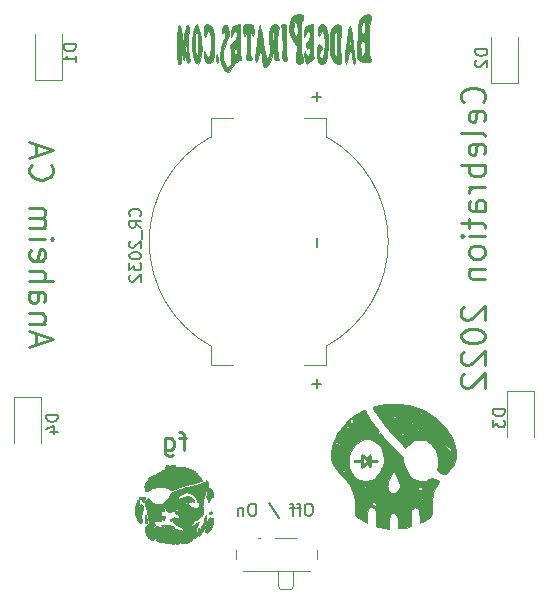
<source format=gbr>
%TF.GenerationSoftware,KiCad,Pcbnew,(6.0.0)*%
%TF.CreationDate,2022-03-24T14:36:50-05:00*%
%TF.ProjectId,Mando,4d616e64-6f2e-46b6-9963-61645f706362,rev?*%
%TF.SameCoordinates,Original*%
%TF.FileFunction,Legend,Bot*%
%TF.FilePolarity,Positive*%
%FSLAX46Y46*%
G04 Gerber Fmt 4.6, Leading zero omitted, Abs format (unit mm)*
G04 Created by KiCad (PCBNEW (6.0.0)) date 2022-03-24 14:36:50*
%MOMM*%
%LPD*%
G01*
G04 APERTURE LIST*
%ADD10C,0.250000*%
%ADD11C,0.150000*%
%ADD12C,0.010000*%
%ADD13C,0.120000*%
G04 APERTURE END LIST*
D10*
X197414285Y-100023809D02*
X197509523Y-99928571D01*
X197604761Y-99642857D01*
X197604761Y-99452380D01*
X197509523Y-99166666D01*
X197319047Y-98976190D01*
X197128571Y-98880952D01*
X196747619Y-98785714D01*
X196461904Y-98785714D01*
X196080952Y-98880952D01*
X195890476Y-98976190D01*
X195700000Y-99166666D01*
X195604761Y-99452380D01*
X195604761Y-99642857D01*
X195700000Y-99928571D01*
X195795238Y-100023809D01*
X197509523Y-101642857D02*
X197604761Y-101452380D01*
X197604761Y-101071428D01*
X197509523Y-100880952D01*
X197319047Y-100785714D01*
X196557142Y-100785714D01*
X196366666Y-100880952D01*
X196271428Y-101071428D01*
X196271428Y-101452380D01*
X196366666Y-101642857D01*
X196557142Y-101738095D01*
X196747619Y-101738095D01*
X196938095Y-100785714D01*
X197604761Y-102880952D02*
X197509523Y-102690476D01*
X197319047Y-102595238D01*
X195604761Y-102595238D01*
X197509523Y-104404761D02*
X197604761Y-104214285D01*
X197604761Y-103833333D01*
X197509523Y-103642857D01*
X197319047Y-103547619D01*
X196557142Y-103547619D01*
X196366666Y-103642857D01*
X196271428Y-103833333D01*
X196271428Y-104214285D01*
X196366666Y-104404761D01*
X196557142Y-104500000D01*
X196747619Y-104500000D01*
X196938095Y-103547619D01*
X197604761Y-105357142D02*
X195604761Y-105357142D01*
X196366666Y-105357142D02*
X196271428Y-105547619D01*
X196271428Y-105928571D01*
X196366666Y-106119047D01*
X196461904Y-106214285D01*
X196652380Y-106309523D01*
X197223809Y-106309523D01*
X197414285Y-106214285D01*
X197509523Y-106119047D01*
X197604761Y-105928571D01*
X197604761Y-105547619D01*
X197509523Y-105357142D01*
X197604761Y-107166666D02*
X196271428Y-107166666D01*
X196652380Y-107166666D02*
X196461904Y-107261904D01*
X196366666Y-107357142D01*
X196271428Y-107547619D01*
X196271428Y-107738095D01*
X197604761Y-109261904D02*
X196557142Y-109261904D01*
X196366666Y-109166666D01*
X196271428Y-108976190D01*
X196271428Y-108595238D01*
X196366666Y-108404761D01*
X197509523Y-109261904D02*
X197604761Y-109071428D01*
X197604761Y-108595238D01*
X197509523Y-108404761D01*
X197319047Y-108309523D01*
X197128571Y-108309523D01*
X196938095Y-108404761D01*
X196842857Y-108595238D01*
X196842857Y-109071428D01*
X196747619Y-109261904D01*
X196271428Y-109928571D02*
X196271428Y-110690476D01*
X195604761Y-110214285D02*
X197319047Y-110214285D01*
X197509523Y-110309523D01*
X197604761Y-110500000D01*
X197604761Y-110690476D01*
X197604761Y-111357142D02*
X196271428Y-111357142D01*
X195604761Y-111357142D02*
X195700000Y-111261904D01*
X195795238Y-111357142D01*
X195700000Y-111452380D01*
X195604761Y-111357142D01*
X195795238Y-111357142D01*
X197604761Y-112595238D02*
X197509523Y-112404761D01*
X197414285Y-112309523D01*
X197223809Y-112214285D01*
X196652380Y-112214285D01*
X196461904Y-112309523D01*
X196366666Y-112404761D01*
X196271428Y-112595238D01*
X196271428Y-112880952D01*
X196366666Y-113071428D01*
X196461904Y-113166666D01*
X196652380Y-113261904D01*
X197223809Y-113261904D01*
X197414285Y-113166666D01*
X197509523Y-113071428D01*
X197604761Y-112880952D01*
X197604761Y-112595238D01*
X196271428Y-114119047D02*
X197604761Y-114119047D01*
X196461904Y-114119047D02*
X196366666Y-114214285D01*
X196271428Y-114404761D01*
X196271428Y-114690476D01*
X196366666Y-114880952D01*
X196557142Y-114976190D01*
X197604761Y-114976190D01*
X195795238Y-117357142D02*
X195700000Y-117452380D01*
X195604761Y-117642857D01*
X195604761Y-118119047D01*
X195700000Y-118309523D01*
X195795238Y-118404761D01*
X195985714Y-118500000D01*
X196176190Y-118500000D01*
X196461904Y-118404761D01*
X197604761Y-117261904D01*
X197604761Y-118500000D01*
X195604761Y-119738095D02*
X195604761Y-119928571D01*
X195700000Y-120119047D01*
X195795238Y-120214285D01*
X195985714Y-120309523D01*
X196366666Y-120404761D01*
X196842857Y-120404761D01*
X197223809Y-120309523D01*
X197414285Y-120214285D01*
X197509523Y-120119047D01*
X197604761Y-119928571D01*
X197604761Y-119738095D01*
X197509523Y-119547619D01*
X197414285Y-119452380D01*
X197223809Y-119357142D01*
X196842857Y-119261904D01*
X196366666Y-119261904D01*
X195985714Y-119357142D01*
X195795238Y-119452380D01*
X195700000Y-119547619D01*
X195604761Y-119738095D01*
X195795238Y-121166666D02*
X195700000Y-121261904D01*
X195604761Y-121452380D01*
X195604761Y-121928571D01*
X195700000Y-122119047D01*
X195795238Y-122214285D01*
X195985714Y-122309523D01*
X196176190Y-122309523D01*
X196461904Y-122214285D01*
X197604761Y-121071428D01*
X197604761Y-122309523D01*
X195795238Y-123071428D02*
X195700000Y-123166666D01*
X195604761Y-123357142D01*
X195604761Y-123833333D01*
X195700000Y-124023809D01*
X195795238Y-124119047D01*
X195985714Y-124214285D01*
X196176190Y-124214285D01*
X196461904Y-124119047D01*
X197604761Y-122976190D01*
X197604761Y-124214285D01*
X159616666Y-120576190D02*
X159616666Y-119623809D01*
X159045238Y-120766666D02*
X161045238Y-120100000D01*
X159045238Y-119433333D01*
X160378571Y-118766666D02*
X159045238Y-118766666D01*
X160188095Y-118766666D02*
X160283333Y-118671428D01*
X160378571Y-118480952D01*
X160378571Y-118195238D01*
X160283333Y-118004761D01*
X160092857Y-117909523D01*
X159045238Y-117909523D01*
X159045238Y-116100000D02*
X160092857Y-116100000D01*
X160283333Y-116195238D01*
X160378571Y-116385714D01*
X160378571Y-116766666D01*
X160283333Y-116957142D01*
X159140476Y-116100000D02*
X159045238Y-116290476D01*
X159045238Y-116766666D01*
X159140476Y-116957142D01*
X159330952Y-117052380D01*
X159521428Y-117052380D01*
X159711904Y-116957142D01*
X159807142Y-116766666D01*
X159807142Y-116290476D01*
X159902380Y-116100000D01*
X159045238Y-115147619D02*
X161045238Y-115147619D01*
X159045238Y-114290476D02*
X160092857Y-114290476D01*
X160283333Y-114385714D01*
X160378571Y-114576190D01*
X160378571Y-114861904D01*
X160283333Y-115052380D01*
X160188095Y-115147619D01*
X159140476Y-112576190D02*
X159045238Y-112766666D01*
X159045238Y-113147619D01*
X159140476Y-113338095D01*
X159330952Y-113433333D01*
X160092857Y-113433333D01*
X160283333Y-113338095D01*
X160378571Y-113147619D01*
X160378571Y-112766666D01*
X160283333Y-112576190D01*
X160092857Y-112480952D01*
X159902380Y-112480952D01*
X159711904Y-113433333D01*
X159045238Y-111623809D02*
X160378571Y-111623809D01*
X161045238Y-111623809D02*
X160950000Y-111719047D01*
X160854761Y-111623809D01*
X160950000Y-111528571D01*
X161045238Y-111623809D01*
X160854761Y-111623809D01*
X159045238Y-110671428D02*
X160378571Y-110671428D01*
X160188095Y-110671428D02*
X160283333Y-110576190D01*
X160378571Y-110385714D01*
X160378571Y-110100000D01*
X160283333Y-109909523D01*
X160092857Y-109814285D01*
X159045238Y-109814285D01*
X160092857Y-109814285D02*
X160283333Y-109719047D01*
X160378571Y-109528571D01*
X160378571Y-109242857D01*
X160283333Y-109052380D01*
X160092857Y-108957142D01*
X159045238Y-108957142D01*
X159235714Y-105338095D02*
X159140476Y-105433333D01*
X159045238Y-105719047D01*
X159045238Y-105909523D01*
X159140476Y-106195238D01*
X159330952Y-106385714D01*
X159521428Y-106480952D01*
X159902380Y-106576190D01*
X160188095Y-106576190D01*
X160569047Y-106480952D01*
X160759523Y-106385714D01*
X160950000Y-106195238D01*
X161045238Y-105909523D01*
X161045238Y-105719047D01*
X160950000Y-105433333D01*
X160854761Y-105338095D01*
X159616666Y-104576190D02*
X159616666Y-103623809D01*
X159045238Y-104766666D02*
X161045238Y-104100000D01*
X159045238Y-103433333D01*
D11*
X182778571Y-134027380D02*
X182588095Y-134027380D01*
X182492857Y-134075000D01*
X182397619Y-134170238D01*
X182350000Y-134360714D01*
X182350000Y-134694047D01*
X182397619Y-134884523D01*
X182492857Y-134979761D01*
X182588095Y-135027380D01*
X182778571Y-135027380D01*
X182873809Y-134979761D01*
X182969047Y-134884523D01*
X183016666Y-134694047D01*
X183016666Y-134360714D01*
X182969047Y-134170238D01*
X182873809Y-134075000D01*
X182778571Y-134027380D01*
X182064285Y-134360714D02*
X181683333Y-134360714D01*
X181921428Y-135027380D02*
X181921428Y-134170238D01*
X181873809Y-134075000D01*
X181778571Y-134027380D01*
X181683333Y-134027380D01*
X181492857Y-134360714D02*
X181111904Y-134360714D01*
X181350000Y-135027380D02*
X181350000Y-134170238D01*
X181302380Y-134075000D01*
X181207142Y-134027380D01*
X181111904Y-134027380D01*
X179302380Y-133979761D02*
X180159523Y-135265476D01*
X178016666Y-134027380D02*
X177826190Y-134027380D01*
X177730952Y-134075000D01*
X177635714Y-134170238D01*
X177588095Y-134360714D01*
X177588095Y-134694047D01*
X177635714Y-134884523D01*
X177730952Y-134979761D01*
X177826190Y-135027380D01*
X178016666Y-135027380D01*
X178111904Y-134979761D01*
X178207142Y-134884523D01*
X178254761Y-134694047D01*
X178254761Y-134360714D01*
X178207142Y-134170238D01*
X178111904Y-134075000D01*
X178016666Y-134027380D01*
X177159523Y-134360714D02*
X177159523Y-135027380D01*
X177159523Y-134455952D02*
X177111904Y-134408333D01*
X177016666Y-134360714D01*
X176873809Y-134360714D01*
X176778571Y-134408333D01*
X176730952Y-134503571D01*
X176730952Y-135027380D01*
D10*
%TO.C,G\u002A\u002A\u002A*%
X172315000Y-128465000D02*
X171728333Y-128465000D01*
X172095000Y-129491666D02*
X172095000Y-128171666D01*
X172021666Y-128025000D01*
X171875000Y-127951666D01*
X171728333Y-127951666D01*
X170555000Y-128465000D02*
X170555000Y-129711666D01*
X170628333Y-129858333D01*
X170701666Y-129931666D01*
X170848333Y-130005000D01*
X171068333Y-130005000D01*
X171215000Y-129931666D01*
X170555000Y-129418333D02*
X170701666Y-129491666D01*
X170995000Y-129491666D01*
X171141666Y-129418333D01*
X171215000Y-129345000D01*
X171288333Y-129198333D01*
X171288333Y-128758333D01*
X171215000Y-128611666D01*
X171141666Y-128538333D01*
X170995000Y-128465000D01*
X170701666Y-128465000D01*
X170555000Y-128538333D01*
D11*
%TO.C,D4*%
X161452380Y-126511904D02*
X160452380Y-126511904D01*
X160452380Y-126750000D01*
X160500000Y-126892857D01*
X160595238Y-126988095D01*
X160690476Y-127035714D01*
X160880952Y-127083333D01*
X161023809Y-127083333D01*
X161214285Y-127035714D01*
X161309523Y-126988095D01*
X161404761Y-126892857D01*
X161452380Y-126750000D01*
X161452380Y-126511904D01*
X160785714Y-127940476D02*
X161452380Y-127940476D01*
X160404761Y-127702380D02*
X161119047Y-127464285D01*
X161119047Y-128083333D01*
%TO.C,D1*%
X162947380Y-95136904D02*
X161947380Y-95136904D01*
X161947380Y-95375000D01*
X161995000Y-95517857D01*
X162090238Y-95613095D01*
X162185476Y-95660714D01*
X162375952Y-95708333D01*
X162518809Y-95708333D01*
X162709285Y-95660714D01*
X162804523Y-95613095D01*
X162899761Y-95517857D01*
X162947380Y-95375000D01*
X162947380Y-95136904D01*
X162947380Y-96660714D02*
X162947380Y-96089285D01*
X162947380Y-96375000D02*
X161947380Y-96375000D01*
X162090238Y-96279761D01*
X162185476Y-96184523D01*
X162233095Y-96089285D01*
%TO.C,BT1*%
X183384628Y-99196247D02*
X183384628Y-99958152D01*
X183765580Y-99577200D02*
X183003676Y-99577200D01*
X183384628Y-123504047D02*
X183384628Y-124265952D01*
X183765580Y-123885000D02*
X183003676Y-123885000D01*
X168407142Y-109648809D02*
X168454761Y-109601190D01*
X168502380Y-109458333D01*
X168502380Y-109363095D01*
X168454761Y-109220238D01*
X168359523Y-109125000D01*
X168264285Y-109077380D01*
X168073809Y-109029761D01*
X167930952Y-109029761D01*
X167740476Y-109077380D01*
X167645238Y-109125000D01*
X167550000Y-109220238D01*
X167502380Y-109363095D01*
X167502380Y-109458333D01*
X167550000Y-109601190D01*
X167597619Y-109648809D01*
X168502380Y-110648809D02*
X168026190Y-110315476D01*
X168502380Y-110077380D02*
X167502380Y-110077380D01*
X167502380Y-110458333D01*
X167550000Y-110553571D01*
X167597619Y-110601190D01*
X167692857Y-110648809D01*
X167835714Y-110648809D01*
X167930952Y-110601190D01*
X167978571Y-110553571D01*
X168026190Y-110458333D01*
X168026190Y-110077380D01*
X168597619Y-110839285D02*
X168597619Y-111601190D01*
X167597619Y-111791666D02*
X167550000Y-111839285D01*
X167502380Y-111934523D01*
X167502380Y-112172619D01*
X167550000Y-112267857D01*
X167597619Y-112315476D01*
X167692857Y-112363095D01*
X167788095Y-112363095D01*
X167930952Y-112315476D01*
X168502380Y-111744047D01*
X168502380Y-112363095D01*
X167502380Y-112982142D02*
X167502380Y-113077380D01*
X167550000Y-113172619D01*
X167597619Y-113220238D01*
X167692857Y-113267857D01*
X167883333Y-113315476D01*
X168121428Y-113315476D01*
X168311904Y-113267857D01*
X168407142Y-113220238D01*
X168454761Y-113172619D01*
X168502380Y-113077380D01*
X168502380Y-112982142D01*
X168454761Y-112886904D01*
X168407142Y-112839285D01*
X168311904Y-112791666D01*
X168121428Y-112744047D01*
X167883333Y-112744047D01*
X167692857Y-112791666D01*
X167597619Y-112839285D01*
X167550000Y-112886904D01*
X167502380Y-112982142D01*
X167502380Y-113648809D02*
X167502380Y-114267857D01*
X167883333Y-113934523D01*
X167883333Y-114077380D01*
X167930952Y-114172619D01*
X167978571Y-114220238D01*
X168073809Y-114267857D01*
X168311904Y-114267857D01*
X168407142Y-114220238D01*
X168454761Y-114172619D01*
X168502380Y-114077380D01*
X168502380Y-113791666D01*
X168454761Y-113696428D01*
X168407142Y-113648809D01*
X167597619Y-114648809D02*
X167550000Y-114696428D01*
X167502380Y-114791666D01*
X167502380Y-115029761D01*
X167550000Y-115125000D01*
X167597619Y-115172619D01*
X167692857Y-115220238D01*
X167788095Y-115220238D01*
X167930952Y-115172619D01*
X168502380Y-114601190D01*
X168502380Y-115220238D01*
X183384628Y-111489847D02*
X183384628Y-112251752D01*
%TO.C,D2*%
X197802380Y-95536904D02*
X196802380Y-95536904D01*
X196802380Y-95775000D01*
X196850000Y-95917857D01*
X196945238Y-96013095D01*
X197040476Y-96060714D01*
X197230952Y-96108333D01*
X197373809Y-96108333D01*
X197564285Y-96060714D01*
X197659523Y-96013095D01*
X197754761Y-95917857D01*
X197802380Y-95775000D01*
X197802380Y-95536904D01*
X196897619Y-96489285D02*
X196850000Y-96536904D01*
X196802380Y-96632142D01*
X196802380Y-96870238D01*
X196850000Y-96965476D01*
X196897619Y-97013095D01*
X196992857Y-97060714D01*
X197088095Y-97060714D01*
X197230952Y-97013095D01*
X197802380Y-96441666D01*
X197802380Y-97060714D01*
%TO.C,D3*%
X199282380Y-126036904D02*
X198282380Y-126036904D01*
X198282380Y-126275000D01*
X198330000Y-126417857D01*
X198425238Y-126513095D01*
X198520476Y-126560714D01*
X198710952Y-126608333D01*
X198853809Y-126608333D01*
X199044285Y-126560714D01*
X199139523Y-126513095D01*
X199234761Y-126417857D01*
X199282380Y-126275000D01*
X199282380Y-126036904D01*
X198282380Y-126941666D02*
X198282380Y-127560714D01*
X198663333Y-127227380D01*
X198663333Y-127370238D01*
X198710952Y-127465476D01*
X198758571Y-127513095D01*
X198853809Y-127560714D01*
X199091904Y-127560714D01*
X199187142Y-127513095D01*
X199234761Y-127465476D01*
X199282380Y-127370238D01*
X199282380Y-127084523D01*
X199234761Y-126989285D01*
X199187142Y-126941666D01*
D12*
%TO.C,G\u002A\u002A\u002A*%
X170380086Y-135787317D02*
X170312105Y-135791819D01*
X170312105Y-135791819D02*
X170261756Y-135800492D01*
X170261756Y-135800492D02*
X170242325Y-135807585D01*
X170242325Y-135807585D02*
X170221474Y-135825864D01*
X170221474Y-135825864D02*
X170224237Y-135846275D01*
X170224237Y-135846275D02*
X170248965Y-135868319D01*
X170248965Y-135868319D02*
X170294008Y-135891495D01*
X170294008Y-135891495D02*
X170357718Y-135915301D01*
X170357718Y-135915301D02*
X170438445Y-135939239D01*
X170438445Y-135939239D02*
X170534540Y-135962807D01*
X170534540Y-135962807D02*
X170644354Y-135985504D01*
X170644354Y-135985504D02*
X170766237Y-136006831D01*
X170766237Y-136006831D02*
X170898541Y-136026286D01*
X170898541Y-136026286D02*
X171007500Y-136039794D01*
X171007500Y-136039794D02*
X171098781Y-136049707D01*
X171098781Y-136049707D02*
X171167908Y-136055881D01*
X171167908Y-136055881D02*
X171217842Y-136058366D01*
X171217842Y-136058366D02*
X171251544Y-136057212D01*
X171251544Y-136057212D02*
X171271976Y-136052470D01*
X171271976Y-136052470D02*
X171281944Y-136044446D01*
X171281944Y-136044446D02*
X171280019Y-136025368D01*
X171280019Y-136025368D02*
X171257446Y-136000388D01*
X171257446Y-136000388D02*
X171217743Y-135971413D01*
X171217743Y-135971413D02*
X171164433Y-135940351D01*
X171164433Y-135940351D02*
X171101034Y-135909107D01*
X171101034Y-135909107D02*
X171031068Y-135879591D01*
X171031068Y-135879591D02*
X170958054Y-135853708D01*
X170958054Y-135853708D02*
X170897994Y-135836436D01*
X170897994Y-135836436D02*
X170821814Y-135820209D01*
X170821814Y-135820209D02*
X170735383Y-135806925D01*
X170735383Y-135806925D02*
X170643347Y-135796789D01*
X170643347Y-135796789D02*
X170550354Y-135790006D01*
X170550354Y-135790006D02*
X170461051Y-135786781D01*
X170461051Y-135786781D02*
X170380086Y-135787317D01*
X170380086Y-135787317D02*
X170380086Y-135787317D01*
G36*
X170550354Y-135790006D02*
G01*
X170643347Y-135796789D01*
X170735383Y-135806925D01*
X170821814Y-135820209D01*
X170897994Y-135836436D01*
X170958054Y-135853708D01*
X171031068Y-135879591D01*
X171101034Y-135909107D01*
X171164433Y-135940351D01*
X171217743Y-135971413D01*
X171257446Y-136000388D01*
X171280019Y-136025368D01*
X171281944Y-136044446D01*
X171271976Y-136052470D01*
X171251544Y-136057212D01*
X171217842Y-136058366D01*
X171167908Y-136055881D01*
X171098781Y-136049707D01*
X171007500Y-136039794D01*
X170898541Y-136026286D01*
X170766237Y-136006831D01*
X170644354Y-135985504D01*
X170534540Y-135962807D01*
X170438445Y-135939239D01*
X170357718Y-135915301D01*
X170294008Y-135891495D01*
X170248965Y-135868319D01*
X170224237Y-135846275D01*
X170221474Y-135825864D01*
X170242325Y-135807585D01*
X170261756Y-135800492D01*
X170312105Y-135791819D01*
X170380086Y-135787317D01*
X170461051Y-135786781D01*
X170550354Y-135790006D01*
G37*
X170550354Y-135790006D02*
X170643347Y-135796789D01*
X170735383Y-135806925D01*
X170821814Y-135820209D01*
X170897994Y-135836436D01*
X170958054Y-135853708D01*
X171031068Y-135879591D01*
X171101034Y-135909107D01*
X171164433Y-135940351D01*
X171217743Y-135971413D01*
X171257446Y-136000388D01*
X171280019Y-136025368D01*
X171281944Y-136044446D01*
X171271976Y-136052470D01*
X171251544Y-136057212D01*
X171217842Y-136058366D01*
X171167908Y-136055881D01*
X171098781Y-136049707D01*
X171007500Y-136039794D01*
X170898541Y-136026286D01*
X170766237Y-136006831D01*
X170644354Y-135985504D01*
X170534540Y-135962807D01*
X170438445Y-135939239D01*
X170357718Y-135915301D01*
X170294008Y-135891495D01*
X170248965Y-135868319D01*
X170224237Y-135846275D01*
X170221474Y-135825864D01*
X170242325Y-135807585D01*
X170261756Y-135800492D01*
X170312105Y-135791819D01*
X170380086Y-135787317D01*
X170461051Y-135786781D01*
X170550354Y-135790006D01*
X172365983Y-133900947D02*
X172360050Y-133925800D01*
X172360050Y-133925800D02*
X172367031Y-133951962D01*
X172367031Y-133951962D02*
X172388682Y-133961615D01*
X172388682Y-133961615D02*
X172415472Y-133957002D01*
X172415472Y-133957002D02*
X172424966Y-133945740D01*
X172424966Y-133945740D02*
X172427793Y-133914299D01*
X172427793Y-133914299D02*
X172412578Y-133893793D01*
X172412578Y-133893793D02*
X172388682Y-133889984D01*
X172388682Y-133889984D02*
X172365983Y-133900947D01*
X172365983Y-133900947D02*
X172365983Y-133900947D01*
G36*
X172412578Y-133893793D02*
G01*
X172427793Y-133914299D01*
X172424966Y-133945740D01*
X172415472Y-133957002D01*
X172388682Y-133961615D01*
X172367031Y-133951962D01*
X172360050Y-133925800D01*
X172365983Y-133900947D01*
X172388682Y-133889984D01*
X172412578Y-133893793D01*
G37*
X172412578Y-133893793D02*
X172427793Y-133914299D01*
X172424966Y-133945740D01*
X172415472Y-133957002D01*
X172388682Y-133961615D01*
X172367031Y-133951962D01*
X172360050Y-133925800D01*
X172365983Y-133900947D01*
X172388682Y-133889984D01*
X172412578Y-133893793D01*
X174302636Y-135167120D02*
X174288247Y-135176398D01*
X174288247Y-135176398D02*
X174265875Y-135201407D01*
X174265875Y-135201407D02*
X174247133Y-135237245D01*
X174247133Y-135237245D02*
X174245169Y-135242770D01*
X174245169Y-135242770D02*
X174228411Y-135280944D01*
X174228411Y-135280944D02*
X174203107Y-135325542D01*
X174203107Y-135325542D02*
X174188491Y-135347506D01*
X174188491Y-135347506D02*
X174146945Y-135413351D01*
X174146945Y-135413351D02*
X174100616Y-135500224D01*
X174100616Y-135500224D02*
X174051238Y-135604603D01*
X174051238Y-135604603D02*
X174000547Y-135722967D01*
X174000547Y-135722967D02*
X173987273Y-135755834D01*
X173987273Y-135755834D02*
X173951677Y-135855224D01*
X173951677Y-135855224D02*
X173931917Y-135935645D01*
X173931917Y-135935645D02*
X173927879Y-135997898D01*
X173927879Y-135997898D02*
X173939447Y-136042782D01*
X173939447Y-136042782D02*
X173945148Y-136051911D01*
X173945148Y-136051911D02*
X173971694Y-136069766D01*
X173971694Y-136069766D02*
X174013494Y-136079267D01*
X174013494Y-136079267D02*
X174061563Y-136079648D01*
X174061563Y-136079648D02*
X174106914Y-136070143D01*
X174106914Y-136070143D02*
X174116027Y-136066473D01*
X174116027Y-136066473D02*
X174167650Y-136034370D01*
X174167650Y-136034370D02*
X174222905Y-135985550D01*
X174222905Y-135985550D02*
X174275476Y-135926663D01*
X174275476Y-135926663D02*
X174319046Y-135864363D01*
X174319046Y-135864363D02*
X174334155Y-135836739D01*
X174334155Y-135836739D02*
X174356976Y-135784158D01*
X174356976Y-135784158D02*
X174372518Y-135730760D01*
X174372518Y-135730760D02*
X174383365Y-135666554D01*
X174383365Y-135666554D02*
X174387481Y-135630726D01*
X174387481Y-135630726D02*
X174393110Y-135543255D01*
X174393110Y-135543255D02*
X174392694Y-135454625D01*
X174392694Y-135454625D02*
X174386800Y-135369885D01*
X174386800Y-135369885D02*
X174375995Y-135294086D01*
X174375995Y-135294086D02*
X174360844Y-135232278D01*
X174360844Y-135232278D02*
X174341915Y-135189510D01*
X174341915Y-135189510D02*
X174337257Y-135183105D01*
X174337257Y-135183105D02*
X174319335Y-135165437D01*
X174319335Y-135165437D02*
X174302636Y-135167120D01*
X174302636Y-135167120D02*
X174302636Y-135167120D01*
G36*
X174337257Y-135183105D02*
G01*
X174341915Y-135189510D01*
X174360844Y-135232278D01*
X174375995Y-135294086D01*
X174386800Y-135369885D01*
X174392694Y-135454625D01*
X174393110Y-135543255D01*
X174387481Y-135630726D01*
X174383365Y-135666554D01*
X174372518Y-135730760D01*
X174356976Y-135784158D01*
X174334155Y-135836739D01*
X174319046Y-135864363D01*
X174275476Y-135926663D01*
X174222905Y-135985550D01*
X174167650Y-136034370D01*
X174116027Y-136066473D01*
X174106914Y-136070143D01*
X174061563Y-136079648D01*
X174013494Y-136079267D01*
X173971694Y-136069766D01*
X173945148Y-136051911D01*
X173939447Y-136042782D01*
X173927879Y-135997898D01*
X173931917Y-135935645D01*
X173951677Y-135855224D01*
X173987273Y-135755834D01*
X174000547Y-135722967D01*
X174051238Y-135604603D01*
X174100616Y-135500224D01*
X174146945Y-135413351D01*
X174188491Y-135347506D01*
X174203107Y-135325542D01*
X174228411Y-135280944D01*
X174245169Y-135242770D01*
X174247133Y-135237245D01*
X174265875Y-135201407D01*
X174288247Y-135176398D01*
X174302636Y-135167120D01*
X174319335Y-135165437D01*
X174337257Y-135183105D01*
G37*
X174337257Y-135183105D02*
X174341915Y-135189510D01*
X174360844Y-135232278D01*
X174375995Y-135294086D01*
X174386800Y-135369885D01*
X174392694Y-135454625D01*
X174393110Y-135543255D01*
X174387481Y-135630726D01*
X174383365Y-135666554D01*
X174372518Y-135730760D01*
X174356976Y-135784158D01*
X174334155Y-135836739D01*
X174319046Y-135864363D01*
X174275476Y-135926663D01*
X174222905Y-135985550D01*
X174167650Y-136034370D01*
X174116027Y-136066473D01*
X174106914Y-136070143D01*
X174061563Y-136079648D01*
X174013494Y-136079267D01*
X173971694Y-136069766D01*
X173945148Y-136051911D01*
X173939447Y-136042782D01*
X173927879Y-135997898D01*
X173931917Y-135935645D01*
X173951677Y-135855224D01*
X173987273Y-135755834D01*
X174000547Y-135722967D01*
X174051238Y-135604603D01*
X174100616Y-135500224D01*
X174146945Y-135413351D01*
X174188491Y-135347506D01*
X174203107Y-135325542D01*
X174228411Y-135280944D01*
X174245169Y-135242770D01*
X174247133Y-135237245D01*
X174265875Y-135201407D01*
X174288247Y-135176398D01*
X174302636Y-135167120D01*
X174319335Y-135165437D01*
X174337257Y-135183105D01*
X173971796Y-132061479D02*
X173965970Y-132084436D01*
X173965970Y-132084436D02*
X173956038Y-132124410D01*
X173956038Y-132124410D02*
X173942454Y-132158543D01*
X173942454Y-132158543D02*
X173942377Y-132158686D01*
X173942377Y-132158686D02*
X173934477Y-132178720D01*
X173934477Y-132178720D02*
X173937208Y-132198212D01*
X173937208Y-132198212D02*
X173952788Y-132225299D01*
X173952788Y-132225299D02*
X173965425Y-132243312D01*
X173965425Y-132243312D02*
X173992506Y-132284990D01*
X173992506Y-132284990D02*
X174002671Y-132314458D01*
X174002671Y-132314458D02*
X173996625Y-132337804D01*
X173996625Y-132337804D02*
X173978655Y-132357933D01*
X173978655Y-132357933D02*
X173965685Y-132368354D01*
X173965685Y-132368354D02*
X173953796Y-132370782D01*
X173953796Y-132370782D02*
X173938542Y-132362671D01*
X173938542Y-132362671D02*
X173915477Y-132341474D01*
X173915477Y-132341474D02*
X173880157Y-132304643D01*
X173880157Y-132304643D02*
X173873720Y-132297818D01*
X173873720Y-132297818D02*
X173794831Y-132214131D01*
X173794831Y-132214131D02*
X173655291Y-132258050D01*
X173655291Y-132258050D02*
X173178461Y-132400776D01*
X173178461Y-132400776D02*
X172722000Y-132524063D01*
X172722000Y-132524063D02*
X172500394Y-132581791D01*
X172500394Y-132581791D02*
X172300177Y-132636442D01*
X172300177Y-132636442D02*
X172117705Y-132689233D01*
X172117705Y-132689233D02*
X171949332Y-132741376D01*
X171949332Y-132741376D02*
X171791414Y-132794087D01*
X171791414Y-132794087D02*
X171640305Y-132848581D01*
X171640305Y-132848581D02*
X171492361Y-132906072D01*
X171492361Y-132906072D02*
X171343936Y-132967774D01*
X171343936Y-132967774D02*
X171198463Y-133031714D01*
X171198463Y-133031714D02*
X170985703Y-133127428D01*
X170985703Y-133127428D02*
X170938096Y-133250389D01*
X170938096Y-133250389D02*
X170863720Y-133417412D01*
X170863720Y-133417412D02*
X170776056Y-133566025D01*
X170776056Y-133566025D02*
X170671672Y-133701232D01*
X170671672Y-133701232D02*
X170547135Y-133828032D01*
X170547135Y-133828032D02*
X170532620Y-133841178D01*
X170532620Y-133841178D02*
X170462094Y-133903428D01*
X170462094Y-133903428D02*
X170405192Y-133951075D01*
X170405192Y-133951075D02*
X170357488Y-133987384D01*
X170357488Y-133987384D02*
X170314555Y-134015623D01*
X170314555Y-134015623D02*
X170271966Y-134039056D01*
X170271966Y-134039056D02*
X170249766Y-134049828D01*
X170249766Y-134049828D02*
X170217994Y-134063960D01*
X170217994Y-134063960D02*
X170189796Y-134073605D01*
X170189796Y-134073605D02*
X170159235Y-134079584D01*
X170159235Y-134079584D02*
X170120372Y-134082718D01*
X170120372Y-134082718D02*
X170067266Y-134083827D01*
X170067266Y-134083827D02*
X170004200Y-134083783D01*
X170004200Y-134083783D02*
X169889977Y-134080274D01*
X169889977Y-134080274D02*
X169793753Y-134069990D01*
X169793753Y-134069990D02*
X169708723Y-134051616D01*
X169708723Y-134051616D02*
X169628080Y-134023833D01*
X169628080Y-134023833D02*
X169576932Y-134001132D01*
X169576932Y-134001132D02*
X169470324Y-133938190D01*
X169470324Y-133938190D02*
X169361723Y-133850275D01*
X169361723Y-133850275D02*
X169251474Y-133737704D01*
X169251474Y-133737704D02*
X169139922Y-133600797D01*
X169139922Y-133600797D02*
X169133900Y-133592761D01*
X169133900Y-133592761D02*
X169106220Y-133556266D01*
X169106220Y-133556266D02*
X169087030Y-133537434D01*
X169087030Y-133537434D02*
X169071316Y-133537198D01*
X169071316Y-133537198D02*
X169054066Y-133556489D01*
X169054066Y-133556489D02*
X169030266Y-133596239D01*
X169030266Y-133596239D02*
X169020183Y-133613895D01*
X169020183Y-133613895D02*
X168993741Y-133653895D01*
X168993741Y-133653895D02*
X168956584Y-133702388D01*
X168956584Y-133702388D02*
X168916004Y-133749949D01*
X168916004Y-133749949D02*
X168909113Y-133757453D01*
X168909113Y-133757453D02*
X168866365Y-133805883D01*
X168866365Y-133805883D02*
X168834621Y-133849808D01*
X168834621Y-133849808D02*
X168813626Y-133893049D01*
X168813626Y-133893049D02*
X168803125Y-133939426D01*
X168803125Y-133939426D02*
X168802861Y-133992761D01*
X168802861Y-133992761D02*
X168812580Y-134056874D01*
X168812580Y-134056874D02*
X168832027Y-134135588D01*
X168832027Y-134135588D02*
X168860946Y-134232722D01*
X168860946Y-134232722D02*
X168874490Y-134275647D01*
X168874490Y-134275647D02*
X168910883Y-134391775D01*
X168910883Y-134391775D02*
X168939636Y-134488190D01*
X168939636Y-134488190D02*
X168961817Y-134569039D01*
X168961817Y-134569039D02*
X168978493Y-134638470D01*
X168978493Y-134638470D02*
X168990731Y-134700631D01*
X168990731Y-134700631D02*
X168999600Y-134759668D01*
X168999600Y-134759668D02*
X169000094Y-134763567D01*
X169000094Y-134763567D02*
X169011176Y-134828588D01*
X169011176Y-134828588D02*
X169027797Y-134900320D01*
X169027797Y-134900320D02*
X169043933Y-134955553D01*
X169043933Y-134955553D02*
X169061851Y-135021132D01*
X169061851Y-135021132D02*
X169077104Y-135104114D01*
X169077104Y-135104114D02*
X169090270Y-135207867D01*
X169090270Y-135207867D02*
X169094674Y-135251633D01*
X169094674Y-135251633D02*
X169102003Y-135321181D01*
X169102003Y-135321181D02*
X169109792Y-135382094D01*
X169109792Y-135382094D02*
X169117343Y-135429746D01*
X169117343Y-135429746D02*
X169123955Y-135459511D01*
X169123955Y-135459511D02*
X169127210Y-135466889D01*
X169127210Y-135466889D02*
X169148002Y-135479870D01*
X169148002Y-135479870D02*
X169180069Y-135493016D01*
X169180069Y-135493016D02*
X169181866Y-135493605D01*
X169181866Y-135493605D02*
X169216411Y-135513129D01*
X169216411Y-135513129D02*
X169227084Y-135534575D01*
X169227084Y-135534575D02*
X169221241Y-135567223D01*
X169221241Y-135567223D02*
X169198548Y-135611683D01*
X169198548Y-135611683D02*
X169162130Y-135664081D01*
X169162130Y-135664081D02*
X169115112Y-135720540D01*
X169115112Y-135720540D02*
X169060621Y-135777185D01*
X169060621Y-135777185D02*
X169001781Y-135830140D01*
X169001781Y-135830140D02*
X168966024Y-135858283D01*
X168966024Y-135858283D02*
X168902002Y-135918072D01*
X168902002Y-135918072D02*
X168853195Y-135992448D01*
X168853195Y-135992448D02*
X168817581Y-136084906D01*
X168817581Y-136084906D02*
X168804482Y-136137177D01*
X168804482Y-136137177D02*
X168791181Y-136208420D01*
X168791181Y-136208420D02*
X168788382Y-136261874D01*
X168788382Y-136261874D02*
X168798444Y-136303807D01*
X168798444Y-136303807D02*
X168823723Y-136340488D01*
X168823723Y-136340488D02*
X168866577Y-136378185D01*
X168866577Y-136378185D02*
X168905905Y-136406857D01*
X168905905Y-136406857D02*
X168922946Y-136420550D01*
X168922946Y-136420550D02*
X168932769Y-136436251D01*
X168932769Y-136436251D02*
X168937105Y-136460660D01*
X168937105Y-136460660D02*
X168937689Y-136500475D01*
X168937689Y-136500475D02*
X168937134Y-136527507D01*
X168937134Y-136527507D02*
X168935747Y-136591536D01*
X168935747Y-136591536D02*
X168936219Y-136635159D01*
X168936219Y-136635159D02*
X168939960Y-136663367D01*
X168939960Y-136663367D02*
X168948378Y-136681151D01*
X168948378Y-136681151D02*
X168962881Y-136693501D01*
X168962881Y-136693501D02*
X168984880Y-136705407D01*
X168984880Y-136705407D02*
X168987776Y-136706883D01*
X168987776Y-136706883D02*
X169027088Y-136731090D01*
X169027088Y-136731090D02*
X169051120Y-136759509D01*
X169051120Y-136759509D02*
X169065948Y-136800797D01*
X169065948Y-136800797D02*
X169071207Y-136825716D01*
X169071207Y-136825716D02*
X169093733Y-136886484D01*
X169093733Y-136886484D02*
X169136179Y-136932348D01*
X169136179Y-136932348D02*
X169199404Y-136964164D01*
X169199404Y-136964164D02*
X169214725Y-136968947D01*
X169214725Y-136968947D02*
X169266385Y-136985526D01*
X169266385Y-136985526D02*
X169299727Y-137002342D01*
X169299727Y-137002342D02*
X169321412Y-137024227D01*
X169321412Y-137024227D02*
X169338104Y-137056015D01*
X169338104Y-137056015D02*
X169339588Y-137059525D01*
X169339588Y-137059525D02*
X169358119Y-137091448D01*
X169358119Y-137091448D02*
X169378904Y-137099242D01*
X169378904Y-137099242D02*
X169405413Y-137084147D01*
X169405413Y-137084147D02*
X169406300Y-137083381D01*
X169406300Y-137083381D02*
X169429202Y-137069933D01*
X169429202Y-137069933D02*
X169466817Y-137053846D01*
X169466817Y-137053846D02*
X169496200Y-137043484D01*
X169496200Y-137043484D02*
X169572026Y-137006934D01*
X169572026Y-137006934D02*
X169630922Y-136953439D01*
X169630922Y-136953439D02*
X169671141Y-136886415D01*
X169671141Y-136886415D02*
X169690941Y-136809278D01*
X169690941Y-136809278D02*
X169688576Y-136725443D01*
X169688576Y-136725443D02*
X169679364Y-136684875D01*
X169679364Y-136684875D02*
X169677008Y-136663798D01*
X169677008Y-136663798D02*
X169691510Y-136656737D01*
X169691510Y-136656737D02*
X169703549Y-136656300D01*
X169703549Y-136656300D02*
X169737572Y-136667373D01*
X169737572Y-136667373D02*
X169761106Y-136698028D01*
X169761106Y-136698028D02*
X169773469Y-136744412D01*
X169773469Y-136744412D02*
X169773975Y-136802675D01*
X169773975Y-136802675D02*
X169761940Y-136868966D01*
X169761940Y-136868966D02*
X169748674Y-136910300D01*
X169748674Y-136910300D02*
X169725941Y-136976558D01*
X169725941Y-136976558D02*
X169716284Y-137024611D01*
X169716284Y-137024611D02*
X169721368Y-137058948D01*
X169721368Y-137058948D02*
X169742859Y-137084056D01*
X169742859Y-137084056D02*
X169782423Y-137104425D01*
X169782423Y-137104425D02*
X169826400Y-137119751D01*
X169826400Y-137119751D02*
X169873294Y-137138888D01*
X169873294Y-137138888D02*
X169916216Y-137163329D01*
X169916216Y-137163329D02*
X169934350Y-137177379D01*
X169934350Y-137177379D02*
X169971959Y-137206633D01*
X169971959Y-137206633D02*
X170012942Y-137230810D01*
X170012942Y-137230810D02*
X170016900Y-137232646D01*
X170016900Y-137232646D02*
X170057786Y-137254503D01*
X170057786Y-137254503D02*
X170095326Y-137279960D01*
X170095326Y-137279960D02*
X170096428Y-137280843D01*
X170096428Y-137280843D02*
X170120499Y-137297747D01*
X170120499Y-137297747D02*
X170142441Y-137302891D01*
X170142441Y-137302891D02*
X170173380Y-137297850D01*
X170173380Y-137297850D02*
X170188685Y-137293893D01*
X170188685Y-137293893D02*
X170232592Y-137285755D01*
X170232592Y-137285755D02*
X170288311Y-137280208D01*
X170288311Y-137280208D02*
X170333196Y-137278600D01*
X170333196Y-137278600D02*
X170382595Y-137277309D01*
X170382595Y-137277309D02*
X170417206Y-137271348D01*
X170417206Y-137271348D02*
X170447597Y-137257581D01*
X170447597Y-137257581D02*
X170482239Y-137234376D01*
X170482239Y-137234376D02*
X170519618Y-137208008D01*
X170519618Y-137208008D02*
X170551427Y-137186292D01*
X170551427Y-137186292D02*
X170566175Y-137176779D01*
X170566175Y-137176779D02*
X170584932Y-137169696D01*
X170584932Y-137169696D02*
X170587459Y-137179879D01*
X170587459Y-137179879D02*
X170574380Y-137205590D01*
X170574380Y-137205590D02*
X170546322Y-137245092D01*
X170546322Y-137245092D02*
X170537600Y-137256215D01*
X170537600Y-137256215D02*
X170511164Y-137291940D01*
X170511164Y-137291940D02*
X170492792Y-137321587D01*
X170492792Y-137321587D02*
X170486800Y-137337167D01*
X170486800Y-137337167D02*
X170498081Y-137354940D01*
X170498081Y-137354940D02*
X170529862Y-137363084D01*
X170529862Y-137363084D02*
X170579050Y-137361378D01*
X170579050Y-137361378D02*
X170642552Y-137349600D01*
X170642552Y-137349600D02*
X170646755Y-137348567D01*
X170646755Y-137348567D02*
X170696850Y-137337448D01*
X170696850Y-137337448D02*
X170738527Y-137332769D01*
X170738527Y-137332769D02*
X170779947Y-137334945D01*
X170779947Y-137334945D02*
X170829274Y-137344394D01*
X170829274Y-137344394D02*
X170893200Y-137361121D01*
X170893200Y-137361121D02*
X170956119Y-137376756D01*
X170956119Y-137376756D02*
X171024204Y-137390740D01*
X171024204Y-137390740D02*
X171091331Y-137402132D01*
X171091331Y-137402132D02*
X171151378Y-137409989D01*
X171151378Y-137409989D02*
X171198222Y-137413369D01*
X171198222Y-137413369D02*
X171223379Y-137411954D01*
X171223379Y-137411954D02*
X171257223Y-137397042D01*
X171257223Y-137397042D02*
X171287519Y-137373191D01*
X171287519Y-137373191D02*
X171314536Y-137349605D01*
X171314536Y-137349605D02*
X171338704Y-137344720D01*
X171338704Y-137344720D02*
X171367186Y-137358890D01*
X171367186Y-137358890D02*
X171391234Y-137378337D01*
X171391234Y-137378337D02*
X171454625Y-137423355D01*
X171454625Y-137423355D02*
X171512602Y-137443565D01*
X171512602Y-137443565D02*
X171565187Y-137438972D01*
X171565187Y-137438972D02*
X171606260Y-137415061D01*
X171606260Y-137415061D02*
X171630782Y-137389097D01*
X171630782Y-137389097D02*
X171660786Y-137350221D01*
X171660786Y-137350221D02*
X171685477Y-137313525D01*
X171685477Y-137313525D02*
X171718191Y-137267468D01*
X171718191Y-137267468D02*
X171747086Y-137244696D01*
X171747086Y-137244696D02*
X171776814Y-137244547D01*
X171776814Y-137244547D02*
X171812027Y-137266357D01*
X171812027Y-137266357D02*
X171839641Y-137291584D01*
X171839641Y-137291584D02*
X171891692Y-137342669D01*
X171891692Y-137342669D02*
X171946493Y-137323334D01*
X171946493Y-137323334D02*
X172001558Y-137307698D01*
X172001558Y-137307698D02*
X172042690Y-137306458D01*
X172042690Y-137306458D02*
X172077088Y-137319917D01*
X172077088Y-137319917D02*
X172090466Y-137329400D01*
X172090466Y-137329400D02*
X172122097Y-137349023D01*
X172122097Y-137349023D02*
X172152255Y-137352554D01*
X172152255Y-137352554D02*
X172189102Y-137339784D01*
X172189102Y-137339784D02*
X172214327Y-137326225D01*
X172214327Y-137326225D02*
X172247990Y-137309154D01*
X172247990Y-137309154D02*
X172270307Y-137305549D01*
X172270307Y-137305549D02*
X172289868Y-137313525D01*
X172289868Y-137313525D02*
X172322314Y-137333577D01*
X172322314Y-137333577D02*
X172340290Y-137344711D01*
X172340290Y-137344711D02*
X172362967Y-137352948D01*
X172362967Y-137352948D02*
X172384393Y-137342265D01*
X172384393Y-137342265D02*
X172389768Y-137337589D01*
X172389768Y-137337589D02*
X172416363Y-137320088D01*
X172416363Y-137320088D02*
X172455610Y-137301227D01*
X172455610Y-137301227D02*
X172476204Y-137293205D01*
X172476204Y-137293205D02*
X172537850Y-137271254D01*
X172537850Y-137271254D02*
X172549411Y-137195552D01*
X172549411Y-137195552D02*
X172556128Y-137154690D01*
X172556128Y-137154690D02*
X172561854Y-137125321D01*
X172561854Y-137125321D02*
X172564832Y-137115012D01*
X172564832Y-137115012D02*
X172577500Y-137116860D01*
X172577500Y-137116860D02*
X172604496Y-137127342D01*
X172604496Y-137127342D02*
X172615270Y-137132277D01*
X172615270Y-137132277D02*
X172660790Y-137145614D01*
X172660790Y-137145614D02*
X172708776Y-137146996D01*
X172708776Y-137146996D02*
X172749342Y-137136834D01*
X172749342Y-137136834D02*
X172765354Y-137126034D01*
X172765354Y-137126034D02*
X172771877Y-137107371D01*
X172771877Y-137107371D02*
X172776705Y-137070109D01*
X172776705Y-137070109D02*
X172779046Y-137021032D01*
X172779046Y-137021032D02*
X172779150Y-137007861D01*
X172779150Y-137007861D02*
X172778284Y-136953863D01*
X172778284Y-136953863D02*
X172774228Y-136916320D01*
X172774228Y-136916320D02*
X172764802Y-136886311D01*
X172764802Y-136886311D02*
X172747822Y-136854910D01*
X172747822Y-136854910D02*
X172737875Y-136839101D01*
X172737875Y-136839101D02*
X172715938Y-136803591D01*
X172715938Y-136803591D02*
X172700969Y-136776882D01*
X172700969Y-136776882D02*
X172696600Y-136766313D01*
X172696600Y-136766313D02*
X172704578Y-136757411D01*
X172704578Y-136757411D02*
X172727996Y-136767631D01*
X172727996Y-136767631D02*
X172766087Y-136796542D01*
X172766087Y-136796542D02*
X172793740Y-136820917D01*
X172793740Y-136820917D02*
X172850948Y-136866134D01*
X172850948Y-136866134D02*
X172904933Y-136891671D01*
X172904933Y-136891671D02*
X172960032Y-136897588D01*
X172960032Y-136897588D02*
X173020583Y-136883948D01*
X173020583Y-136883948D02*
X173090923Y-136850813D01*
X173090923Y-136850813D02*
X173133041Y-136825752D01*
X173133041Y-136825752D02*
X173231255Y-136764250D01*
X173231255Y-136764250D02*
X173223939Y-136643600D01*
X173223939Y-136643600D02*
X173215813Y-136547080D01*
X173215813Y-136547080D02*
X173204418Y-136467889D01*
X173204418Y-136467889D02*
X173190232Y-136408257D01*
X173190232Y-136408257D02*
X173173735Y-136370414D01*
X173173735Y-136370414D02*
X173162964Y-136359118D01*
X173162964Y-136359118D02*
X173139478Y-136354763D01*
X173139478Y-136354763D02*
X173123223Y-136372873D01*
X173123223Y-136372873D02*
X173116069Y-136411089D01*
X173116069Y-136411089D02*
X173115895Y-136418582D01*
X173115895Y-136418582D02*
X173111199Y-136453400D01*
X173111199Y-136453400D02*
X173099703Y-136490824D01*
X173099703Y-136490824D02*
X173084791Y-136522614D01*
X173084791Y-136522614D02*
X173069843Y-136540531D01*
X173069843Y-136540531D02*
X173065234Y-136542000D01*
X173065234Y-136542000D02*
X173049557Y-136529878D01*
X173049557Y-136529878D02*
X173035315Y-136495828D01*
X173035315Y-136495828D02*
X173023725Y-136443317D01*
X173023725Y-136443317D02*
X173019285Y-136411050D01*
X173019285Y-136411050D02*
X173016259Y-136377537D01*
X173016259Y-136377537D02*
X173018343Y-136352605D01*
X173018343Y-136352605D02*
X173028430Y-136328854D01*
X173028430Y-136328854D02*
X173049414Y-136298885D01*
X173049414Y-136298885D02*
X173076415Y-136264933D01*
X173076415Y-136264933D02*
X173106782Y-136224614D01*
X173106782Y-136224614D02*
X173129501Y-136189383D01*
X173129501Y-136189383D02*
X173140605Y-136165544D01*
X173140605Y-136165544D02*
X173141100Y-136162136D01*
X173141100Y-136162136D02*
X173146586Y-136142451D01*
X173146586Y-136142451D02*
X173157964Y-136114314D01*
X173157964Y-136114314D02*
X172135105Y-136114314D01*
X172135105Y-136114314D02*
X172121371Y-136129405D01*
X172121371Y-136129405D02*
X172092202Y-136135600D01*
X172092202Y-136135600D02*
X172065189Y-136141304D01*
X172065189Y-136141304D02*
X172054386Y-136160442D01*
X172054386Y-136160442D02*
X172058943Y-136196050D01*
X172058943Y-136196050D02*
X172067593Y-136223487D01*
X172067593Y-136223487D02*
X172079540Y-136262776D01*
X172079540Y-136262776D02*
X172086376Y-136295774D01*
X172086376Y-136295774D02*
X172087000Y-136303937D01*
X172087000Y-136303937D02*
X172084913Y-136317880D01*
X172084913Y-136317880D02*
X172074728Y-136324361D01*
X172074728Y-136324361D02*
X172050562Y-136324714D01*
X172050562Y-136324714D02*
X172012134Y-136320910D01*
X172012134Y-136320910D02*
X171965933Y-136313994D01*
X171965933Y-136313994D02*
X171905267Y-136302608D01*
X171905267Y-136302608D02*
X171840241Y-136288715D01*
X171840241Y-136288715D02*
X171811044Y-136281876D01*
X171811044Y-136281876D02*
X171742996Y-136263736D01*
X171742996Y-136263736D02*
X171670680Y-136241791D01*
X171670680Y-136241791D02*
X171606387Y-136219848D01*
X171606387Y-136219848D02*
X171587130Y-136212506D01*
X171587130Y-136212506D02*
X171522724Y-136189282D01*
X171522724Y-136189282D02*
X171469548Y-136177395D01*
X171469548Y-136177395D02*
X171417781Y-136176175D01*
X171417781Y-136176175D02*
X171357602Y-136184954D01*
X171357602Y-136184954D02*
X171316264Y-136194061D01*
X171316264Y-136194061D02*
X171227490Y-136207483D01*
X171227490Y-136207483D02*
X171133974Y-136206148D01*
X171133974Y-136206148D02*
X171032236Y-136189477D01*
X171032236Y-136189477D02*
X170918796Y-136156891D01*
X170918796Y-136156891D02*
X170790173Y-136107811D01*
X170790173Y-136107811D02*
X170785227Y-136105734D01*
X170785227Y-136105734D02*
X170741691Y-136090229D01*
X170741691Y-136090229D02*
X170689163Y-136077368D01*
X170689163Y-136077368D02*
X170622486Y-136066145D01*
X170622486Y-136066145D02*
X170536503Y-136055552D01*
X170536503Y-136055552D02*
X170518527Y-136053629D01*
X170518527Y-136053629D02*
X170434490Y-136043591D01*
X170434490Y-136043591D02*
X170343209Y-136030695D01*
X170343209Y-136030695D02*
X170255229Y-136016542D01*
X170255229Y-136016542D02*
X170181100Y-136002734D01*
X170181100Y-136002734D02*
X170175650Y-136001601D01*
X170175650Y-136001601D02*
X170103471Y-135986593D01*
X170103471Y-135986593D02*
X170027976Y-135971160D01*
X170027976Y-135971160D02*
X169959413Y-135957384D01*
X169959413Y-135957384D02*
X169918833Y-135949416D01*
X169918833Y-135949416D02*
X169814415Y-135929254D01*
X169814415Y-135929254D02*
X169683008Y-136007027D01*
X169683008Y-136007027D02*
X169609184Y-136048431D01*
X169609184Y-136048431D02*
X169553747Y-136074511D01*
X169553747Y-136074511D02*
X169517042Y-136085264D01*
X169517042Y-136085264D02*
X169499415Y-136080686D01*
X169499415Y-136080686D02*
X169501210Y-136060774D01*
X169501210Y-136060774D02*
X169522774Y-136025524D01*
X169522774Y-136025524D02*
X169535948Y-136008450D01*
X169535948Y-136008450D02*
X169573195Y-135943512D01*
X169573195Y-135943512D02*
X169590393Y-135885369D01*
X169590393Y-135885369D02*
X169600139Y-135843155D01*
X169600139Y-135843155D02*
X169611036Y-135818920D01*
X169611036Y-135818920D02*
X169627671Y-135805477D01*
X169627671Y-135805477D02*
X169645905Y-135798405D01*
X169645905Y-135798405D02*
X169687871Y-135779659D01*
X169687871Y-135779659D02*
X169707984Y-135760129D01*
X169707984Y-135760129D02*
X169706004Y-135743080D01*
X169706004Y-135743080D02*
X169681690Y-135731775D01*
X169681690Y-135731775D02*
X169651026Y-135729026D01*
X169651026Y-135729026D02*
X169598744Y-135725475D01*
X169598744Y-135725475D02*
X169562921Y-135716033D01*
X169562921Y-135716033D02*
X169547584Y-135701859D01*
X169547584Y-135701859D02*
X169547301Y-135699143D01*
X169547301Y-135699143D02*
X169554161Y-135683115D01*
X169554161Y-135683115D02*
X169572424Y-135651365D01*
X169572424Y-135651365D02*
X169599016Y-135609046D01*
X169599016Y-135609046D02*
X169620326Y-135576800D01*
X169620326Y-135576800D02*
X169693050Y-135468850D01*
X169693050Y-135468850D02*
X169915300Y-135462044D01*
X169915300Y-135462044D02*
X169989288Y-135459227D01*
X169989288Y-135459227D02*
X170055530Y-135455672D01*
X170055530Y-135455672D02*
X170109389Y-135451710D01*
X170109389Y-135451710D02*
X170146226Y-135447669D01*
X170146226Y-135447669D02*
X170160365Y-135444584D01*
X170160365Y-135444584D02*
X170179109Y-135427552D01*
X170179109Y-135427552D02*
X170201522Y-135395982D01*
X170201522Y-135395982D02*
X170213211Y-135375190D01*
X170213211Y-135375190D02*
X170236958Y-135334723D01*
X170236958Y-135334723D02*
X170266630Y-135292414D01*
X170266630Y-135292414D02*
X170297729Y-135253749D01*
X170297729Y-135253749D02*
X170325752Y-135224218D01*
X170325752Y-135224218D02*
X170346199Y-135209307D01*
X170346199Y-135209307D02*
X170349914Y-135208500D01*
X170349914Y-135208500D02*
X170356988Y-135220540D01*
X170356988Y-135220540D02*
X170358057Y-135256832D01*
X170358057Y-135256832D02*
X170355256Y-135296639D01*
X170355256Y-135296639D02*
X170352550Y-135341267D01*
X170352550Y-135341267D02*
X170353202Y-135375033D01*
X170353202Y-135375033D02*
X170357057Y-135390924D01*
X170357057Y-135390924D02*
X170357317Y-135391114D01*
X170357317Y-135391114D02*
X170379683Y-135391329D01*
X170379683Y-135391329D02*
X170408764Y-135373691D01*
X170408764Y-135373691D02*
X170438981Y-135342575D01*
X170438981Y-135342575D02*
X170460749Y-135309976D01*
X170460749Y-135309976D02*
X170477962Y-135272677D01*
X170477962Y-135272677D02*
X170488825Y-135231285D01*
X170488825Y-135231285D02*
X170495177Y-135177345D01*
X170495177Y-135177345D02*
X170497284Y-135142048D01*
X170497284Y-135142048D02*
X170502607Y-135030700D01*
X170502607Y-135030700D02*
X170370131Y-135030700D01*
X170370131Y-135030700D02*
X170298942Y-135030288D01*
X170298942Y-135030288D02*
X170249639Y-135026498D01*
X170249639Y-135026498D02*
X170218714Y-135015498D01*
X170218714Y-135015498D02*
X170202657Y-134993453D01*
X170202657Y-134993453D02*
X170197959Y-134956531D01*
X170197959Y-134956531D02*
X170201112Y-134900899D01*
X170201112Y-134900899D02*
X170205867Y-134851276D01*
X170205867Y-134851276D02*
X170211543Y-134791471D01*
X170211543Y-134791471D02*
X170216145Y-134739812D01*
X170216145Y-134739812D02*
X170219161Y-134702234D01*
X170219161Y-134702234D02*
X170220100Y-134685478D01*
X170220100Y-134685478D02*
X170226225Y-134673439D01*
X170226225Y-134673439D02*
X170247693Y-134665621D01*
X170247693Y-134665621D02*
X170289153Y-134660494D01*
X170289153Y-134660494D02*
X170298007Y-134659817D01*
X170298007Y-134659817D02*
X170348917Y-134653480D01*
X170348917Y-134653480D02*
X170380012Y-134642417D01*
X170380012Y-134642417D02*
X170393257Y-134630463D01*
X170393257Y-134630463D02*
X170404717Y-134599937D01*
X170404717Y-134599937D02*
X170409978Y-134555051D01*
X170409978Y-134555051D02*
X170409110Y-134506017D01*
X170409110Y-134506017D02*
X170402181Y-134463046D01*
X170402181Y-134463046D02*
X170391954Y-134439402D01*
X170391954Y-134439402D02*
X170375310Y-134407259D01*
X170375310Y-134407259D02*
X170379404Y-134377333D01*
X170379404Y-134377333D02*
X170405353Y-134343705D01*
X170405353Y-134343705D02*
X170411062Y-134338107D01*
X170411062Y-134338107D02*
X170439209Y-134315922D01*
X170439209Y-134315922D02*
X170461852Y-134311831D01*
X170461852Y-134311831D02*
X170482190Y-134327660D01*
X170482190Y-134327660D02*
X170503417Y-134365237D01*
X170503417Y-134365237D02*
X170518008Y-134399222D01*
X170518008Y-134399222D02*
X170562235Y-134485731D01*
X170562235Y-134485731D02*
X170619688Y-134563896D01*
X170619688Y-134563896D02*
X170685761Y-134628710D01*
X170685761Y-134628710D02*
X170755846Y-134675167D01*
X170755846Y-134675167D02*
X170782902Y-134687090D01*
X170782902Y-134687090D02*
X170825761Y-134696256D01*
X170825761Y-134696256D02*
X170884692Y-134699945D01*
X170884692Y-134699945D02*
X170951011Y-134698368D01*
X170951011Y-134698368D02*
X171016035Y-134691738D01*
X171016035Y-134691738D02*
X171071081Y-134680266D01*
X171071081Y-134680266D02*
X171071870Y-134680033D01*
X171071870Y-134680033D02*
X171164754Y-134645886D01*
X171164754Y-134645886D02*
X171249006Y-134599494D01*
X171249006Y-134599494D02*
X171334048Y-134535616D01*
X171334048Y-134535616D02*
X171338993Y-134531443D01*
X171338993Y-134531443D02*
X171404901Y-134478345D01*
X171404901Y-134478345D02*
X171457541Y-134443504D01*
X171457541Y-134443504D02*
X171500350Y-134426046D01*
X171500350Y-134426046D02*
X171536768Y-134425095D01*
X171536768Y-134425095D02*
X171570236Y-134439777D01*
X171570236Y-134439777D02*
X171600115Y-134465074D01*
X171600115Y-134465074D02*
X171627650Y-134496288D01*
X171627650Y-134496288D02*
X171639441Y-134523180D01*
X171639441Y-134523180D02*
X171640171Y-134556528D01*
X171640171Y-134556528D02*
X171640120Y-134557149D01*
X171640120Y-134557149D02*
X171636150Y-134605250D01*
X171636150Y-134605250D02*
X171526904Y-134611600D01*
X171526904Y-134611600D02*
X171465150Y-134616674D01*
X171465150Y-134616674D02*
X171422917Y-134625254D01*
X171422917Y-134625254D02*
X171394338Y-134640182D01*
X171394338Y-134640182D02*
X171373541Y-134664302D01*
X171373541Y-134664302D02*
X171357920Y-134693478D01*
X171357920Y-134693478D02*
X171339197Y-134751817D01*
X171339197Y-134751817D02*
X171342703Y-134800074D01*
X171342703Y-134800074D02*
X171368328Y-134836982D01*
X171368328Y-134836982D02*
X171370806Y-134838997D01*
X171370806Y-134838997D02*
X171419899Y-134870606D01*
X171419899Y-134870606D02*
X171482782Y-134901604D01*
X171482782Y-134901604D02*
X171548229Y-134926992D01*
X171548229Y-134926992D02*
X171599545Y-134940823D01*
X171599545Y-134940823D02*
X171657217Y-134959989D01*
X171657217Y-134959989D02*
X171693357Y-134992153D01*
X171693357Y-134992153D02*
X171708135Y-135037702D01*
X171708135Y-135037702D02*
X171701718Y-135097024D01*
X171701718Y-135097024D02*
X171686775Y-135141872D01*
X171686775Y-135141872D02*
X171651981Y-135203131D01*
X171651981Y-135203131D02*
X171605555Y-135241918D01*
X171605555Y-135241918D02*
X171547060Y-135258560D01*
X171547060Y-135258560D02*
X171529766Y-135259300D01*
X171529766Y-135259300D02*
X171480956Y-135263787D01*
X171480956Y-135263787D02*
X171452427Y-135279104D01*
X171452427Y-135279104D02*
X171440369Y-135308030D01*
X171440369Y-135308030D02*
X171439300Y-135325340D01*
X171439300Y-135325340D02*
X171435645Y-135353323D01*
X171435645Y-135353323D02*
X171424485Y-135357676D01*
X171424485Y-135357676D02*
X171405533Y-135338274D01*
X171405533Y-135338274D02*
X171381674Y-135300575D01*
X171381674Y-135300575D02*
X171347521Y-135247269D01*
X171347521Y-135247269D02*
X171313573Y-135205078D01*
X171313573Y-135205078D02*
X171283587Y-135178162D01*
X171283587Y-135178162D02*
X171264127Y-135170400D01*
X171264127Y-135170400D02*
X171244112Y-135177838D01*
X171244112Y-135177838D02*
X171213809Y-135196712D01*
X171213809Y-135196712D02*
X171197570Y-135208841D01*
X171197570Y-135208841D02*
X171158610Y-135235422D01*
X171158610Y-135235422D02*
X171118867Y-135256173D01*
X171118867Y-135256173D02*
X171106842Y-135260730D01*
X171106842Y-135260730D02*
X171045783Y-135282570D01*
X171045783Y-135282570D02*
X171005641Y-135304526D01*
X171005641Y-135304526D02*
X170982290Y-135330956D01*
X170982290Y-135330956D02*
X170971606Y-135366219D01*
X170971606Y-135366219D02*
X170969400Y-135405947D01*
X170969400Y-135405947D02*
X170972319Y-135434969D01*
X170972319Y-135434969D02*
X170984039Y-135447813D01*
X170984039Y-135447813D02*
X171009002Y-135445751D01*
X171009002Y-135445751D02*
X171051655Y-135430054D01*
X171051655Y-135430054D02*
X171052453Y-135429721D01*
X171052453Y-135429721D02*
X171106568Y-135416631D01*
X171106568Y-135416631D02*
X171155567Y-135421815D01*
X171155567Y-135421815D02*
X171194476Y-135442996D01*
X171194476Y-135442996D02*
X171218324Y-135477893D01*
X171218324Y-135477893D02*
X171223400Y-135508063D01*
X171223400Y-135508063D02*
X171233423Y-135542200D01*
X171233423Y-135542200D02*
X171258492Y-135578425D01*
X171258492Y-135578425D02*
X171291115Y-135607120D01*
X171291115Y-135607120D02*
X171306954Y-135615281D01*
X171306954Y-135615281D02*
X171334607Y-135634053D01*
X171334607Y-135634053D02*
X171358120Y-135661958D01*
X171358120Y-135661958D02*
X171395393Y-135720745D01*
X171395393Y-135720745D02*
X171424334Y-135760856D01*
X171424334Y-135760856D02*
X171448251Y-135786189D01*
X171448251Y-135786189D02*
X171470451Y-135800644D01*
X171470451Y-135800644D02*
X171478508Y-135803883D01*
X171478508Y-135803883D02*
X171512929Y-135820224D01*
X171512929Y-135820224D02*
X171551340Y-135844355D01*
X171551340Y-135844355D02*
X171559099Y-135850061D01*
X171559099Y-135850061D02*
X171590096Y-135870627D01*
X171590096Y-135870627D02*
X171612027Y-135875376D01*
X171612027Y-135875376D02*
X171628373Y-135869663D01*
X171628373Y-135869663D02*
X171646031Y-135864293D01*
X171646031Y-135864293D02*
X171664542Y-135871025D01*
X171664542Y-135871025D02*
X171690396Y-135892985D01*
X171690396Y-135892985D02*
X171703222Y-135905694D01*
X171703222Y-135905694D02*
X171736922Y-135936045D01*
X171736922Y-135936045D02*
X171768951Y-135953127D01*
X171768951Y-135953127D02*
X171811159Y-135962606D01*
X171811159Y-135962606D02*
X171826646Y-135964698D01*
X171826646Y-135964698D02*
X171875806Y-135973728D01*
X171875806Y-135973728D02*
X171912528Y-135989877D01*
X171912528Y-135989877D02*
X171949750Y-136019105D01*
X171949750Y-136019105D02*
X171954891Y-136023799D01*
X171954891Y-136023799D02*
X171996768Y-136057118D01*
X171996768Y-136057118D02*
X172035296Y-136074008D01*
X172035296Y-136074008D02*
X172062536Y-136078535D01*
X172062536Y-136078535D02*
X172098805Y-136084327D01*
X172098805Y-136084327D02*
X172124268Y-136092832D01*
X172124268Y-136092832D02*
X172128394Y-136095713D01*
X172128394Y-136095713D02*
X172135105Y-136114314D01*
X172135105Y-136114314D02*
X173157964Y-136114314D01*
X173157964Y-136114314D02*
X173161524Y-136105511D01*
X173161524Y-136105511D02*
X173183638Y-136056592D01*
X173183638Y-136056592D02*
X173210651Y-136000968D01*
X173210651Y-136000968D02*
X173210835Y-136000601D01*
X173210835Y-136000601D02*
X173242789Y-135933482D01*
X173242789Y-135933482D02*
X173274152Y-135861483D01*
X173274152Y-135861483D02*
X173303024Y-135789652D01*
X173303024Y-135789652D02*
X173327502Y-135723038D01*
X173327502Y-135723038D02*
X173345686Y-135666689D01*
X173345686Y-135666689D02*
X173355674Y-135625655D01*
X173355674Y-135625655D02*
X173357000Y-135612517D01*
X173357000Y-135612517D02*
X173348144Y-135593806D01*
X173348144Y-135593806D02*
X173321834Y-135592947D01*
X173321834Y-135592947D02*
X173278458Y-135609717D01*
X173278458Y-135609717D02*
X173218404Y-135643889D01*
X173218404Y-135643889D02*
X173142059Y-135695238D01*
X173142059Y-135695238D02*
X173049811Y-135763538D01*
X173049811Y-135763538D02*
X172942047Y-135848564D01*
X172942047Y-135848564D02*
X172919161Y-135867153D01*
X172919161Y-135867153D02*
X172870286Y-135906072D01*
X172870286Y-135906072D02*
X172827604Y-135938293D01*
X172827604Y-135938293D02*
X172795348Y-135960744D01*
X172795348Y-135960744D02*
X172777751Y-135970353D01*
X172777751Y-135970353D02*
X172776733Y-135970500D01*
X172776733Y-135970500D02*
X172756970Y-135959039D01*
X172756970Y-135959039D02*
X172741819Y-135929567D01*
X172741819Y-135929567D02*
X172734827Y-135889452D01*
X172734827Y-135889452D02*
X172734700Y-135883202D01*
X172734700Y-135883202D02*
X172741464Y-135850353D01*
X172741464Y-135850353D02*
X172759847Y-135802203D01*
X172759847Y-135802203D02*
X172786985Y-135744317D01*
X172786985Y-135744317D02*
X172820017Y-135682261D01*
X172820017Y-135682261D02*
X172856079Y-135621601D01*
X172856079Y-135621601D02*
X172892308Y-135567902D01*
X172892308Y-135567902D02*
X172906449Y-135549310D01*
X172906449Y-135549310D02*
X172951189Y-135499700D01*
X172951189Y-135499700D02*
X173000334Y-135456012D01*
X173000334Y-135456012D02*
X173048449Y-135422268D01*
X173048449Y-135422268D02*
X173090096Y-135402490D01*
X173090096Y-135402490D02*
X173109633Y-135399000D01*
X173109633Y-135399000D02*
X173162466Y-135389821D01*
X173162466Y-135389821D02*
X173213829Y-135360805D01*
X173213829Y-135360805D02*
X173267486Y-135309731D01*
X173267486Y-135309731D02*
X173274378Y-135301876D01*
X173274378Y-135301876D02*
X173318410Y-135258020D01*
X173318410Y-135258020D02*
X173379494Y-135207390D01*
X173379494Y-135207390D02*
X173451968Y-135154577D01*
X173451968Y-135154577D02*
X173476364Y-135138148D01*
X173476364Y-135138148D02*
X173532397Y-135100141D01*
X173532397Y-135100141D02*
X173583517Y-135063642D01*
X173583517Y-135063642D02*
X173624408Y-135032566D01*
X173624408Y-135032566D02*
X173649753Y-135010833D01*
X173649753Y-135010833D02*
X173651273Y-135009277D01*
X173651273Y-135009277D02*
X173670417Y-134983420D01*
X173670417Y-134983420D02*
X173685760Y-134948631D01*
X173685760Y-134948631D02*
X173697811Y-134901931D01*
X173697811Y-134901931D02*
X173707081Y-134840341D01*
X173707081Y-134840341D02*
X173714078Y-134760884D01*
X173714078Y-134760884D02*
X173719313Y-134660580D01*
X173719313Y-134660580D02*
X173721518Y-134598900D01*
X173721518Y-134598900D02*
X173723829Y-134515817D01*
X173723829Y-134515817D02*
X173724594Y-134453723D01*
X173724594Y-134453723D02*
X173723572Y-134408241D01*
X173723572Y-134408241D02*
X173720525Y-134374993D01*
X173720525Y-134374993D02*
X173715214Y-134349602D01*
X173715214Y-134349602D02*
X173707400Y-134327691D01*
X173707400Y-134327691D02*
X173706613Y-134325850D01*
X173706613Y-134325850D02*
X173684504Y-134271618D01*
X173684504Y-134271618D02*
X173673078Y-134231683D01*
X173673078Y-134231683D02*
X173671567Y-134197665D01*
X173671567Y-134197665D02*
X173679204Y-134161188D01*
X173679204Y-134161188D02*
X173688827Y-134131854D01*
X173688827Y-134131854D02*
X173700024Y-134096225D01*
X173700024Y-134096225D02*
X173706731Y-134062542D01*
X173706731Y-134062542D02*
X173706731Y-134062534D01*
X173706731Y-134062534D02*
X173438375Y-134062534D01*
X173438375Y-134062534D02*
X173426546Y-134133225D01*
X173426546Y-134133225D02*
X173399928Y-134208291D01*
X173399928Y-134208291D02*
X173360604Y-134281467D01*
X173360604Y-134281467D02*
X173323952Y-134331427D01*
X173323952Y-134331427D02*
X173297782Y-134357951D01*
X173297782Y-134357951D02*
X173274179Y-134367317D01*
X173274179Y-134367317D02*
X173250223Y-134365652D01*
X173250223Y-134365652D02*
X173224957Y-134363035D01*
X173224957Y-134363035D02*
X173179277Y-134359951D01*
X173179277Y-134359951D02*
X173118158Y-134356674D01*
X173118158Y-134356674D02*
X173046575Y-134353472D01*
X173046575Y-134353472D02*
X172982350Y-134351052D01*
X172982350Y-134351052D02*
X172833643Y-134343699D01*
X172833643Y-134343699D02*
X172708672Y-134332599D01*
X172708672Y-134332599D02*
X172606023Y-134317543D01*
X172606023Y-134317543D02*
X172524280Y-134298325D01*
X172524280Y-134298325D02*
X172462029Y-134274737D01*
X172462029Y-134274737D02*
X172461842Y-134274646D01*
X172461842Y-134274646D02*
X172398150Y-134243520D01*
X172398150Y-134243520D02*
X172448950Y-134249640D01*
X172448950Y-134249640D02*
X172535577Y-134259377D01*
X172535577Y-134259377D02*
X172599428Y-134264850D01*
X172599428Y-134264850D02*
X172642749Y-134266144D01*
X172642749Y-134266144D02*
X172667791Y-134263347D01*
X172667791Y-134263347D02*
X172676061Y-134258410D01*
X172676061Y-134258410D02*
X172672560Y-134242572D01*
X172672560Y-134242572D02*
X172651842Y-134221173D01*
X172651842Y-134221173D02*
X172620013Y-134198712D01*
X172620013Y-134198712D02*
X172583178Y-134179686D01*
X172583178Y-134179686D02*
X172556900Y-134170619D01*
X172556900Y-134170619D02*
X172525990Y-134159125D01*
X172525990Y-134159125D02*
X172512231Y-134140357D01*
X172512231Y-134140357D02*
X172508503Y-134119173D01*
X172508503Y-134119173D02*
X172506844Y-134102320D01*
X172506844Y-134102320D02*
X172503054Y-134090387D01*
X172503054Y-134090387D02*
X172493054Y-134081761D01*
X172493054Y-134081761D02*
X172472765Y-134074826D01*
X172472765Y-134074826D02*
X172438106Y-134067968D01*
X172438106Y-134067968D02*
X172384999Y-134059572D01*
X172384999Y-134059572D02*
X172341000Y-134052884D01*
X172341000Y-134052884D02*
X172297427Y-134046421D01*
X172297427Y-134046421D02*
X172264285Y-134041844D01*
X172264285Y-134041844D02*
X172249367Y-134040195D01*
X172249367Y-134040195D02*
X172235224Y-134032437D01*
X172235224Y-134032437D02*
X172209723Y-134012874D01*
X172209723Y-134012874D02*
X172195270Y-134000576D01*
X172195270Y-134000576D02*
X172168196Y-133979624D01*
X172168196Y-133979624D02*
X172139763Y-133965973D01*
X172139763Y-133965973D02*
X172101928Y-133956844D01*
X172101928Y-133956844D02*
X172047541Y-133949561D01*
X172047541Y-133949561D02*
X171988340Y-133941119D01*
X171988340Y-133941119D02*
X171941009Y-133930852D01*
X171941009Y-133930852D02*
X171909518Y-133919931D01*
X171909518Y-133919931D02*
X171897836Y-133909526D01*
X171897836Y-133909526D02*
X171899470Y-133905897D01*
X171899470Y-133905897D02*
X171916840Y-133899288D01*
X171916840Y-133899288D02*
X171954413Y-133891069D01*
X171954413Y-133891069D02*
X172007099Y-133881933D01*
X172007099Y-133881933D02*
X172069805Y-133872578D01*
X172069805Y-133872578D02*
X172137442Y-133863697D01*
X172137442Y-133863697D02*
X172204917Y-133855988D01*
X172204917Y-133855988D02*
X172267139Y-133850145D01*
X172267139Y-133850145D02*
X172319017Y-133846865D01*
X172319017Y-133846865D02*
X172334650Y-133846439D01*
X172334650Y-133846439D02*
X172403901Y-133846970D01*
X172403901Y-133846970D02*
X172459761Y-133851764D01*
X172459761Y-133851764D02*
X172514105Y-133862497D01*
X172514105Y-133862497D02*
X172578812Y-133880847D01*
X172578812Y-133880847D02*
X172579213Y-133880971D01*
X172579213Y-133880971D02*
X172630343Y-133895631D01*
X172630343Y-133895631D02*
X172672115Y-133905592D01*
X172672115Y-133905592D02*
X172698844Y-133909604D01*
X172698844Y-133909604D02*
X172705288Y-133908646D01*
X172705288Y-133908646D02*
X172704388Y-133893795D01*
X172704388Y-133893795D02*
X172685836Y-133870911D01*
X172685836Y-133870911D02*
X172654340Y-133844013D01*
X172654340Y-133844013D02*
X172614606Y-133817121D01*
X172614606Y-133817121D02*
X172571342Y-133794253D01*
X172571342Y-133794253D02*
X172571272Y-133794222D01*
X172571272Y-133794222D02*
X172437400Y-133747079D01*
X172437400Y-133747079D02*
X172301289Y-133724175D01*
X172301289Y-133724175D02*
X172165461Y-133725703D01*
X172165461Y-133725703D02*
X172032437Y-133751856D01*
X172032437Y-133751856D02*
X172029139Y-133752836D01*
X172029139Y-133752836D02*
X171981318Y-133765995D01*
X171981318Y-133765995D02*
X171942645Y-133774464D01*
X171942645Y-133774464D02*
X171919613Y-133776895D01*
X171919613Y-133776895D02*
X171916641Y-133776199D01*
X171916641Y-133776199D02*
X171912182Y-133763831D01*
X171912182Y-133763831D02*
X171928533Y-133746889D01*
X171928533Y-133746889D02*
X171961859Y-133726939D01*
X171961859Y-133726939D02*
X172008322Y-133705547D01*
X172008322Y-133705547D02*
X172064087Y-133684278D01*
X172064087Y-133684278D02*
X172125317Y-133664698D01*
X172125317Y-133664698D02*
X172188176Y-133648372D01*
X172188176Y-133648372D02*
X172248827Y-133636868D01*
X172248827Y-133636868D02*
X172262610Y-133635000D01*
X172262610Y-133635000D02*
X172340039Y-133628997D01*
X172340039Y-133628997D02*
X172411684Y-133632116D01*
X172411684Y-133632116D02*
X172482132Y-133645752D01*
X172482132Y-133645752D02*
X172555969Y-133671302D01*
X172555969Y-133671302D02*
X172637781Y-133710160D01*
X172637781Y-133710160D02*
X172732156Y-133763723D01*
X172732156Y-133763723D02*
X172778079Y-133791833D01*
X172778079Y-133791833D02*
X172827993Y-133821294D01*
X172827993Y-133821294D02*
X172872559Y-133844708D01*
X172872559Y-133844708D02*
X172905881Y-133859130D01*
X172905881Y-133859130D02*
X172919241Y-133862300D01*
X172919241Y-133862300D02*
X172953571Y-133853003D01*
X172953571Y-133853003D02*
X172986364Y-133830040D01*
X172986364Y-133830040D02*
X173008967Y-133800799D01*
X173008967Y-133800799D02*
X173014100Y-133781314D01*
X173014100Y-133781314D02*
X173007470Y-133754501D01*
X173007470Y-133754501D02*
X172990562Y-133717601D01*
X172990562Y-133717601D02*
X172978183Y-133696336D01*
X172978183Y-133696336D02*
X172915649Y-133618585D01*
X172915649Y-133618585D02*
X172833535Y-133547832D01*
X172833535Y-133547832D02*
X172737328Y-133486973D01*
X172737328Y-133486973D02*
X172632515Y-133438902D01*
X172632515Y-133438902D02*
X172524582Y-133406515D01*
X172524582Y-133406515D02*
X172419015Y-133392708D01*
X172419015Y-133392708D02*
X172402261Y-133392416D01*
X172402261Y-133392416D02*
X172297440Y-133400348D01*
X172297440Y-133400348D02*
X172179399Y-133422902D01*
X172179399Y-133422902D02*
X172054287Y-133458269D01*
X172054287Y-133458269D02*
X171928255Y-133504639D01*
X171928255Y-133504639D02*
X171807450Y-133560201D01*
X171807450Y-133560201D02*
X171776290Y-133576673D01*
X171776290Y-133576673D02*
X171699355Y-133614203D01*
X171699355Y-133614203D02*
X171635335Y-133636262D01*
X171635335Y-133636262D02*
X171608584Y-133641136D01*
X171608584Y-133641136D02*
X171564388Y-133644167D01*
X171564388Y-133644167D02*
X171537561Y-133640140D01*
X171537561Y-133640140D02*
X171527541Y-133626196D01*
X171527541Y-133626196D02*
X171533767Y-133599472D01*
X171533767Y-133599472D02*
X171555677Y-133557108D01*
X171555677Y-133557108D02*
X171583153Y-133511592D01*
X171583153Y-133511592D02*
X171628230Y-133441968D01*
X171628230Y-133441968D02*
X171666687Y-133391082D01*
X171666687Y-133391082D02*
X171702844Y-133354752D01*
X171702844Y-133354752D02*
X171741025Y-133328794D01*
X171741025Y-133328794D02*
X171785551Y-133309024D01*
X171785551Y-133309024D02*
X171796427Y-133305159D01*
X171796427Y-133305159D02*
X171848473Y-133286043D01*
X171848473Y-133286043D02*
X171894505Y-133265731D01*
X171894505Y-133265731D02*
X171941984Y-133240385D01*
X171941984Y-133240385D02*
X171998371Y-133206171D01*
X171998371Y-133206171D02*
X172037030Y-133181442D01*
X172037030Y-133181442D02*
X172143122Y-133118034D01*
X172143122Y-133118034D02*
X172234532Y-133074532D01*
X172234532Y-133074532D02*
X172310995Y-133051048D01*
X172310995Y-133051048D02*
X172353510Y-133046569D01*
X172353510Y-133046569D02*
X172379353Y-133048326D01*
X172379353Y-133048326D02*
X172409396Y-133054329D01*
X172409396Y-133054329D02*
X172446371Y-133065674D01*
X172446371Y-133065674D02*
X172493009Y-133083458D01*
X172493009Y-133083458D02*
X172552043Y-133108777D01*
X172552043Y-133108777D02*
X172626203Y-133142727D01*
X172626203Y-133142727D02*
X172718222Y-133186404D01*
X172718222Y-133186404D02*
X172798200Y-133225041D01*
X172798200Y-133225041D02*
X172916771Y-133294521D01*
X172916771Y-133294521D02*
X173017895Y-133378503D01*
X173017895Y-133378503D02*
X173099849Y-133474852D01*
X173099849Y-133474852D02*
X173160905Y-133581437D01*
X173160905Y-133581437D02*
X173199340Y-133696123D01*
X173199340Y-133696123D02*
X173205739Y-133728950D01*
X173205739Y-133728950D02*
X173215889Y-133783653D01*
X173215889Y-133783653D02*
X173226511Y-133818422D01*
X173226511Y-133818422D02*
X173240789Y-133838579D01*
X173240789Y-133838579D02*
X173261907Y-133849445D01*
X173261907Y-133849445D02*
X173280587Y-133854002D01*
X173280587Y-133854002D02*
X173323343Y-133872433D01*
X173323343Y-133872433D02*
X173367768Y-133906996D01*
X173367768Y-133906996D02*
X173406167Y-133950212D01*
X173406167Y-133950212D02*
X173430846Y-133994602D01*
X173430846Y-133994602D02*
X173433331Y-134002485D01*
X173433331Y-134002485D02*
X173438375Y-134062534D01*
X173438375Y-134062534D02*
X173706731Y-134062534D01*
X173706731Y-134062534D02*
X173709485Y-134023813D01*
X173709485Y-134023813D02*
X173708827Y-133973042D01*
X173708827Y-133973042D02*
X173705789Y-133911749D01*
X173705789Y-133911749D02*
X173697313Y-133764349D01*
X173697313Y-133764349D02*
X173742618Y-133661306D01*
X173742618Y-133661306D02*
X173759059Y-133620248D01*
X173759059Y-133620248D02*
X173778300Y-133566611D01*
X173778300Y-133566611D02*
X173798500Y-133506262D01*
X173798500Y-133506262D02*
X173817821Y-133445066D01*
X173817821Y-133445066D02*
X173834421Y-133388889D01*
X173834421Y-133388889D02*
X173846461Y-133343596D01*
X173846461Y-133343596D02*
X173852101Y-133315055D01*
X173852101Y-133315055D02*
X173852300Y-133311653D01*
X173852300Y-133311653D02*
X173859522Y-133299935D01*
X173859522Y-133299935D02*
X173877953Y-133275182D01*
X173877953Y-133275182D02*
X173891749Y-133257621D01*
X173891749Y-133257621D02*
X173912964Y-133229048D01*
X173912964Y-133229048D02*
X173924127Y-133204700D01*
X173924127Y-133204700D02*
X173927607Y-133175134D01*
X173927607Y-133175134D02*
X173925776Y-133130910D01*
X173925776Y-133130910D02*
X173925299Y-133123991D01*
X173925299Y-133123991D02*
X173925156Y-133051550D01*
X173925156Y-133051550D02*
X173937260Y-132998730D01*
X173937260Y-132998730D02*
X173962911Y-132962232D01*
X173962911Y-132962232D02*
X173997330Y-132941157D01*
X173997330Y-132941157D02*
X174048621Y-132930575D01*
X174048621Y-132930575D02*
X174092646Y-132944082D01*
X174092646Y-132944082D02*
X174123539Y-132974568D01*
X174123539Y-132974568D02*
X174137014Y-133003532D01*
X174137014Y-133003532D02*
X174128550Y-133020109D01*
X174128550Y-133020109D02*
X174106910Y-133024100D01*
X174106910Y-133024100D02*
X174081543Y-133034634D01*
X174081543Y-133034634D02*
X174069445Y-133066319D01*
X174069445Y-133066319D02*
X174070620Y-133119280D01*
X174070620Y-133119280D02*
X174085071Y-133193641D01*
X174085071Y-133193641D02*
X174112800Y-133289526D01*
X174112800Y-133289526D02*
X174113462Y-133291578D01*
X174113462Y-133291578D02*
X174134850Y-133361968D01*
X174134850Y-133361968D02*
X174148506Y-133415994D01*
X174148506Y-133415994D02*
X174154410Y-133452222D01*
X174154410Y-133452222D02*
X174152540Y-133469218D01*
X174152540Y-133469218D02*
X174142875Y-133465546D01*
X174142875Y-133465546D02*
X174125393Y-133439772D01*
X174125393Y-133439772D02*
X174115411Y-133421431D01*
X174115411Y-133421431D02*
X174082595Y-133368571D01*
X174082595Y-133368571D02*
X174052243Y-133340876D01*
X174052243Y-133340876D02*
X174024229Y-133338245D01*
X174024229Y-133338245D02*
X174017402Y-133341599D01*
X174017402Y-133341599D02*
X174012109Y-133349596D01*
X174012109Y-133349596D02*
X174011695Y-133366430D01*
X174011695Y-133366430D02*
X174016858Y-133395274D01*
X174016858Y-133395274D02*
X174028293Y-133439298D01*
X174028293Y-133439298D02*
X174046695Y-133501676D01*
X174046695Y-133501676D02*
X174066655Y-133566137D01*
X174066655Y-133566137D02*
X174097171Y-133663014D01*
X174097171Y-133663014D02*
X174121445Y-133738545D01*
X174121445Y-133738545D02*
X174140594Y-133795698D01*
X174140594Y-133795698D02*
X174155734Y-133837437D01*
X174155734Y-133837437D02*
X174167980Y-133866729D01*
X174167980Y-133866729D02*
X174178449Y-133886541D01*
X174178449Y-133886541D02*
X174188257Y-133899838D01*
X174188257Y-133899838D02*
X174194627Y-133906231D01*
X174194627Y-133906231D02*
X174213220Y-133919047D01*
X174213220Y-133919047D02*
X174228305Y-133912326D01*
X174228305Y-133912326D02*
X174236541Y-133903677D01*
X174236541Y-133903677D02*
X174247283Y-133882697D01*
X174247283Y-133882697D02*
X174261121Y-133842813D01*
X174261121Y-133842813D02*
X174276162Y-133790027D01*
X174276162Y-133790027D02*
X174288704Y-133738486D01*
X174288704Y-133738486D02*
X174307088Y-133659875D01*
X174307088Y-133659875D02*
X174322968Y-133602360D01*
X174322968Y-133602360D02*
X174338405Y-133562052D01*
X174338405Y-133562052D02*
X174355462Y-133535060D01*
X174355462Y-133535060D02*
X174376201Y-133517495D01*
X174376201Y-133517495D02*
X174402686Y-133505466D01*
X174402686Y-133505466D02*
X174414275Y-133501664D01*
X174414275Y-133501664D02*
X174426457Y-133493465D01*
X174426457Y-133493465D02*
X174433333Y-133474550D01*
X174433333Y-133474550D02*
X174436264Y-133439265D01*
X174436264Y-133439265D02*
X174436695Y-133408673D01*
X174436695Y-133408673D02*
X174439907Y-133348963D01*
X174439907Y-133348963D02*
X174448292Y-133309713D01*
X174448292Y-133309713D02*
X174460441Y-133291958D01*
X174460441Y-133291958D02*
X174474947Y-133296736D01*
X174474947Y-133296736D02*
X174490403Y-133325082D01*
X174490403Y-133325082D02*
X174501418Y-133361019D01*
X174501418Y-133361019D02*
X174518071Y-133408236D01*
X174518071Y-133408236D02*
X174538204Y-133434759D01*
X174538204Y-133434759D02*
X174560027Y-133438457D01*
X174560027Y-133438457D02*
X174564563Y-133436193D01*
X174564563Y-133436193D02*
X174570836Y-133419390D01*
X174570836Y-133419390D02*
X174573546Y-133382216D01*
X174573546Y-133382216D02*
X174572998Y-133329403D01*
X174572998Y-133329403D02*
X174569493Y-133265686D01*
X174569493Y-133265686D02*
X174563334Y-133195797D01*
X174563334Y-133195797D02*
X174554824Y-133124470D01*
X174554824Y-133124470D02*
X174544265Y-133056437D01*
X174544265Y-133056437D02*
X174538255Y-133024852D01*
X174538255Y-133024852D02*
X174510060Y-132914403D01*
X174510060Y-132914403D02*
X174475601Y-132828124D01*
X174475601Y-132828124D02*
X174434643Y-132765511D01*
X174434643Y-132765511D02*
X174406419Y-132738761D01*
X174406419Y-132738761D02*
X174366593Y-132715562D01*
X174366593Y-132715562D02*
X174324550Y-132708707D01*
X174324550Y-132708707D02*
X174271638Y-132717119D01*
X174271638Y-132717119D02*
X174259329Y-132720442D01*
X174259329Y-132720442D02*
X174241742Y-132712576D01*
X174241742Y-132712576D02*
X174219265Y-132681847D01*
X174219265Y-132681847D02*
X174208529Y-132662150D01*
X174208529Y-132662150D02*
X174175079Y-132610865D01*
X174175079Y-132610865D02*
X174137412Y-132581641D01*
X174137412Y-132581641D02*
X174134875Y-132580483D01*
X174134875Y-132580483D02*
X174102989Y-132561054D01*
X174102989Y-132561054D02*
X174095979Y-132543069D01*
X174095979Y-132543069D02*
X174113734Y-132528399D01*
X174113734Y-132528399D02*
X174138395Y-132521547D01*
X174138395Y-132521547D02*
X174177610Y-132508676D01*
X174177610Y-132508676D02*
X174197018Y-132486573D01*
X174197018Y-132486573D02*
X174197498Y-132452194D01*
X174197498Y-132452194D02*
X174179931Y-132402496D01*
X174179931Y-132402496D02*
X174175543Y-132393001D01*
X174175543Y-132393001D02*
X174154800Y-132342080D01*
X174154800Y-132342080D02*
X174147449Y-132302038D01*
X174147449Y-132302038D02*
X174149255Y-132274939D01*
X174149255Y-132274939D02*
X174146682Y-132226701D01*
X174146682Y-132226701D02*
X174128215Y-132170926D01*
X174128215Y-132170926D02*
X174097724Y-132116035D01*
X174097724Y-132116035D02*
X174059074Y-132070451D01*
X174059074Y-132070451D02*
X174052820Y-132064942D01*
X174052820Y-132064942D02*
X174015769Y-132040690D01*
X174015769Y-132040690D02*
X173989012Y-132039479D01*
X173989012Y-132039479D02*
X173971796Y-132061479D01*
X173971796Y-132061479D02*
X173971796Y-132061479D01*
G36*
X173141100Y-136162136D02*
G01*
X173140605Y-136165544D01*
X173129501Y-136189383D01*
X173106782Y-136224614D01*
X173076415Y-136264933D01*
X173049414Y-136298885D01*
X173028430Y-136328854D01*
X173018343Y-136352605D01*
X173016259Y-136377537D01*
X173019285Y-136411050D01*
X173023725Y-136443317D01*
X173035315Y-136495828D01*
X173049557Y-136529878D01*
X173065234Y-136542000D01*
X173069843Y-136540531D01*
X173084791Y-136522614D01*
X173099703Y-136490824D01*
X173111199Y-136453400D01*
X173115895Y-136418582D01*
X173116069Y-136411089D01*
X173123223Y-136372873D01*
X173139478Y-136354763D01*
X173162964Y-136359118D01*
X173173735Y-136370414D01*
X173190232Y-136408257D01*
X173204418Y-136467889D01*
X173215813Y-136547080D01*
X173223939Y-136643600D01*
X173231255Y-136764250D01*
X173133041Y-136825752D01*
X173090923Y-136850813D01*
X173020583Y-136883948D01*
X172960032Y-136897588D01*
X172904933Y-136891671D01*
X172850948Y-136866134D01*
X172793740Y-136820917D01*
X172766087Y-136796542D01*
X172727996Y-136767631D01*
X172704578Y-136757411D01*
X172696600Y-136766313D01*
X172700969Y-136776882D01*
X172715938Y-136803591D01*
X172737875Y-136839101D01*
X172747822Y-136854910D01*
X172764802Y-136886311D01*
X172774228Y-136916320D01*
X172778284Y-136953863D01*
X172779150Y-137007861D01*
X172779046Y-137021032D01*
X172776705Y-137070109D01*
X172771877Y-137107371D01*
X172765354Y-137126034D01*
X172749342Y-137136834D01*
X172708776Y-137146996D01*
X172660790Y-137145614D01*
X172615270Y-137132277D01*
X172604496Y-137127342D01*
X172577500Y-137116860D01*
X172564832Y-137115012D01*
X172561854Y-137125321D01*
X172556128Y-137154690D01*
X172549411Y-137195552D01*
X172537850Y-137271254D01*
X172476204Y-137293205D01*
X172455610Y-137301227D01*
X172416363Y-137320088D01*
X172389768Y-137337589D01*
X172384393Y-137342265D01*
X172362967Y-137352948D01*
X172340290Y-137344711D01*
X172322314Y-137333577D01*
X172289868Y-137313525D01*
X172270307Y-137305549D01*
X172247990Y-137309154D01*
X172214327Y-137326225D01*
X172189102Y-137339784D01*
X172152255Y-137352554D01*
X172122097Y-137349023D01*
X172090466Y-137329400D01*
X172077088Y-137319917D01*
X172042690Y-137306458D01*
X172001558Y-137307698D01*
X171946493Y-137323334D01*
X171891692Y-137342669D01*
X171839641Y-137291584D01*
X171812027Y-137266357D01*
X171776814Y-137244547D01*
X171747086Y-137244696D01*
X171718191Y-137267468D01*
X171685477Y-137313525D01*
X171660786Y-137350221D01*
X171630782Y-137389097D01*
X171606260Y-137415061D01*
X171565187Y-137438972D01*
X171512602Y-137443565D01*
X171454625Y-137423355D01*
X171391234Y-137378337D01*
X171367186Y-137358890D01*
X171338704Y-137344720D01*
X171314536Y-137349605D01*
X171287519Y-137373191D01*
X171257223Y-137397042D01*
X171223379Y-137411954D01*
X171198222Y-137413369D01*
X171151378Y-137409989D01*
X171091331Y-137402132D01*
X171024204Y-137390740D01*
X170956119Y-137376756D01*
X170893200Y-137361121D01*
X170829274Y-137344394D01*
X170779947Y-137334945D01*
X170738527Y-137332769D01*
X170696850Y-137337448D01*
X170646755Y-137348567D01*
X170642552Y-137349600D01*
X170579050Y-137361378D01*
X170529862Y-137363084D01*
X170498081Y-137354940D01*
X170486800Y-137337167D01*
X170492792Y-137321587D01*
X170511164Y-137291940D01*
X170537600Y-137256215D01*
X170546322Y-137245092D01*
X170574380Y-137205590D01*
X170587459Y-137179879D01*
X170584932Y-137169696D01*
X170566175Y-137176779D01*
X170551427Y-137186292D01*
X170519618Y-137208008D01*
X170482239Y-137234376D01*
X170447597Y-137257581D01*
X170417206Y-137271348D01*
X170382595Y-137277309D01*
X170333196Y-137278600D01*
X170288311Y-137280208D01*
X170232592Y-137285755D01*
X170188685Y-137293893D01*
X170173380Y-137297850D01*
X170142441Y-137302891D01*
X170120499Y-137297747D01*
X170096428Y-137280843D01*
X170095326Y-137279960D01*
X170057786Y-137254503D01*
X170016900Y-137232646D01*
X170012942Y-137230810D01*
X169971959Y-137206633D01*
X169934350Y-137177379D01*
X169916216Y-137163329D01*
X169873294Y-137138888D01*
X169826400Y-137119751D01*
X169782423Y-137104425D01*
X169742859Y-137084056D01*
X169721368Y-137058948D01*
X169716284Y-137024611D01*
X169725941Y-136976558D01*
X169748674Y-136910300D01*
X169761940Y-136868966D01*
X169773975Y-136802675D01*
X169773469Y-136744412D01*
X169761106Y-136698028D01*
X169737572Y-136667373D01*
X169703549Y-136656300D01*
X169691510Y-136656737D01*
X169677008Y-136663798D01*
X169679364Y-136684875D01*
X169688576Y-136725443D01*
X169690941Y-136809278D01*
X169671141Y-136886415D01*
X169630922Y-136953439D01*
X169572026Y-137006934D01*
X169496200Y-137043484D01*
X169466817Y-137053846D01*
X169429202Y-137069933D01*
X169406300Y-137083381D01*
X169405413Y-137084147D01*
X169378904Y-137099242D01*
X169358119Y-137091448D01*
X169339588Y-137059525D01*
X169338104Y-137056015D01*
X169321412Y-137024227D01*
X169299727Y-137002342D01*
X169266385Y-136985526D01*
X169214725Y-136968947D01*
X169199404Y-136964164D01*
X169136179Y-136932348D01*
X169093733Y-136886484D01*
X169071207Y-136825716D01*
X169065948Y-136800797D01*
X169051120Y-136759509D01*
X169027088Y-136731090D01*
X168987776Y-136706883D01*
X168984880Y-136705407D01*
X168962881Y-136693501D01*
X168948378Y-136681151D01*
X168939960Y-136663367D01*
X168936219Y-136635159D01*
X168935747Y-136591536D01*
X168937134Y-136527507D01*
X168937689Y-136500475D01*
X168937105Y-136460660D01*
X168932769Y-136436251D01*
X168922946Y-136420550D01*
X168905905Y-136406857D01*
X168866577Y-136378185D01*
X168823723Y-136340488D01*
X168798444Y-136303807D01*
X168788382Y-136261874D01*
X168791181Y-136208420D01*
X168804482Y-136137177D01*
X168817581Y-136084906D01*
X168819207Y-136080686D01*
X169499415Y-136080686D01*
X169517042Y-136085264D01*
X169553747Y-136074511D01*
X169609184Y-136048431D01*
X169683008Y-136007027D01*
X169814415Y-135929254D01*
X169918833Y-135949416D01*
X169959413Y-135957384D01*
X170027976Y-135971160D01*
X170103471Y-135986593D01*
X170175650Y-136001601D01*
X170181100Y-136002734D01*
X170255229Y-136016542D01*
X170343209Y-136030695D01*
X170434490Y-136043591D01*
X170518527Y-136053629D01*
X170536503Y-136055552D01*
X170622486Y-136066145D01*
X170689163Y-136077368D01*
X170741691Y-136090229D01*
X170785227Y-136105734D01*
X170790173Y-136107811D01*
X170918796Y-136156891D01*
X171032236Y-136189477D01*
X171133974Y-136206148D01*
X171227490Y-136207483D01*
X171316264Y-136194061D01*
X171357602Y-136184954D01*
X171417781Y-136176175D01*
X171469548Y-136177395D01*
X171522724Y-136189282D01*
X171587130Y-136212506D01*
X171606387Y-136219848D01*
X171670680Y-136241791D01*
X171742996Y-136263736D01*
X171811044Y-136281876D01*
X171840241Y-136288715D01*
X171905267Y-136302608D01*
X171965933Y-136313994D01*
X172012134Y-136320910D01*
X172050562Y-136324714D01*
X172074728Y-136324361D01*
X172084913Y-136317880D01*
X172087000Y-136303937D01*
X172086376Y-136295774D01*
X172079540Y-136262776D01*
X172067593Y-136223487D01*
X172058943Y-136196050D01*
X172054386Y-136160442D01*
X172065189Y-136141304D01*
X172092202Y-136135600D01*
X172121371Y-136129405D01*
X172135105Y-136114314D01*
X172128394Y-136095713D01*
X172124268Y-136092832D01*
X172098805Y-136084327D01*
X172062536Y-136078535D01*
X172035296Y-136074008D01*
X171996768Y-136057118D01*
X171954891Y-136023799D01*
X171949750Y-136019105D01*
X171912528Y-135989877D01*
X171875806Y-135973728D01*
X171826646Y-135964698D01*
X171811159Y-135962606D01*
X171768951Y-135953127D01*
X171736922Y-135936045D01*
X171703222Y-135905694D01*
X171690396Y-135892985D01*
X171664542Y-135871025D01*
X171646031Y-135864293D01*
X171628373Y-135869663D01*
X171612027Y-135875376D01*
X171590096Y-135870627D01*
X171559099Y-135850061D01*
X171551340Y-135844355D01*
X171512929Y-135820224D01*
X171478508Y-135803883D01*
X171470451Y-135800644D01*
X171448251Y-135786189D01*
X171424334Y-135760856D01*
X171395393Y-135720745D01*
X171358120Y-135661958D01*
X171334607Y-135634053D01*
X171306954Y-135615281D01*
X171291115Y-135607120D01*
X171258492Y-135578425D01*
X171233423Y-135542200D01*
X171223400Y-135508063D01*
X171218324Y-135477893D01*
X171194476Y-135442996D01*
X171155567Y-135421815D01*
X171106568Y-135416631D01*
X171052453Y-135429721D01*
X171051655Y-135430054D01*
X171009002Y-135445751D01*
X170984039Y-135447813D01*
X170972319Y-135434969D01*
X170969400Y-135405947D01*
X170971606Y-135366219D01*
X170982290Y-135330956D01*
X171005641Y-135304526D01*
X171045783Y-135282570D01*
X171106842Y-135260730D01*
X171118867Y-135256173D01*
X171158610Y-135235422D01*
X171197570Y-135208841D01*
X171213809Y-135196712D01*
X171244112Y-135177838D01*
X171264127Y-135170400D01*
X171283587Y-135178162D01*
X171313573Y-135205078D01*
X171347521Y-135247269D01*
X171381674Y-135300575D01*
X171405533Y-135338274D01*
X171424485Y-135357676D01*
X171435645Y-135353323D01*
X171439300Y-135325340D01*
X171440369Y-135308030D01*
X171452427Y-135279104D01*
X171480956Y-135263787D01*
X171529766Y-135259300D01*
X171547060Y-135258560D01*
X171605555Y-135241918D01*
X171651981Y-135203131D01*
X171686775Y-135141872D01*
X171701718Y-135097024D01*
X171708135Y-135037702D01*
X171693357Y-134992153D01*
X171657217Y-134959989D01*
X171599545Y-134940823D01*
X171548229Y-134926992D01*
X171482782Y-134901604D01*
X171419899Y-134870606D01*
X171370806Y-134838997D01*
X171368328Y-134836982D01*
X171342703Y-134800074D01*
X171339197Y-134751817D01*
X171357920Y-134693478D01*
X171373541Y-134664302D01*
X171394338Y-134640182D01*
X171422917Y-134625254D01*
X171465150Y-134616674D01*
X171526904Y-134611600D01*
X171636150Y-134605250D01*
X171640120Y-134557149D01*
X171640171Y-134556528D01*
X171639441Y-134523180D01*
X171627650Y-134496288D01*
X171600115Y-134465074D01*
X171570236Y-134439777D01*
X171536768Y-134425095D01*
X171500350Y-134426046D01*
X171457541Y-134443504D01*
X171404901Y-134478345D01*
X171338993Y-134531443D01*
X171334048Y-134535616D01*
X171249006Y-134599494D01*
X171164754Y-134645886D01*
X171071870Y-134680033D01*
X171071081Y-134680266D01*
X171016035Y-134691738D01*
X170951011Y-134698368D01*
X170884692Y-134699945D01*
X170825761Y-134696256D01*
X170782902Y-134687090D01*
X170755846Y-134675167D01*
X170685761Y-134628710D01*
X170619688Y-134563896D01*
X170562235Y-134485731D01*
X170518008Y-134399222D01*
X170503417Y-134365237D01*
X170482190Y-134327660D01*
X170461852Y-134311831D01*
X170439209Y-134315922D01*
X170411062Y-134338107D01*
X170405353Y-134343705D01*
X170379404Y-134377333D01*
X170375310Y-134407259D01*
X170391954Y-134439402D01*
X170402181Y-134463046D01*
X170409110Y-134506017D01*
X170409978Y-134555051D01*
X170404717Y-134599937D01*
X170393257Y-134630463D01*
X170380012Y-134642417D01*
X170348917Y-134653480D01*
X170298007Y-134659817D01*
X170289153Y-134660494D01*
X170247693Y-134665621D01*
X170226225Y-134673439D01*
X170220100Y-134685478D01*
X170219161Y-134702234D01*
X170216145Y-134739812D01*
X170211543Y-134791471D01*
X170205867Y-134851276D01*
X170201112Y-134900899D01*
X170197959Y-134956531D01*
X170202657Y-134993453D01*
X170218714Y-135015498D01*
X170249639Y-135026498D01*
X170298942Y-135030288D01*
X170370131Y-135030700D01*
X170502607Y-135030700D01*
X170497284Y-135142048D01*
X170495177Y-135177345D01*
X170488825Y-135231285D01*
X170477962Y-135272677D01*
X170460749Y-135309976D01*
X170438981Y-135342575D01*
X170408764Y-135373691D01*
X170379683Y-135391329D01*
X170357317Y-135391114D01*
X170357057Y-135390924D01*
X170353202Y-135375033D01*
X170352550Y-135341267D01*
X170355256Y-135296639D01*
X170358057Y-135256832D01*
X170356988Y-135220540D01*
X170349914Y-135208500D01*
X170346199Y-135209307D01*
X170325752Y-135224218D01*
X170297729Y-135253749D01*
X170266630Y-135292414D01*
X170236958Y-135334723D01*
X170213211Y-135375190D01*
X170201522Y-135395982D01*
X170179109Y-135427552D01*
X170160365Y-135444584D01*
X170146226Y-135447669D01*
X170109389Y-135451710D01*
X170055530Y-135455672D01*
X169989288Y-135459227D01*
X169915300Y-135462044D01*
X169693050Y-135468850D01*
X169620326Y-135576800D01*
X169599016Y-135609046D01*
X169572424Y-135651365D01*
X169554161Y-135683115D01*
X169547301Y-135699143D01*
X169547584Y-135701859D01*
X169562921Y-135716033D01*
X169598744Y-135725475D01*
X169651026Y-135729026D01*
X169681690Y-135731775D01*
X169706004Y-135743080D01*
X169707984Y-135760129D01*
X169687871Y-135779659D01*
X169645905Y-135798405D01*
X169627671Y-135805477D01*
X169611036Y-135818920D01*
X169600139Y-135843155D01*
X169590393Y-135885369D01*
X169573195Y-135943512D01*
X169535948Y-136008450D01*
X169522774Y-136025524D01*
X169501210Y-136060774D01*
X169499415Y-136080686D01*
X168819207Y-136080686D01*
X168853195Y-135992448D01*
X168902002Y-135918072D01*
X168966024Y-135858283D01*
X169001781Y-135830140D01*
X169060621Y-135777185D01*
X169115112Y-135720540D01*
X169162130Y-135664081D01*
X169198548Y-135611683D01*
X169221241Y-135567223D01*
X169227084Y-135534575D01*
X169216411Y-135513129D01*
X169181866Y-135493605D01*
X169180069Y-135493016D01*
X169148002Y-135479870D01*
X169127210Y-135466889D01*
X169123955Y-135459511D01*
X169117343Y-135429746D01*
X169109792Y-135382094D01*
X169102003Y-135321181D01*
X169094674Y-135251633D01*
X169090270Y-135207867D01*
X169077104Y-135104114D01*
X169061851Y-135021132D01*
X169043933Y-134955553D01*
X169027797Y-134900320D01*
X169011176Y-134828588D01*
X169000094Y-134763567D01*
X168999600Y-134759668D01*
X168990731Y-134700631D01*
X168978493Y-134638470D01*
X168961817Y-134569039D01*
X168939636Y-134488190D01*
X168910883Y-134391775D01*
X168874490Y-134275647D01*
X168860946Y-134232722D01*
X168832027Y-134135588D01*
X168812580Y-134056874D01*
X168802861Y-133992761D01*
X168803125Y-133939426D01*
X168813626Y-133893049D01*
X168834621Y-133849808D01*
X168866365Y-133805883D01*
X168909113Y-133757453D01*
X168916004Y-133749949D01*
X168956584Y-133702388D01*
X168993741Y-133653895D01*
X169020183Y-133613895D01*
X169030266Y-133596239D01*
X169054066Y-133556489D01*
X169071316Y-133537198D01*
X169087030Y-133537434D01*
X169106220Y-133556266D01*
X169133900Y-133592761D01*
X169139922Y-133600797D01*
X169251474Y-133737704D01*
X169361723Y-133850275D01*
X169470324Y-133938190D01*
X169576932Y-134001132D01*
X169628080Y-134023833D01*
X169708723Y-134051616D01*
X169793753Y-134069990D01*
X169889977Y-134080274D01*
X170004200Y-134083783D01*
X170067266Y-134083827D01*
X170120372Y-134082718D01*
X170159235Y-134079584D01*
X170189796Y-134073605D01*
X170217994Y-134063960D01*
X170249766Y-134049828D01*
X170271966Y-134039056D01*
X170314555Y-134015623D01*
X170357488Y-133987384D01*
X170405192Y-133951075D01*
X170462094Y-133903428D01*
X170532620Y-133841178D01*
X170547135Y-133828032D01*
X170671672Y-133701232D01*
X170729602Y-133626196D01*
X171527541Y-133626196D01*
X171537561Y-133640140D01*
X171564388Y-133644167D01*
X171608584Y-133641136D01*
X171635335Y-133636262D01*
X171699355Y-133614203D01*
X171776290Y-133576673D01*
X171807450Y-133560201D01*
X171928255Y-133504639D01*
X172054287Y-133458269D01*
X172179399Y-133422902D01*
X172297440Y-133400348D01*
X172402261Y-133392416D01*
X172419015Y-133392708D01*
X172524582Y-133406515D01*
X172632515Y-133438902D01*
X172737328Y-133486973D01*
X172833535Y-133547832D01*
X172915649Y-133618585D01*
X172978183Y-133696336D01*
X172990562Y-133717601D01*
X173007470Y-133754501D01*
X173014100Y-133781314D01*
X173008967Y-133800799D01*
X172986364Y-133830040D01*
X172953571Y-133853003D01*
X172919241Y-133862300D01*
X172905881Y-133859130D01*
X172872559Y-133844708D01*
X172827993Y-133821294D01*
X172778079Y-133791833D01*
X172732156Y-133763723D01*
X172637781Y-133710160D01*
X172555969Y-133671302D01*
X172482132Y-133645752D01*
X172411684Y-133632116D01*
X172340039Y-133628997D01*
X172262610Y-133635000D01*
X172248827Y-133636868D01*
X172188176Y-133648372D01*
X172125317Y-133664698D01*
X172064087Y-133684278D01*
X172008322Y-133705547D01*
X171961859Y-133726939D01*
X171928533Y-133746889D01*
X171912182Y-133763831D01*
X171916641Y-133776199D01*
X171919613Y-133776895D01*
X171942645Y-133774464D01*
X171981318Y-133765995D01*
X172029139Y-133752836D01*
X172032437Y-133751856D01*
X172165461Y-133725703D01*
X172301289Y-133724175D01*
X172437400Y-133747079D01*
X172571272Y-133794222D01*
X172571342Y-133794253D01*
X172614606Y-133817121D01*
X172654340Y-133844013D01*
X172685836Y-133870911D01*
X172704388Y-133893795D01*
X172705288Y-133908646D01*
X172698844Y-133909604D01*
X172672115Y-133905592D01*
X172630343Y-133895631D01*
X172579213Y-133880971D01*
X172578812Y-133880847D01*
X172514105Y-133862497D01*
X172459761Y-133851764D01*
X172403901Y-133846970D01*
X172334650Y-133846439D01*
X172319017Y-133846865D01*
X172267139Y-133850145D01*
X172204917Y-133855988D01*
X172137442Y-133863697D01*
X172069805Y-133872578D01*
X172007099Y-133881933D01*
X171954413Y-133891069D01*
X171916840Y-133899288D01*
X171899470Y-133905897D01*
X171897836Y-133909526D01*
X171909518Y-133919931D01*
X171941009Y-133930852D01*
X171988340Y-133941119D01*
X172047541Y-133949561D01*
X172101928Y-133956844D01*
X172139763Y-133965973D01*
X172168196Y-133979624D01*
X172195270Y-134000576D01*
X172209723Y-134012874D01*
X172235224Y-134032437D01*
X172249367Y-134040195D01*
X172264285Y-134041844D01*
X172297427Y-134046421D01*
X172341000Y-134052884D01*
X172384999Y-134059572D01*
X172438106Y-134067968D01*
X172472765Y-134074826D01*
X172493054Y-134081761D01*
X172503054Y-134090387D01*
X172506844Y-134102320D01*
X172508503Y-134119173D01*
X172512231Y-134140357D01*
X172525990Y-134159125D01*
X172556900Y-134170619D01*
X172583178Y-134179686D01*
X172620013Y-134198712D01*
X172651842Y-134221173D01*
X172672560Y-134242572D01*
X172676061Y-134258410D01*
X172667791Y-134263347D01*
X172642749Y-134266144D01*
X172599428Y-134264850D01*
X172535577Y-134259377D01*
X172448950Y-134249640D01*
X172398150Y-134243520D01*
X172461842Y-134274646D01*
X172462029Y-134274737D01*
X172524280Y-134298325D01*
X172606023Y-134317543D01*
X172708672Y-134332599D01*
X172833643Y-134343699D01*
X172982350Y-134351052D01*
X173046575Y-134353472D01*
X173118158Y-134356674D01*
X173179277Y-134359951D01*
X173224957Y-134363035D01*
X173250223Y-134365652D01*
X173274179Y-134367317D01*
X173297782Y-134357951D01*
X173323952Y-134331427D01*
X173360604Y-134281467D01*
X173399928Y-134208291D01*
X173426546Y-134133225D01*
X173438375Y-134062534D01*
X173433331Y-134002485D01*
X173430846Y-133994602D01*
X173406167Y-133950212D01*
X173367768Y-133906996D01*
X173323343Y-133872433D01*
X173280587Y-133854002D01*
X173261907Y-133849445D01*
X173240789Y-133838579D01*
X173226511Y-133818422D01*
X173215889Y-133783653D01*
X173205739Y-133728950D01*
X173199340Y-133696123D01*
X173160905Y-133581437D01*
X173099849Y-133474852D01*
X173017895Y-133378503D01*
X172916771Y-133294521D01*
X172798200Y-133225041D01*
X172718222Y-133186404D01*
X172626203Y-133142727D01*
X172552043Y-133108777D01*
X172493009Y-133083458D01*
X172446371Y-133065674D01*
X172409396Y-133054329D01*
X172379353Y-133048326D01*
X172353510Y-133046569D01*
X172310995Y-133051048D01*
X172234532Y-133074532D01*
X172143122Y-133118034D01*
X172037030Y-133181442D01*
X171998371Y-133206171D01*
X171941984Y-133240385D01*
X171894505Y-133265731D01*
X171848473Y-133286043D01*
X171796427Y-133305159D01*
X171785551Y-133309024D01*
X171741025Y-133328794D01*
X171702844Y-133354752D01*
X171666687Y-133391082D01*
X171628230Y-133441968D01*
X171583153Y-133511592D01*
X171555677Y-133557108D01*
X171533767Y-133599472D01*
X171527541Y-133626196D01*
X170729602Y-133626196D01*
X170776056Y-133566025D01*
X170863720Y-133417412D01*
X170938096Y-133250389D01*
X170985703Y-133127428D01*
X171198463Y-133031714D01*
X171343936Y-132967774D01*
X171492361Y-132906072D01*
X171640305Y-132848581D01*
X171791414Y-132794087D01*
X171949332Y-132741376D01*
X172117705Y-132689233D01*
X172300177Y-132636442D01*
X172500394Y-132581791D01*
X172722000Y-132524063D01*
X173178461Y-132400776D01*
X173655291Y-132258050D01*
X173794831Y-132214131D01*
X173873720Y-132297818D01*
X173880157Y-132304643D01*
X173915477Y-132341474D01*
X173938542Y-132362671D01*
X173953796Y-132370782D01*
X173965685Y-132368354D01*
X173978655Y-132357933D01*
X173996625Y-132337804D01*
X174002671Y-132314458D01*
X173992506Y-132284990D01*
X173965425Y-132243312D01*
X173952788Y-132225299D01*
X173937208Y-132198212D01*
X173934477Y-132178720D01*
X173942377Y-132158686D01*
X173942454Y-132158543D01*
X173956038Y-132124410D01*
X173965970Y-132084436D01*
X173971796Y-132061479D01*
X173989012Y-132039479D01*
X174015769Y-132040690D01*
X174052820Y-132064942D01*
X174059074Y-132070451D01*
X174097724Y-132116035D01*
X174128215Y-132170926D01*
X174146682Y-132226701D01*
X174149255Y-132274939D01*
X174147449Y-132302038D01*
X174154800Y-132342080D01*
X174175543Y-132393001D01*
X174179931Y-132402496D01*
X174197498Y-132452194D01*
X174197018Y-132486573D01*
X174177610Y-132508676D01*
X174138395Y-132521547D01*
X174113734Y-132528399D01*
X174095979Y-132543069D01*
X174102989Y-132561054D01*
X174134875Y-132580483D01*
X174137412Y-132581641D01*
X174175079Y-132610865D01*
X174208529Y-132662150D01*
X174219265Y-132681847D01*
X174241742Y-132712576D01*
X174259329Y-132720442D01*
X174271638Y-132717119D01*
X174324550Y-132708707D01*
X174366593Y-132715562D01*
X174406419Y-132738761D01*
X174434643Y-132765511D01*
X174475601Y-132828124D01*
X174510060Y-132914403D01*
X174538255Y-133024852D01*
X174544265Y-133056437D01*
X174554824Y-133124470D01*
X174563334Y-133195797D01*
X174569493Y-133265686D01*
X174572998Y-133329403D01*
X174573546Y-133382216D01*
X174570836Y-133419390D01*
X174564563Y-133436193D01*
X174560027Y-133438457D01*
X174538204Y-133434759D01*
X174518071Y-133408236D01*
X174501418Y-133361019D01*
X174490403Y-133325082D01*
X174474947Y-133296736D01*
X174460441Y-133291958D01*
X174448292Y-133309713D01*
X174439907Y-133348963D01*
X174436695Y-133408673D01*
X174436264Y-133439265D01*
X174433333Y-133474550D01*
X174426457Y-133493465D01*
X174414275Y-133501664D01*
X174402686Y-133505466D01*
X174376201Y-133517495D01*
X174355462Y-133535060D01*
X174338405Y-133562052D01*
X174322968Y-133602360D01*
X174307088Y-133659875D01*
X174288704Y-133738486D01*
X174276162Y-133790027D01*
X174261121Y-133842813D01*
X174247283Y-133882697D01*
X174236541Y-133903677D01*
X174228305Y-133912326D01*
X174213220Y-133919047D01*
X174194627Y-133906231D01*
X174188257Y-133899838D01*
X174178449Y-133886541D01*
X174167980Y-133866729D01*
X174155734Y-133837437D01*
X174140594Y-133795698D01*
X174121445Y-133738545D01*
X174097171Y-133663014D01*
X174066655Y-133566137D01*
X174046695Y-133501676D01*
X174028293Y-133439298D01*
X174016858Y-133395274D01*
X174011695Y-133366430D01*
X174012109Y-133349596D01*
X174017402Y-133341599D01*
X174024229Y-133338245D01*
X174052243Y-133340876D01*
X174082595Y-133368571D01*
X174115411Y-133421431D01*
X174125393Y-133439772D01*
X174142875Y-133465546D01*
X174152540Y-133469218D01*
X174154410Y-133452222D01*
X174148506Y-133415994D01*
X174134850Y-133361968D01*
X174113462Y-133291578D01*
X174112800Y-133289526D01*
X174085071Y-133193641D01*
X174070620Y-133119280D01*
X174069445Y-133066319D01*
X174081543Y-133034634D01*
X174106910Y-133024100D01*
X174128550Y-133020109D01*
X174137014Y-133003532D01*
X174123539Y-132974568D01*
X174092646Y-132944082D01*
X174048621Y-132930575D01*
X173997330Y-132941157D01*
X173962911Y-132962232D01*
X173937260Y-132998730D01*
X173925156Y-133051550D01*
X173925299Y-133123991D01*
X173925776Y-133130910D01*
X173927607Y-133175134D01*
X173924127Y-133204700D01*
X173912964Y-133229048D01*
X173891749Y-133257621D01*
X173877953Y-133275182D01*
X173859522Y-133299935D01*
X173852300Y-133311653D01*
X173852101Y-133315055D01*
X173846461Y-133343596D01*
X173834421Y-133388889D01*
X173817821Y-133445066D01*
X173798500Y-133506262D01*
X173778300Y-133566611D01*
X173759059Y-133620248D01*
X173742618Y-133661306D01*
X173697313Y-133764349D01*
X173705789Y-133911749D01*
X173708827Y-133973042D01*
X173709485Y-134023813D01*
X173706731Y-134062534D01*
X173706731Y-134062542D01*
X173700024Y-134096225D01*
X173688827Y-134131854D01*
X173679204Y-134161188D01*
X173671567Y-134197665D01*
X173673078Y-134231683D01*
X173684504Y-134271618D01*
X173706613Y-134325850D01*
X173707400Y-134327691D01*
X173715214Y-134349602D01*
X173720525Y-134374993D01*
X173723572Y-134408241D01*
X173724594Y-134453723D01*
X173723829Y-134515817D01*
X173721518Y-134598900D01*
X173719313Y-134660580D01*
X173714078Y-134760884D01*
X173707081Y-134840341D01*
X173697811Y-134901931D01*
X173685760Y-134948631D01*
X173670417Y-134983420D01*
X173651273Y-135009277D01*
X173649753Y-135010833D01*
X173624408Y-135032566D01*
X173583517Y-135063642D01*
X173532397Y-135100141D01*
X173476364Y-135138148D01*
X173451968Y-135154577D01*
X173379494Y-135207390D01*
X173318410Y-135258020D01*
X173274378Y-135301876D01*
X173267486Y-135309731D01*
X173213829Y-135360805D01*
X173162466Y-135389821D01*
X173109633Y-135399000D01*
X173090096Y-135402490D01*
X173048449Y-135422268D01*
X173000334Y-135456012D01*
X172951189Y-135499700D01*
X172906449Y-135549310D01*
X172892308Y-135567902D01*
X172856079Y-135621601D01*
X172820017Y-135682261D01*
X172786985Y-135744317D01*
X172759847Y-135802203D01*
X172741464Y-135850353D01*
X172734700Y-135883202D01*
X172734827Y-135889452D01*
X172741819Y-135929567D01*
X172756970Y-135959039D01*
X172776733Y-135970500D01*
X172777751Y-135970353D01*
X172795348Y-135960744D01*
X172827604Y-135938293D01*
X172870286Y-135906072D01*
X172919161Y-135867153D01*
X172942047Y-135848564D01*
X173049811Y-135763538D01*
X173142059Y-135695238D01*
X173218404Y-135643889D01*
X173278458Y-135609717D01*
X173321834Y-135592947D01*
X173348144Y-135593806D01*
X173357000Y-135612517D01*
X173355674Y-135625655D01*
X173345686Y-135666689D01*
X173327502Y-135723038D01*
X173303024Y-135789652D01*
X173274152Y-135861483D01*
X173242789Y-135933482D01*
X173210835Y-136000601D01*
X173210651Y-136000968D01*
X173183638Y-136056592D01*
X173161524Y-136105511D01*
X173157964Y-136114314D01*
X173146586Y-136142451D01*
X173141100Y-136162136D01*
G37*
X173141100Y-136162136D02*
X173140605Y-136165544D01*
X173129501Y-136189383D01*
X173106782Y-136224614D01*
X173076415Y-136264933D01*
X173049414Y-136298885D01*
X173028430Y-136328854D01*
X173018343Y-136352605D01*
X173016259Y-136377537D01*
X173019285Y-136411050D01*
X173023725Y-136443317D01*
X173035315Y-136495828D01*
X173049557Y-136529878D01*
X173065234Y-136542000D01*
X173069843Y-136540531D01*
X173084791Y-136522614D01*
X173099703Y-136490824D01*
X173111199Y-136453400D01*
X173115895Y-136418582D01*
X173116069Y-136411089D01*
X173123223Y-136372873D01*
X173139478Y-136354763D01*
X173162964Y-136359118D01*
X173173735Y-136370414D01*
X173190232Y-136408257D01*
X173204418Y-136467889D01*
X173215813Y-136547080D01*
X173223939Y-136643600D01*
X173231255Y-136764250D01*
X173133041Y-136825752D01*
X173090923Y-136850813D01*
X173020583Y-136883948D01*
X172960032Y-136897588D01*
X172904933Y-136891671D01*
X172850948Y-136866134D01*
X172793740Y-136820917D01*
X172766087Y-136796542D01*
X172727996Y-136767631D01*
X172704578Y-136757411D01*
X172696600Y-136766313D01*
X172700969Y-136776882D01*
X172715938Y-136803591D01*
X172737875Y-136839101D01*
X172747822Y-136854910D01*
X172764802Y-136886311D01*
X172774228Y-136916320D01*
X172778284Y-136953863D01*
X172779150Y-137007861D01*
X172779046Y-137021032D01*
X172776705Y-137070109D01*
X172771877Y-137107371D01*
X172765354Y-137126034D01*
X172749342Y-137136834D01*
X172708776Y-137146996D01*
X172660790Y-137145614D01*
X172615270Y-137132277D01*
X172604496Y-137127342D01*
X172577500Y-137116860D01*
X172564832Y-137115012D01*
X172561854Y-137125321D01*
X172556128Y-137154690D01*
X172549411Y-137195552D01*
X172537850Y-137271254D01*
X172476204Y-137293205D01*
X172455610Y-137301227D01*
X172416363Y-137320088D01*
X172389768Y-137337589D01*
X172384393Y-137342265D01*
X172362967Y-137352948D01*
X172340290Y-137344711D01*
X172322314Y-137333577D01*
X172289868Y-137313525D01*
X172270307Y-137305549D01*
X172247990Y-137309154D01*
X172214327Y-137326225D01*
X172189102Y-137339784D01*
X172152255Y-137352554D01*
X172122097Y-137349023D01*
X172090466Y-137329400D01*
X172077088Y-137319917D01*
X172042690Y-137306458D01*
X172001558Y-137307698D01*
X171946493Y-137323334D01*
X171891692Y-137342669D01*
X171839641Y-137291584D01*
X171812027Y-137266357D01*
X171776814Y-137244547D01*
X171747086Y-137244696D01*
X171718191Y-137267468D01*
X171685477Y-137313525D01*
X171660786Y-137350221D01*
X171630782Y-137389097D01*
X171606260Y-137415061D01*
X171565187Y-137438972D01*
X171512602Y-137443565D01*
X171454625Y-137423355D01*
X171391234Y-137378337D01*
X171367186Y-137358890D01*
X171338704Y-137344720D01*
X171314536Y-137349605D01*
X171287519Y-137373191D01*
X171257223Y-137397042D01*
X171223379Y-137411954D01*
X171198222Y-137413369D01*
X171151378Y-137409989D01*
X171091331Y-137402132D01*
X171024204Y-137390740D01*
X170956119Y-137376756D01*
X170893200Y-137361121D01*
X170829274Y-137344394D01*
X170779947Y-137334945D01*
X170738527Y-137332769D01*
X170696850Y-137337448D01*
X170646755Y-137348567D01*
X170642552Y-137349600D01*
X170579050Y-137361378D01*
X170529862Y-137363084D01*
X170498081Y-137354940D01*
X170486800Y-137337167D01*
X170492792Y-137321587D01*
X170511164Y-137291940D01*
X170537600Y-137256215D01*
X170546322Y-137245092D01*
X170574380Y-137205590D01*
X170587459Y-137179879D01*
X170584932Y-137169696D01*
X170566175Y-137176779D01*
X170551427Y-137186292D01*
X170519618Y-137208008D01*
X170482239Y-137234376D01*
X170447597Y-137257581D01*
X170417206Y-137271348D01*
X170382595Y-137277309D01*
X170333196Y-137278600D01*
X170288311Y-137280208D01*
X170232592Y-137285755D01*
X170188685Y-137293893D01*
X170173380Y-137297850D01*
X170142441Y-137302891D01*
X170120499Y-137297747D01*
X170096428Y-137280843D01*
X170095326Y-137279960D01*
X170057786Y-137254503D01*
X170016900Y-137232646D01*
X170012942Y-137230810D01*
X169971959Y-137206633D01*
X169934350Y-137177379D01*
X169916216Y-137163329D01*
X169873294Y-137138888D01*
X169826400Y-137119751D01*
X169782423Y-137104425D01*
X169742859Y-137084056D01*
X169721368Y-137058948D01*
X169716284Y-137024611D01*
X169725941Y-136976558D01*
X169748674Y-136910300D01*
X169761940Y-136868966D01*
X169773975Y-136802675D01*
X169773469Y-136744412D01*
X169761106Y-136698028D01*
X169737572Y-136667373D01*
X169703549Y-136656300D01*
X169691510Y-136656737D01*
X169677008Y-136663798D01*
X169679364Y-136684875D01*
X169688576Y-136725443D01*
X169690941Y-136809278D01*
X169671141Y-136886415D01*
X169630922Y-136953439D01*
X169572026Y-137006934D01*
X169496200Y-137043484D01*
X169466817Y-137053846D01*
X169429202Y-137069933D01*
X169406300Y-137083381D01*
X169405413Y-137084147D01*
X169378904Y-137099242D01*
X169358119Y-137091448D01*
X169339588Y-137059525D01*
X169338104Y-137056015D01*
X169321412Y-137024227D01*
X169299727Y-137002342D01*
X169266385Y-136985526D01*
X169214725Y-136968947D01*
X169199404Y-136964164D01*
X169136179Y-136932348D01*
X169093733Y-136886484D01*
X169071207Y-136825716D01*
X169065948Y-136800797D01*
X169051120Y-136759509D01*
X169027088Y-136731090D01*
X168987776Y-136706883D01*
X168984880Y-136705407D01*
X168962881Y-136693501D01*
X168948378Y-136681151D01*
X168939960Y-136663367D01*
X168936219Y-136635159D01*
X168935747Y-136591536D01*
X168937134Y-136527507D01*
X168937689Y-136500475D01*
X168937105Y-136460660D01*
X168932769Y-136436251D01*
X168922946Y-136420550D01*
X168905905Y-136406857D01*
X168866577Y-136378185D01*
X168823723Y-136340488D01*
X168798444Y-136303807D01*
X168788382Y-136261874D01*
X168791181Y-136208420D01*
X168804482Y-136137177D01*
X168817581Y-136084906D01*
X168819207Y-136080686D01*
X169499415Y-136080686D01*
X169517042Y-136085264D01*
X169553747Y-136074511D01*
X169609184Y-136048431D01*
X169683008Y-136007027D01*
X169814415Y-135929254D01*
X169918833Y-135949416D01*
X169959413Y-135957384D01*
X170027976Y-135971160D01*
X170103471Y-135986593D01*
X170175650Y-136001601D01*
X170181100Y-136002734D01*
X170255229Y-136016542D01*
X170343209Y-136030695D01*
X170434490Y-136043591D01*
X170518527Y-136053629D01*
X170536503Y-136055552D01*
X170622486Y-136066145D01*
X170689163Y-136077368D01*
X170741691Y-136090229D01*
X170785227Y-136105734D01*
X170790173Y-136107811D01*
X170918796Y-136156891D01*
X171032236Y-136189477D01*
X171133974Y-136206148D01*
X171227490Y-136207483D01*
X171316264Y-136194061D01*
X171357602Y-136184954D01*
X171417781Y-136176175D01*
X171469548Y-136177395D01*
X171522724Y-136189282D01*
X171587130Y-136212506D01*
X171606387Y-136219848D01*
X171670680Y-136241791D01*
X171742996Y-136263736D01*
X171811044Y-136281876D01*
X171840241Y-136288715D01*
X171905267Y-136302608D01*
X171965933Y-136313994D01*
X172012134Y-136320910D01*
X172050562Y-136324714D01*
X172074728Y-136324361D01*
X172084913Y-136317880D01*
X172087000Y-136303937D01*
X172086376Y-136295774D01*
X172079540Y-136262776D01*
X172067593Y-136223487D01*
X172058943Y-136196050D01*
X172054386Y-136160442D01*
X172065189Y-136141304D01*
X172092202Y-136135600D01*
X172121371Y-136129405D01*
X172135105Y-136114314D01*
X172128394Y-136095713D01*
X172124268Y-136092832D01*
X172098805Y-136084327D01*
X172062536Y-136078535D01*
X172035296Y-136074008D01*
X171996768Y-136057118D01*
X171954891Y-136023799D01*
X171949750Y-136019105D01*
X171912528Y-135989877D01*
X171875806Y-135973728D01*
X171826646Y-135964698D01*
X171811159Y-135962606D01*
X171768951Y-135953127D01*
X171736922Y-135936045D01*
X171703222Y-135905694D01*
X171690396Y-135892985D01*
X171664542Y-135871025D01*
X171646031Y-135864293D01*
X171628373Y-135869663D01*
X171612027Y-135875376D01*
X171590096Y-135870627D01*
X171559099Y-135850061D01*
X171551340Y-135844355D01*
X171512929Y-135820224D01*
X171478508Y-135803883D01*
X171470451Y-135800644D01*
X171448251Y-135786189D01*
X171424334Y-135760856D01*
X171395393Y-135720745D01*
X171358120Y-135661958D01*
X171334607Y-135634053D01*
X171306954Y-135615281D01*
X171291115Y-135607120D01*
X171258492Y-135578425D01*
X171233423Y-135542200D01*
X171223400Y-135508063D01*
X171218324Y-135477893D01*
X171194476Y-135442996D01*
X171155567Y-135421815D01*
X171106568Y-135416631D01*
X171052453Y-135429721D01*
X171051655Y-135430054D01*
X171009002Y-135445751D01*
X170984039Y-135447813D01*
X170972319Y-135434969D01*
X170969400Y-135405947D01*
X170971606Y-135366219D01*
X170982290Y-135330956D01*
X171005641Y-135304526D01*
X171045783Y-135282570D01*
X171106842Y-135260730D01*
X171118867Y-135256173D01*
X171158610Y-135235422D01*
X171197570Y-135208841D01*
X171213809Y-135196712D01*
X171244112Y-135177838D01*
X171264127Y-135170400D01*
X171283587Y-135178162D01*
X171313573Y-135205078D01*
X171347521Y-135247269D01*
X171381674Y-135300575D01*
X171405533Y-135338274D01*
X171424485Y-135357676D01*
X171435645Y-135353323D01*
X171439300Y-135325340D01*
X171440369Y-135308030D01*
X171452427Y-135279104D01*
X171480956Y-135263787D01*
X171529766Y-135259300D01*
X171547060Y-135258560D01*
X171605555Y-135241918D01*
X171651981Y-135203131D01*
X171686775Y-135141872D01*
X171701718Y-135097024D01*
X171708135Y-135037702D01*
X171693357Y-134992153D01*
X171657217Y-134959989D01*
X171599545Y-134940823D01*
X171548229Y-134926992D01*
X171482782Y-134901604D01*
X171419899Y-134870606D01*
X171370806Y-134838997D01*
X171368328Y-134836982D01*
X171342703Y-134800074D01*
X171339197Y-134751817D01*
X171357920Y-134693478D01*
X171373541Y-134664302D01*
X171394338Y-134640182D01*
X171422917Y-134625254D01*
X171465150Y-134616674D01*
X171526904Y-134611600D01*
X171636150Y-134605250D01*
X171640120Y-134557149D01*
X171640171Y-134556528D01*
X171639441Y-134523180D01*
X171627650Y-134496288D01*
X171600115Y-134465074D01*
X171570236Y-134439777D01*
X171536768Y-134425095D01*
X171500350Y-134426046D01*
X171457541Y-134443504D01*
X171404901Y-134478345D01*
X171338993Y-134531443D01*
X171334048Y-134535616D01*
X171249006Y-134599494D01*
X171164754Y-134645886D01*
X171071870Y-134680033D01*
X171071081Y-134680266D01*
X171016035Y-134691738D01*
X170951011Y-134698368D01*
X170884692Y-134699945D01*
X170825761Y-134696256D01*
X170782902Y-134687090D01*
X170755846Y-134675167D01*
X170685761Y-134628710D01*
X170619688Y-134563896D01*
X170562235Y-134485731D01*
X170518008Y-134399222D01*
X170503417Y-134365237D01*
X170482190Y-134327660D01*
X170461852Y-134311831D01*
X170439209Y-134315922D01*
X170411062Y-134338107D01*
X170405353Y-134343705D01*
X170379404Y-134377333D01*
X170375310Y-134407259D01*
X170391954Y-134439402D01*
X170402181Y-134463046D01*
X170409110Y-134506017D01*
X170409978Y-134555051D01*
X170404717Y-134599937D01*
X170393257Y-134630463D01*
X170380012Y-134642417D01*
X170348917Y-134653480D01*
X170298007Y-134659817D01*
X170289153Y-134660494D01*
X170247693Y-134665621D01*
X170226225Y-134673439D01*
X170220100Y-134685478D01*
X170219161Y-134702234D01*
X170216145Y-134739812D01*
X170211543Y-134791471D01*
X170205867Y-134851276D01*
X170201112Y-134900899D01*
X170197959Y-134956531D01*
X170202657Y-134993453D01*
X170218714Y-135015498D01*
X170249639Y-135026498D01*
X170298942Y-135030288D01*
X170370131Y-135030700D01*
X170502607Y-135030700D01*
X170497284Y-135142048D01*
X170495177Y-135177345D01*
X170488825Y-135231285D01*
X170477962Y-135272677D01*
X170460749Y-135309976D01*
X170438981Y-135342575D01*
X170408764Y-135373691D01*
X170379683Y-135391329D01*
X170357317Y-135391114D01*
X170357057Y-135390924D01*
X170353202Y-135375033D01*
X170352550Y-135341267D01*
X170355256Y-135296639D01*
X170358057Y-135256832D01*
X170356988Y-135220540D01*
X170349914Y-135208500D01*
X170346199Y-135209307D01*
X170325752Y-135224218D01*
X170297729Y-135253749D01*
X170266630Y-135292414D01*
X170236958Y-135334723D01*
X170213211Y-135375190D01*
X170201522Y-135395982D01*
X170179109Y-135427552D01*
X170160365Y-135444584D01*
X170146226Y-135447669D01*
X170109389Y-135451710D01*
X170055530Y-135455672D01*
X169989288Y-135459227D01*
X169915300Y-135462044D01*
X169693050Y-135468850D01*
X169620326Y-135576800D01*
X169599016Y-135609046D01*
X169572424Y-135651365D01*
X169554161Y-135683115D01*
X169547301Y-135699143D01*
X169547584Y-135701859D01*
X169562921Y-135716033D01*
X169598744Y-135725475D01*
X169651026Y-135729026D01*
X169681690Y-135731775D01*
X169706004Y-135743080D01*
X169707984Y-135760129D01*
X169687871Y-135779659D01*
X169645905Y-135798405D01*
X169627671Y-135805477D01*
X169611036Y-135818920D01*
X169600139Y-135843155D01*
X169590393Y-135885369D01*
X169573195Y-135943512D01*
X169535948Y-136008450D01*
X169522774Y-136025524D01*
X169501210Y-136060774D01*
X169499415Y-136080686D01*
X168819207Y-136080686D01*
X168853195Y-135992448D01*
X168902002Y-135918072D01*
X168966024Y-135858283D01*
X169001781Y-135830140D01*
X169060621Y-135777185D01*
X169115112Y-135720540D01*
X169162130Y-135664081D01*
X169198548Y-135611683D01*
X169221241Y-135567223D01*
X169227084Y-135534575D01*
X169216411Y-135513129D01*
X169181866Y-135493605D01*
X169180069Y-135493016D01*
X169148002Y-135479870D01*
X169127210Y-135466889D01*
X169123955Y-135459511D01*
X169117343Y-135429746D01*
X169109792Y-135382094D01*
X169102003Y-135321181D01*
X169094674Y-135251633D01*
X169090270Y-135207867D01*
X169077104Y-135104114D01*
X169061851Y-135021132D01*
X169043933Y-134955553D01*
X169027797Y-134900320D01*
X169011176Y-134828588D01*
X169000094Y-134763567D01*
X168999600Y-134759668D01*
X168990731Y-134700631D01*
X168978493Y-134638470D01*
X168961817Y-134569039D01*
X168939636Y-134488190D01*
X168910883Y-134391775D01*
X168874490Y-134275647D01*
X168860946Y-134232722D01*
X168832027Y-134135588D01*
X168812580Y-134056874D01*
X168802861Y-133992761D01*
X168803125Y-133939426D01*
X168813626Y-133893049D01*
X168834621Y-133849808D01*
X168866365Y-133805883D01*
X168909113Y-133757453D01*
X168916004Y-133749949D01*
X168956584Y-133702388D01*
X168993741Y-133653895D01*
X169020183Y-133613895D01*
X169030266Y-133596239D01*
X169054066Y-133556489D01*
X169071316Y-133537198D01*
X169087030Y-133537434D01*
X169106220Y-133556266D01*
X169133900Y-133592761D01*
X169139922Y-133600797D01*
X169251474Y-133737704D01*
X169361723Y-133850275D01*
X169470324Y-133938190D01*
X169576932Y-134001132D01*
X169628080Y-134023833D01*
X169708723Y-134051616D01*
X169793753Y-134069990D01*
X169889977Y-134080274D01*
X170004200Y-134083783D01*
X170067266Y-134083827D01*
X170120372Y-134082718D01*
X170159235Y-134079584D01*
X170189796Y-134073605D01*
X170217994Y-134063960D01*
X170249766Y-134049828D01*
X170271966Y-134039056D01*
X170314555Y-134015623D01*
X170357488Y-133987384D01*
X170405192Y-133951075D01*
X170462094Y-133903428D01*
X170532620Y-133841178D01*
X170547135Y-133828032D01*
X170671672Y-133701232D01*
X170729602Y-133626196D01*
X171527541Y-133626196D01*
X171537561Y-133640140D01*
X171564388Y-133644167D01*
X171608584Y-133641136D01*
X171635335Y-133636262D01*
X171699355Y-133614203D01*
X171776290Y-133576673D01*
X171807450Y-133560201D01*
X171928255Y-133504639D01*
X172054287Y-133458269D01*
X172179399Y-133422902D01*
X172297440Y-133400348D01*
X172402261Y-133392416D01*
X172419015Y-133392708D01*
X172524582Y-133406515D01*
X172632515Y-133438902D01*
X172737328Y-133486973D01*
X172833535Y-133547832D01*
X172915649Y-133618585D01*
X172978183Y-133696336D01*
X172990562Y-133717601D01*
X173007470Y-133754501D01*
X173014100Y-133781314D01*
X173008967Y-133800799D01*
X172986364Y-133830040D01*
X172953571Y-133853003D01*
X172919241Y-133862300D01*
X172905881Y-133859130D01*
X172872559Y-133844708D01*
X172827993Y-133821294D01*
X172778079Y-133791833D01*
X172732156Y-133763723D01*
X172637781Y-133710160D01*
X172555969Y-133671302D01*
X172482132Y-133645752D01*
X172411684Y-133632116D01*
X172340039Y-133628997D01*
X172262610Y-133635000D01*
X172248827Y-133636868D01*
X172188176Y-133648372D01*
X172125317Y-133664698D01*
X172064087Y-133684278D01*
X172008322Y-133705547D01*
X171961859Y-133726939D01*
X171928533Y-133746889D01*
X171912182Y-133763831D01*
X171916641Y-133776199D01*
X171919613Y-133776895D01*
X171942645Y-133774464D01*
X171981318Y-133765995D01*
X172029139Y-133752836D01*
X172032437Y-133751856D01*
X172165461Y-133725703D01*
X172301289Y-133724175D01*
X172437400Y-133747079D01*
X172571272Y-133794222D01*
X172571342Y-133794253D01*
X172614606Y-133817121D01*
X172654340Y-133844013D01*
X172685836Y-133870911D01*
X172704388Y-133893795D01*
X172705288Y-133908646D01*
X172698844Y-133909604D01*
X172672115Y-133905592D01*
X172630343Y-133895631D01*
X172579213Y-133880971D01*
X172578812Y-133880847D01*
X172514105Y-133862497D01*
X172459761Y-133851764D01*
X172403901Y-133846970D01*
X172334650Y-133846439D01*
X172319017Y-133846865D01*
X172267139Y-133850145D01*
X172204917Y-133855988D01*
X172137442Y-133863697D01*
X172069805Y-133872578D01*
X172007099Y-133881933D01*
X171954413Y-133891069D01*
X171916840Y-133899288D01*
X171899470Y-133905897D01*
X171897836Y-133909526D01*
X171909518Y-133919931D01*
X171941009Y-133930852D01*
X171988340Y-133941119D01*
X172047541Y-133949561D01*
X172101928Y-133956844D01*
X172139763Y-133965973D01*
X172168196Y-133979624D01*
X172195270Y-134000576D01*
X172209723Y-134012874D01*
X172235224Y-134032437D01*
X172249367Y-134040195D01*
X172264285Y-134041844D01*
X172297427Y-134046421D01*
X172341000Y-134052884D01*
X172384999Y-134059572D01*
X172438106Y-134067968D01*
X172472765Y-134074826D01*
X172493054Y-134081761D01*
X172503054Y-134090387D01*
X172506844Y-134102320D01*
X172508503Y-134119173D01*
X172512231Y-134140357D01*
X172525990Y-134159125D01*
X172556900Y-134170619D01*
X172583178Y-134179686D01*
X172620013Y-134198712D01*
X172651842Y-134221173D01*
X172672560Y-134242572D01*
X172676061Y-134258410D01*
X172667791Y-134263347D01*
X172642749Y-134266144D01*
X172599428Y-134264850D01*
X172535577Y-134259377D01*
X172448950Y-134249640D01*
X172398150Y-134243520D01*
X172461842Y-134274646D01*
X172462029Y-134274737D01*
X172524280Y-134298325D01*
X172606023Y-134317543D01*
X172708672Y-134332599D01*
X172833643Y-134343699D01*
X172982350Y-134351052D01*
X173046575Y-134353472D01*
X173118158Y-134356674D01*
X173179277Y-134359951D01*
X173224957Y-134363035D01*
X173250223Y-134365652D01*
X173274179Y-134367317D01*
X173297782Y-134357951D01*
X173323952Y-134331427D01*
X173360604Y-134281467D01*
X173399928Y-134208291D01*
X173426546Y-134133225D01*
X173438375Y-134062534D01*
X173433331Y-134002485D01*
X173430846Y-133994602D01*
X173406167Y-133950212D01*
X173367768Y-133906996D01*
X173323343Y-133872433D01*
X173280587Y-133854002D01*
X173261907Y-133849445D01*
X173240789Y-133838579D01*
X173226511Y-133818422D01*
X173215889Y-133783653D01*
X173205739Y-133728950D01*
X173199340Y-133696123D01*
X173160905Y-133581437D01*
X173099849Y-133474852D01*
X173017895Y-133378503D01*
X172916771Y-133294521D01*
X172798200Y-133225041D01*
X172718222Y-133186404D01*
X172626203Y-133142727D01*
X172552043Y-133108777D01*
X172493009Y-133083458D01*
X172446371Y-133065674D01*
X172409396Y-133054329D01*
X172379353Y-133048326D01*
X172353510Y-133046569D01*
X172310995Y-133051048D01*
X172234532Y-133074532D01*
X172143122Y-133118034D01*
X172037030Y-133181442D01*
X171998371Y-133206171D01*
X171941984Y-133240385D01*
X171894505Y-133265731D01*
X171848473Y-133286043D01*
X171796427Y-133305159D01*
X171785551Y-133309024D01*
X171741025Y-133328794D01*
X171702844Y-133354752D01*
X171666687Y-133391082D01*
X171628230Y-133441968D01*
X171583153Y-133511592D01*
X171555677Y-133557108D01*
X171533767Y-133599472D01*
X171527541Y-133626196D01*
X170729602Y-133626196D01*
X170776056Y-133566025D01*
X170863720Y-133417412D01*
X170938096Y-133250389D01*
X170985703Y-133127428D01*
X171198463Y-133031714D01*
X171343936Y-132967774D01*
X171492361Y-132906072D01*
X171640305Y-132848581D01*
X171791414Y-132794087D01*
X171949332Y-132741376D01*
X172117705Y-132689233D01*
X172300177Y-132636442D01*
X172500394Y-132581791D01*
X172722000Y-132524063D01*
X173178461Y-132400776D01*
X173655291Y-132258050D01*
X173794831Y-132214131D01*
X173873720Y-132297818D01*
X173880157Y-132304643D01*
X173915477Y-132341474D01*
X173938542Y-132362671D01*
X173953796Y-132370782D01*
X173965685Y-132368354D01*
X173978655Y-132357933D01*
X173996625Y-132337804D01*
X174002671Y-132314458D01*
X173992506Y-132284990D01*
X173965425Y-132243312D01*
X173952788Y-132225299D01*
X173937208Y-132198212D01*
X173934477Y-132178720D01*
X173942377Y-132158686D01*
X173942454Y-132158543D01*
X173956038Y-132124410D01*
X173965970Y-132084436D01*
X173971796Y-132061479D01*
X173989012Y-132039479D01*
X174015769Y-132040690D01*
X174052820Y-132064942D01*
X174059074Y-132070451D01*
X174097724Y-132116035D01*
X174128215Y-132170926D01*
X174146682Y-132226701D01*
X174149255Y-132274939D01*
X174147449Y-132302038D01*
X174154800Y-132342080D01*
X174175543Y-132393001D01*
X174179931Y-132402496D01*
X174197498Y-132452194D01*
X174197018Y-132486573D01*
X174177610Y-132508676D01*
X174138395Y-132521547D01*
X174113734Y-132528399D01*
X174095979Y-132543069D01*
X174102989Y-132561054D01*
X174134875Y-132580483D01*
X174137412Y-132581641D01*
X174175079Y-132610865D01*
X174208529Y-132662150D01*
X174219265Y-132681847D01*
X174241742Y-132712576D01*
X174259329Y-132720442D01*
X174271638Y-132717119D01*
X174324550Y-132708707D01*
X174366593Y-132715562D01*
X174406419Y-132738761D01*
X174434643Y-132765511D01*
X174475601Y-132828124D01*
X174510060Y-132914403D01*
X174538255Y-133024852D01*
X174544265Y-133056437D01*
X174554824Y-133124470D01*
X174563334Y-133195797D01*
X174569493Y-133265686D01*
X174572998Y-133329403D01*
X174573546Y-133382216D01*
X174570836Y-133419390D01*
X174564563Y-133436193D01*
X174560027Y-133438457D01*
X174538204Y-133434759D01*
X174518071Y-133408236D01*
X174501418Y-133361019D01*
X174490403Y-133325082D01*
X174474947Y-133296736D01*
X174460441Y-133291958D01*
X174448292Y-133309713D01*
X174439907Y-133348963D01*
X174436695Y-133408673D01*
X174436264Y-133439265D01*
X174433333Y-133474550D01*
X174426457Y-133493465D01*
X174414275Y-133501664D01*
X174402686Y-133505466D01*
X174376201Y-133517495D01*
X174355462Y-133535060D01*
X174338405Y-133562052D01*
X174322968Y-133602360D01*
X174307088Y-133659875D01*
X174288704Y-133738486D01*
X174276162Y-133790027D01*
X174261121Y-133842813D01*
X174247283Y-133882697D01*
X174236541Y-133903677D01*
X174228305Y-133912326D01*
X174213220Y-133919047D01*
X174194627Y-133906231D01*
X174188257Y-133899838D01*
X174178449Y-133886541D01*
X174167980Y-133866729D01*
X174155734Y-133837437D01*
X174140594Y-133795698D01*
X174121445Y-133738545D01*
X174097171Y-133663014D01*
X174066655Y-133566137D01*
X174046695Y-133501676D01*
X174028293Y-133439298D01*
X174016858Y-133395274D01*
X174011695Y-133366430D01*
X174012109Y-133349596D01*
X174017402Y-133341599D01*
X174024229Y-133338245D01*
X174052243Y-133340876D01*
X174082595Y-133368571D01*
X174115411Y-133421431D01*
X174125393Y-133439772D01*
X174142875Y-133465546D01*
X174152540Y-133469218D01*
X174154410Y-133452222D01*
X174148506Y-133415994D01*
X174134850Y-133361968D01*
X174113462Y-133291578D01*
X174112800Y-133289526D01*
X174085071Y-133193641D01*
X174070620Y-133119280D01*
X174069445Y-133066319D01*
X174081543Y-133034634D01*
X174106910Y-133024100D01*
X174128550Y-133020109D01*
X174137014Y-133003532D01*
X174123539Y-132974568D01*
X174092646Y-132944082D01*
X174048621Y-132930575D01*
X173997330Y-132941157D01*
X173962911Y-132962232D01*
X173937260Y-132998730D01*
X173925156Y-133051550D01*
X173925299Y-133123991D01*
X173925776Y-133130910D01*
X173927607Y-133175134D01*
X173924127Y-133204700D01*
X173912964Y-133229048D01*
X173891749Y-133257621D01*
X173877953Y-133275182D01*
X173859522Y-133299935D01*
X173852300Y-133311653D01*
X173852101Y-133315055D01*
X173846461Y-133343596D01*
X173834421Y-133388889D01*
X173817821Y-133445066D01*
X173798500Y-133506262D01*
X173778300Y-133566611D01*
X173759059Y-133620248D01*
X173742618Y-133661306D01*
X173697313Y-133764349D01*
X173705789Y-133911749D01*
X173708827Y-133973042D01*
X173709485Y-134023813D01*
X173706731Y-134062534D01*
X173706731Y-134062542D01*
X173700024Y-134096225D01*
X173688827Y-134131854D01*
X173679204Y-134161188D01*
X173671567Y-134197665D01*
X173673078Y-134231683D01*
X173684504Y-134271618D01*
X173706613Y-134325850D01*
X173707400Y-134327691D01*
X173715214Y-134349602D01*
X173720525Y-134374993D01*
X173723572Y-134408241D01*
X173724594Y-134453723D01*
X173723829Y-134515817D01*
X173721518Y-134598900D01*
X173719313Y-134660580D01*
X173714078Y-134760884D01*
X173707081Y-134840341D01*
X173697811Y-134901931D01*
X173685760Y-134948631D01*
X173670417Y-134983420D01*
X173651273Y-135009277D01*
X173649753Y-135010833D01*
X173624408Y-135032566D01*
X173583517Y-135063642D01*
X173532397Y-135100141D01*
X173476364Y-135138148D01*
X173451968Y-135154577D01*
X173379494Y-135207390D01*
X173318410Y-135258020D01*
X173274378Y-135301876D01*
X173267486Y-135309731D01*
X173213829Y-135360805D01*
X173162466Y-135389821D01*
X173109633Y-135399000D01*
X173090096Y-135402490D01*
X173048449Y-135422268D01*
X173000334Y-135456012D01*
X172951189Y-135499700D01*
X172906449Y-135549310D01*
X172892308Y-135567902D01*
X172856079Y-135621601D01*
X172820017Y-135682261D01*
X172786985Y-135744317D01*
X172759847Y-135802203D01*
X172741464Y-135850353D01*
X172734700Y-135883202D01*
X172734827Y-135889452D01*
X172741819Y-135929567D01*
X172756970Y-135959039D01*
X172776733Y-135970500D01*
X172777751Y-135970353D01*
X172795348Y-135960744D01*
X172827604Y-135938293D01*
X172870286Y-135906072D01*
X172919161Y-135867153D01*
X172942047Y-135848564D01*
X173049811Y-135763538D01*
X173142059Y-135695238D01*
X173218404Y-135643889D01*
X173278458Y-135609717D01*
X173321834Y-135592947D01*
X173348144Y-135593806D01*
X173357000Y-135612517D01*
X173355674Y-135625655D01*
X173345686Y-135666689D01*
X173327502Y-135723038D01*
X173303024Y-135789652D01*
X173274152Y-135861483D01*
X173242789Y-135933482D01*
X173210835Y-136000601D01*
X173210651Y-136000968D01*
X173183638Y-136056592D01*
X173161524Y-136105511D01*
X173157964Y-136114314D01*
X173146586Y-136142451D01*
X173141100Y-136162136D01*
X174464806Y-135205056D02*
X174455509Y-135218025D01*
X174455509Y-135218025D02*
X174452499Y-135236640D01*
X174452499Y-135236640D02*
X174449006Y-135276783D01*
X174449006Y-135276783D02*
X174445263Y-135334592D01*
X174445263Y-135334592D02*
X174441505Y-135406206D01*
X174441505Y-135406206D02*
X174437965Y-135487763D01*
X174437965Y-135487763D02*
X174436083Y-135538700D01*
X174436083Y-135538700D02*
X174432479Y-135626642D01*
X174432479Y-135626642D02*
X174428048Y-135709085D01*
X174428048Y-135709085D02*
X174423110Y-135781625D01*
X174423110Y-135781625D02*
X174417983Y-135839861D01*
X174417983Y-135839861D02*
X174412987Y-135879391D01*
X174412987Y-135879391D02*
X174410550Y-135891078D01*
X174410550Y-135891078D02*
X174386553Y-135948196D01*
X174386553Y-135948196D02*
X174346989Y-136000688D01*
X174346989Y-136000688D02*
X174289713Y-136050249D01*
X174289713Y-136050249D02*
X174212585Y-136098574D01*
X174212585Y-136098574D02*
X174113460Y-136147355D01*
X174113460Y-136147355D02*
X174054355Y-136172705D01*
X174054355Y-136172705D02*
X173987370Y-136202970D01*
X173987370Y-136202970D02*
X173942068Y-136230445D01*
X173942068Y-136230445D02*
X173915323Y-136257775D01*
X173915323Y-136257775D02*
X173904007Y-136287610D01*
X173904007Y-136287610D02*
X173903100Y-136300752D01*
X173903100Y-136300752D02*
X173913596Y-136338255D01*
X173913596Y-136338255D02*
X173940852Y-136379610D01*
X173940852Y-136379610D02*
X173978519Y-136418588D01*
X173978519Y-136418588D02*
X174020248Y-136448956D01*
X174020248Y-136448956D02*
X174059692Y-136464484D01*
X174059692Y-136464484D02*
X174070745Y-136465302D01*
X174070745Y-136465302D02*
X174093334Y-136460076D01*
X174093334Y-136460076D02*
X174124799Y-136448172D01*
X174124799Y-136448172D02*
X174125350Y-136447928D01*
X174125350Y-136447928D02*
X174167960Y-136420372D01*
X174167960Y-136420372D02*
X174217814Y-136374119D01*
X174217814Y-136374119D02*
X174271461Y-136313514D01*
X174271461Y-136313514D02*
X174325451Y-136242897D01*
X174325451Y-136242897D02*
X174376334Y-136166613D01*
X174376334Y-136166613D02*
X174420657Y-136089003D01*
X174420657Y-136089003D02*
X174437282Y-136055363D01*
X174437282Y-136055363D02*
X174468746Y-135977700D01*
X174468746Y-135977700D02*
X174496984Y-135888031D01*
X174496984Y-135888031D02*
X174521469Y-135790405D01*
X174521469Y-135790405D02*
X174541673Y-135688872D01*
X174541673Y-135688872D02*
X174557071Y-135587483D01*
X174557071Y-135587483D02*
X174567135Y-135490288D01*
X174567135Y-135490288D02*
X174571339Y-135401337D01*
X174571339Y-135401337D02*
X174569154Y-135324681D01*
X174569154Y-135324681D02*
X174560056Y-135264368D01*
X174560056Y-135264368D02*
X174545074Y-135226719D01*
X174545074Y-135226719D02*
X174519903Y-135203703D01*
X174519903Y-135203703D02*
X174490211Y-135196197D01*
X174490211Y-135196197D02*
X174464806Y-135205056D01*
X174464806Y-135205056D02*
X174464806Y-135205056D01*
G36*
X174519903Y-135203703D02*
G01*
X174545074Y-135226719D01*
X174560056Y-135264368D01*
X174569154Y-135324681D01*
X174571339Y-135401337D01*
X174567135Y-135490288D01*
X174557071Y-135587483D01*
X174541673Y-135688872D01*
X174521469Y-135790405D01*
X174496984Y-135888031D01*
X174468746Y-135977700D01*
X174437282Y-136055363D01*
X174420657Y-136089003D01*
X174376334Y-136166613D01*
X174325451Y-136242897D01*
X174271461Y-136313514D01*
X174217814Y-136374119D01*
X174167960Y-136420372D01*
X174125350Y-136447928D01*
X174124799Y-136448172D01*
X174093334Y-136460076D01*
X174070745Y-136465302D01*
X174059692Y-136464484D01*
X174020248Y-136448956D01*
X173978519Y-136418588D01*
X173940852Y-136379610D01*
X173913596Y-136338255D01*
X173903100Y-136300752D01*
X173904007Y-136287610D01*
X173915323Y-136257775D01*
X173942068Y-136230445D01*
X173987370Y-136202970D01*
X174054355Y-136172705D01*
X174113460Y-136147355D01*
X174212585Y-136098574D01*
X174289713Y-136050249D01*
X174346989Y-136000688D01*
X174386553Y-135948196D01*
X174410550Y-135891078D01*
X174412987Y-135879391D01*
X174417983Y-135839861D01*
X174423110Y-135781625D01*
X174428048Y-135709085D01*
X174432479Y-135626642D01*
X174436083Y-135538700D01*
X174437965Y-135487763D01*
X174441505Y-135406206D01*
X174445263Y-135334592D01*
X174449006Y-135276783D01*
X174452499Y-135236640D01*
X174455509Y-135218025D01*
X174464806Y-135205056D01*
X174490211Y-135196197D01*
X174519903Y-135203703D01*
G37*
X174519903Y-135203703D02*
X174545074Y-135226719D01*
X174560056Y-135264368D01*
X174569154Y-135324681D01*
X174571339Y-135401337D01*
X174567135Y-135490288D01*
X174557071Y-135587483D01*
X174541673Y-135688872D01*
X174521469Y-135790405D01*
X174496984Y-135888031D01*
X174468746Y-135977700D01*
X174437282Y-136055363D01*
X174420657Y-136089003D01*
X174376334Y-136166613D01*
X174325451Y-136242897D01*
X174271461Y-136313514D01*
X174217814Y-136374119D01*
X174167960Y-136420372D01*
X174125350Y-136447928D01*
X174124799Y-136448172D01*
X174093334Y-136460076D01*
X174070745Y-136465302D01*
X174059692Y-136464484D01*
X174020248Y-136448956D01*
X173978519Y-136418588D01*
X173940852Y-136379610D01*
X173913596Y-136338255D01*
X173903100Y-136300752D01*
X173904007Y-136287610D01*
X173915323Y-136257775D01*
X173942068Y-136230445D01*
X173987370Y-136202970D01*
X174054355Y-136172705D01*
X174113460Y-136147355D01*
X174212585Y-136098574D01*
X174289713Y-136050249D01*
X174346989Y-136000688D01*
X174386553Y-135948196D01*
X174410550Y-135891078D01*
X174412987Y-135879391D01*
X174417983Y-135839861D01*
X174423110Y-135781625D01*
X174428048Y-135709085D01*
X174432479Y-135626642D01*
X174436083Y-135538700D01*
X174437965Y-135487763D01*
X174441505Y-135406206D01*
X174445263Y-135334592D01*
X174449006Y-135276783D01*
X174452499Y-135236640D01*
X174455509Y-135218025D01*
X174464806Y-135205056D01*
X174490211Y-135196197D01*
X174519903Y-135203703D01*
X170699832Y-130722436D02*
X170660105Y-130748378D01*
X170660105Y-130748378D02*
X170616881Y-130785620D01*
X170616881Y-130785620D02*
X170574784Y-130829258D01*
X170574784Y-130829258D02*
X170538439Y-130874389D01*
X170538439Y-130874389D02*
X170512472Y-130916107D01*
X170512472Y-130916107D02*
X170501507Y-130949510D01*
X170501507Y-130949510D02*
X170501696Y-130956312D01*
X170501696Y-130956312D02*
X170512425Y-130981079D01*
X170512425Y-130981079D02*
X170536171Y-130987024D01*
X170536171Y-130987024D02*
X170574898Y-130974363D01*
X170574898Y-130974363D02*
X170591265Y-130966158D01*
X170591265Y-130966158D02*
X170626212Y-130943634D01*
X170626212Y-130943634D02*
X170667459Y-130911198D01*
X170667459Y-130911198D02*
X170710277Y-130873373D01*
X170710277Y-130873373D02*
X170749933Y-130834682D01*
X170749933Y-130834682D02*
X170781698Y-130799647D01*
X170781698Y-130799647D02*
X170800841Y-130772792D01*
X170800841Y-130772792D02*
X170804300Y-130762490D01*
X170804300Y-130762490D02*
X170792985Y-130737356D01*
X170792985Y-130737356D02*
X170764531Y-130718917D01*
X170764531Y-130718917D02*
X170731437Y-130712700D01*
X170731437Y-130712700D02*
X170699832Y-130722436D01*
X170699832Y-130722436D02*
X170699832Y-130722436D01*
G36*
X170764531Y-130718917D02*
G01*
X170792985Y-130737356D01*
X170804300Y-130762490D01*
X170800841Y-130772792D01*
X170781698Y-130799647D01*
X170749933Y-130834682D01*
X170710277Y-130873373D01*
X170667459Y-130911198D01*
X170626212Y-130943634D01*
X170591265Y-130966158D01*
X170574898Y-130974363D01*
X170536171Y-130987024D01*
X170512425Y-130981079D01*
X170501696Y-130956312D01*
X170501507Y-130949510D01*
X170512472Y-130916107D01*
X170538439Y-130874389D01*
X170574784Y-130829258D01*
X170616881Y-130785620D01*
X170660105Y-130748378D01*
X170699832Y-130722436D01*
X170731437Y-130712700D01*
X170764531Y-130718917D01*
G37*
X170764531Y-130718917D02*
X170792985Y-130737356D01*
X170804300Y-130762490D01*
X170800841Y-130772792D01*
X170781698Y-130799647D01*
X170749933Y-130834682D01*
X170710277Y-130873373D01*
X170667459Y-130911198D01*
X170626212Y-130943634D01*
X170591265Y-130966158D01*
X170574898Y-130974363D01*
X170536171Y-130987024D01*
X170512425Y-130981079D01*
X170501696Y-130956312D01*
X170501507Y-130949510D01*
X170512472Y-130916107D01*
X170538439Y-130874389D01*
X170574784Y-130829258D01*
X170616881Y-130785620D01*
X170660105Y-130748378D01*
X170699832Y-130722436D01*
X170731437Y-130712700D01*
X170764531Y-130718917D01*
X174373997Y-134684841D02*
X174323307Y-134710326D01*
X174323307Y-134710326D02*
X174277019Y-134745947D01*
X174277019Y-134745947D02*
X174246456Y-134782312D01*
X174246456Y-134782312D02*
X174229791Y-134812437D01*
X174229791Y-134812437D02*
X174226624Y-134833721D01*
X174226624Y-134833721D02*
X174235793Y-134858066D01*
X174235793Y-134858066D02*
X174238531Y-134863435D01*
X174238531Y-134863435D02*
X174265220Y-134899410D01*
X174265220Y-134899410D02*
X174299514Y-134914861D01*
X174299514Y-134914861D02*
X174344824Y-134910439D01*
X174344824Y-134910439D02*
X174392050Y-134892684D01*
X174392050Y-134892684D02*
X174445856Y-134863029D01*
X174445856Y-134863029D02*
X174489119Y-134829363D01*
X174489119Y-134829363D02*
X174517121Y-134795992D01*
X174517121Y-134795992D02*
X174525400Y-134770952D01*
X174525400Y-134770952D02*
X174514276Y-134736192D01*
X174514276Y-134736192D02*
X174486259Y-134703860D01*
X174486259Y-134703860D02*
X174449385Y-134681265D01*
X174449385Y-134681265D02*
X174420009Y-134675100D01*
X174420009Y-134675100D02*
X174373997Y-134684841D01*
X174373997Y-134684841D02*
X174373997Y-134684841D01*
G36*
X174449385Y-134681265D02*
G01*
X174486259Y-134703860D01*
X174514276Y-134736192D01*
X174525400Y-134770952D01*
X174517121Y-134795992D01*
X174489119Y-134829363D01*
X174445856Y-134863029D01*
X174392050Y-134892684D01*
X174344824Y-134910439D01*
X174299514Y-134914861D01*
X174265220Y-134899410D01*
X174238531Y-134863435D01*
X174235793Y-134858066D01*
X174226624Y-134833721D01*
X174229791Y-134812437D01*
X174246456Y-134782312D01*
X174277019Y-134745947D01*
X174323307Y-134710326D01*
X174373997Y-134684841D01*
X174420009Y-134675100D01*
X174449385Y-134681265D01*
G37*
X174449385Y-134681265D02*
X174486259Y-134703860D01*
X174514276Y-134736192D01*
X174525400Y-134770952D01*
X174517121Y-134795992D01*
X174489119Y-134829363D01*
X174445856Y-134863029D01*
X174392050Y-134892684D01*
X174344824Y-134910439D01*
X174299514Y-134914861D01*
X174265220Y-134899410D01*
X174238531Y-134863435D01*
X174235793Y-134858066D01*
X174226624Y-134833721D01*
X174229791Y-134812437D01*
X174246456Y-134782312D01*
X174277019Y-134745947D01*
X174323307Y-134710326D01*
X174373997Y-134684841D01*
X174420009Y-134675100D01*
X174449385Y-134681265D01*
X168855307Y-135004349D02*
X168837063Y-135034553D01*
X168837063Y-135034553D02*
X168821887Y-135087268D01*
X168821887Y-135087268D02*
X168810131Y-135161555D01*
X168810131Y-135161555D02*
X168802145Y-135256477D01*
X168802145Y-135256477D02*
X168800997Y-135278592D01*
X168800997Y-135278592D02*
X168799575Y-135395607D01*
X168799575Y-135395607D02*
X168807027Y-135493303D01*
X168807027Y-135493303D02*
X168823122Y-135570306D01*
X168823122Y-135570306D02*
X168847632Y-135625241D01*
X168847632Y-135625241D02*
X168861802Y-135642855D01*
X168861802Y-135642855D02*
X168892274Y-135668934D01*
X168892274Y-135668934D02*
X168918497Y-135676374D01*
X168918497Y-135676374D02*
X168949735Y-135666037D01*
X168949735Y-135666037D02*
X168972325Y-135653139D01*
X168972325Y-135653139D02*
X169000315Y-135632614D01*
X169000315Y-135632614D02*
X169011454Y-135611044D01*
X169011454Y-135611044D02*
X169007276Y-135580896D01*
X169007276Y-135580896D02*
X168994132Y-135546007D01*
X168994132Y-135546007D02*
X168984975Y-135514079D01*
X168984975Y-135514079D02*
X168975496Y-135464330D01*
X168975496Y-135464330D02*
X168966976Y-135404293D01*
X168966976Y-135404293D02*
X168961994Y-135357131D01*
X168961994Y-135357131D02*
X168951039Y-135246276D01*
X168951039Y-135246276D02*
X168939884Y-135158875D01*
X168939884Y-135158875D02*
X168928176Y-135092984D01*
X168928176Y-135092984D02*
X168915557Y-135046658D01*
X168915557Y-135046658D02*
X168901675Y-135017952D01*
X168901675Y-135017952D02*
X168899599Y-135015214D01*
X168899599Y-135015214D02*
X168876269Y-134997590D01*
X168876269Y-134997590D02*
X168855307Y-135004349D01*
X168855307Y-135004349D02*
X168855307Y-135004349D01*
G36*
X168899599Y-135015214D02*
G01*
X168901675Y-135017952D01*
X168915557Y-135046658D01*
X168928176Y-135092984D01*
X168939884Y-135158875D01*
X168951039Y-135246276D01*
X168961994Y-135357131D01*
X168966976Y-135404293D01*
X168975496Y-135464330D01*
X168984975Y-135514079D01*
X168994132Y-135546007D01*
X169007276Y-135580896D01*
X169011454Y-135611044D01*
X169000315Y-135632614D01*
X168972325Y-135653139D01*
X168949735Y-135666037D01*
X168918497Y-135676374D01*
X168892274Y-135668934D01*
X168861802Y-135642855D01*
X168847632Y-135625241D01*
X168823122Y-135570306D01*
X168807027Y-135493303D01*
X168799575Y-135395607D01*
X168800997Y-135278592D01*
X168802145Y-135256477D01*
X168810131Y-135161555D01*
X168821887Y-135087268D01*
X168837063Y-135034553D01*
X168855307Y-135004349D01*
X168876269Y-134997590D01*
X168899599Y-135015214D01*
G37*
X168899599Y-135015214D02*
X168901675Y-135017952D01*
X168915557Y-135046658D01*
X168928176Y-135092984D01*
X168939884Y-135158875D01*
X168951039Y-135246276D01*
X168961994Y-135357131D01*
X168966976Y-135404293D01*
X168975496Y-135464330D01*
X168984975Y-135514079D01*
X168994132Y-135546007D01*
X169007276Y-135580896D01*
X169011454Y-135611044D01*
X169000315Y-135632614D01*
X168972325Y-135653139D01*
X168949735Y-135666037D01*
X168918497Y-135676374D01*
X168892274Y-135668934D01*
X168861802Y-135642855D01*
X168847632Y-135625241D01*
X168823122Y-135570306D01*
X168807027Y-135493303D01*
X168799575Y-135395607D01*
X168800997Y-135278592D01*
X168802145Y-135256477D01*
X168810131Y-135161555D01*
X168821887Y-135087268D01*
X168837063Y-135034553D01*
X168855307Y-135004349D01*
X168876269Y-134997590D01*
X168899599Y-135015214D01*
X171085791Y-130752771D02*
X171061300Y-130759226D01*
X171061300Y-130759226D02*
X171034159Y-130771966D01*
X171034159Y-130771966D02*
X171000178Y-130792730D01*
X171000178Y-130792730D02*
X170955162Y-130823256D01*
X170955162Y-130823256D02*
X170894920Y-130865281D01*
X170894920Y-130865281D02*
X170863571Y-130887126D01*
X170863571Y-130887126D02*
X170823882Y-130912852D01*
X170823882Y-130912852D02*
X170766475Y-130947545D01*
X170766475Y-130947545D02*
X170696155Y-130988428D01*
X170696155Y-130988428D02*
X170617726Y-131032727D01*
X170617726Y-131032727D02*
X170535992Y-131077664D01*
X170535992Y-131077664D02*
X170503543Y-131095146D01*
X170503543Y-131095146D02*
X170411166Y-131144853D01*
X170411166Y-131144853D02*
X170310085Y-131199669D01*
X170310085Y-131199669D02*
X170207891Y-131255449D01*
X170207891Y-131255449D02*
X170112177Y-131308050D01*
X170112177Y-131308050D02*
X170030533Y-131353324D01*
X170030533Y-131353324D02*
X170023250Y-131357393D01*
X170023250Y-131357393D02*
X169888951Y-131431601D01*
X169888951Y-131431601D02*
X169758148Y-131502204D01*
X169758148Y-131502204D02*
X169634259Y-131567434D01*
X169634259Y-131567434D02*
X169520703Y-131625526D01*
X169520703Y-131625526D02*
X169420899Y-131674712D01*
X169420899Y-131674712D02*
X169338264Y-131713227D01*
X169338264Y-131713227D02*
X169313982Y-131723880D01*
X169313982Y-131723880D02*
X169256569Y-131751371D01*
X169256569Y-131751371D02*
X169200849Y-131782858D01*
X169200849Y-131782858D02*
X169156182Y-131812899D01*
X169156182Y-131812899D02*
X169144541Y-131822374D01*
X169144541Y-131822374D02*
X169112148Y-131852966D01*
X169112148Y-131852966D02*
X169096271Y-131875416D01*
X169096271Y-131875416D02*
X169092927Y-131896581D01*
X169092927Y-131896581D02*
X169094618Y-131908364D01*
X169094618Y-131908364D02*
X169095473Y-131930663D01*
X169095473Y-131930663D02*
X169086893Y-131955168D01*
X169086893Y-131955168D02*
X169066047Y-131987691D01*
X169066047Y-131987691D02*
X169038355Y-132023733D01*
X169038355Y-132023733D02*
X168970918Y-132111822D01*
X168970918Y-132111822D02*
X168920723Y-132185537D01*
X168920723Y-132185537D02*
X168886167Y-132247536D01*
X168886167Y-132247536D02*
X168865648Y-132300476D01*
X168865648Y-132300476D02*
X168861576Y-132316923D01*
X168861576Y-132316923D02*
X168846891Y-132367318D01*
X168846891Y-132367318D02*
X168826043Y-132417089D01*
X168826043Y-132417089D02*
X168817092Y-132433550D01*
X168817092Y-132433550D02*
X168785406Y-132486375D01*
X168785406Y-132486375D02*
X168765233Y-132521920D01*
X168765233Y-132521920D02*
X168754790Y-132544541D01*
X168754790Y-132544541D02*
X168752290Y-132558599D01*
X168752290Y-132558599D02*
X168755949Y-132568452D01*
X168755949Y-132568452D02*
X168759792Y-132573480D01*
X168759792Y-132573480D02*
X168780944Y-132585384D01*
X168780944Y-132585384D02*
X168815850Y-132593598D01*
X168815850Y-132593598D02*
X168827265Y-132594793D01*
X168827265Y-132594793D02*
X168860823Y-132598914D01*
X168860823Y-132598914D02*
X168875731Y-132607829D01*
X168875731Y-132607829D02*
X168878738Y-132626224D01*
X168878738Y-132626224D02*
X168878564Y-132630400D01*
X168878564Y-132630400D02*
X168872856Y-132656808D01*
X168872856Y-132656808D02*
X168859236Y-132698351D01*
X168859236Y-132698351D02*
X168840373Y-132747072D01*
X168840373Y-132747072D02*
X168835452Y-132758742D01*
X168835452Y-132758742D02*
X168811339Y-132822390D01*
X168811339Y-132822390D02*
X168802148Y-132869640D01*
X168802148Y-132869640D02*
X168808269Y-132904923D01*
X168808269Y-132904923D02*
X168830087Y-132932671D01*
X168830087Y-132932671D02*
X168852016Y-132948246D01*
X168852016Y-132948246D02*
X168898103Y-132969003D01*
X168898103Y-132969003D02*
X168940315Y-132968799D01*
X168940315Y-132968799D02*
X168981850Y-132951709D01*
X168981850Y-132951709D02*
X169012994Y-132932661D01*
X169012994Y-132932661D02*
X169053723Y-132904905D01*
X169053723Y-132904905D02*
X169084174Y-132882693D01*
X169084174Y-132882693D02*
X169178350Y-132823170D01*
X169178350Y-132823170D02*
X169293615Y-132769327D01*
X169293615Y-132769327D02*
X169426145Y-132721885D01*
X169426145Y-132721885D02*
X169572116Y-132681566D01*
X169572116Y-132681566D02*
X169727707Y-132649091D01*
X169727707Y-132649091D02*
X169889093Y-132625181D01*
X169889093Y-132625181D02*
X170052452Y-132610559D01*
X170052452Y-132610559D02*
X170213960Y-132605945D01*
X170213960Y-132605945D02*
X170369794Y-132612062D01*
X170369794Y-132612062D02*
X170465359Y-132622018D01*
X170465359Y-132622018D02*
X170561017Y-132637488D01*
X170561017Y-132637488D02*
X170638006Y-132657228D01*
X170638006Y-132657228D02*
X170703009Y-132683988D01*
X170703009Y-132683988D02*
X170762712Y-132720512D01*
X170762712Y-132720512D02*
X170823350Y-132769158D01*
X170823350Y-132769158D02*
X170877650Y-132814986D01*
X170877650Y-132814986D02*
X170920394Y-132845254D01*
X170920394Y-132845254D02*
X170957715Y-132862630D01*
X170957715Y-132862630D02*
X170995744Y-132869783D01*
X170995744Y-132869783D02*
X171040612Y-132869383D01*
X171040612Y-132869383D02*
X171051727Y-132868569D01*
X171051727Y-132868569D02*
X171090279Y-132863043D01*
X171090279Y-132863043D02*
X171135771Y-132851407D01*
X171135771Y-132851407D02*
X171192320Y-132832291D01*
X171192320Y-132832291D02*
X171264043Y-132804326D01*
X171264043Y-132804326D02*
X171338288Y-132773313D01*
X171338288Y-132773313D02*
X171410110Y-132743181D01*
X171410110Y-132743181D02*
X171480142Y-132714920D01*
X171480142Y-132714920D02*
X171550508Y-132687881D01*
X171550508Y-132687881D02*
X171623334Y-132661416D01*
X171623334Y-132661416D02*
X171700745Y-132634877D01*
X171700745Y-132634877D02*
X171784867Y-132607616D01*
X171784867Y-132607616D02*
X171877826Y-132578986D01*
X171877826Y-132578986D02*
X171981745Y-132548337D01*
X171981745Y-132548337D02*
X172098752Y-132515021D01*
X172098752Y-132515021D02*
X172230972Y-132478392D01*
X172230972Y-132478392D02*
X172380529Y-132437800D01*
X172380529Y-132437800D02*
X172549550Y-132392598D01*
X172549550Y-132392598D02*
X172740160Y-132342137D01*
X172740160Y-132342137D02*
X172829950Y-132318487D01*
X172829950Y-132318487D02*
X172984646Y-132277201D01*
X172984646Y-132277201D02*
X173126954Y-132238046D01*
X173126954Y-132238046D02*
X173255308Y-132201507D01*
X173255308Y-132201507D02*
X173368138Y-132168071D01*
X173368138Y-132168071D02*
X173463876Y-132138226D01*
X173463876Y-132138226D02*
X173540953Y-132112458D01*
X173540953Y-132112458D02*
X173597801Y-132091254D01*
X173597801Y-132091254D02*
X173632851Y-132075101D01*
X173632851Y-132075101D02*
X173644319Y-132065741D01*
X173644319Y-132065741D02*
X173642689Y-132037554D01*
X173642689Y-132037554D02*
X173623143Y-131993361D01*
X173623143Y-131993361D02*
X173586483Y-131934320D01*
X173586483Y-131934320D02*
X173533514Y-131861593D01*
X173533514Y-131861593D02*
X173465040Y-131776338D01*
X173465040Y-131776338D02*
X173381866Y-131679715D01*
X173381866Y-131679715D02*
X173358480Y-131653485D01*
X173358480Y-131653485D02*
X173304174Y-131591606D01*
X173304174Y-131591606D02*
X173247902Y-131525163D01*
X173247902Y-131525163D02*
X173195705Y-131461427D01*
X173195705Y-131461427D02*
X173153624Y-131407674D01*
X173153624Y-131407674D02*
X173147379Y-131399335D01*
X173147379Y-131399335D02*
X173099497Y-131338484D01*
X173099497Y-131338484D02*
X173055267Y-131292059D01*
X173055267Y-131292059D02*
X173006419Y-131252060D01*
X173006419Y-131252060D02*
X172967258Y-131225046D01*
X172967258Y-131225046D02*
X172910186Y-131187889D01*
X172910186Y-131187889D02*
X172868815Y-131162602D01*
X172868815Y-131162602D02*
X172837749Y-131146909D01*
X172837749Y-131146909D02*
X172811593Y-131138534D01*
X172811593Y-131138534D02*
X172784950Y-131135202D01*
X172784950Y-131135202D02*
X172752909Y-131134637D01*
X172752909Y-131134637D02*
X172729083Y-131133973D01*
X172729083Y-131133973D02*
X172705548Y-131131080D01*
X172705548Y-131131080D02*
X172678824Y-131124716D01*
X172678824Y-131124716D02*
X172645431Y-131113639D01*
X172645431Y-131113639D02*
X172601888Y-131096607D01*
X172601888Y-131096607D02*
X172544713Y-131072378D01*
X172544713Y-131072378D02*
X172470427Y-131039710D01*
X172470427Y-131039710D02*
X172404500Y-131010315D01*
X172404500Y-131010315D02*
X172357630Y-130990061D01*
X172357630Y-130990061D02*
X172318864Y-130975970D01*
X172318864Y-130975970D02*
X172281004Y-130966521D01*
X172281004Y-130966521D02*
X172236850Y-130960193D01*
X172236850Y-130960193D02*
X172179206Y-130955467D01*
X172179206Y-130955467D02*
X172130926Y-130952523D01*
X172130926Y-130952523D02*
X172054932Y-130947102D01*
X172054932Y-130947102D02*
X171975189Y-130939665D01*
X171975189Y-130939665D02*
X171901870Y-130931251D01*
X171901870Y-130931251D02*
X171851526Y-130923994D01*
X171851526Y-130923994D02*
X171749954Y-130907949D01*
X171749954Y-130907949D02*
X171669468Y-130897963D01*
X171669468Y-130897963D02*
X171606387Y-130894456D01*
X171606387Y-130894456D02*
X171557030Y-130897849D01*
X171557030Y-130897849D02*
X171517717Y-130908562D01*
X171517717Y-130908562D02*
X171484766Y-130927016D01*
X171484766Y-130927016D02*
X171454498Y-130953631D01*
X171454498Y-130953631D02*
X171438270Y-130971206D01*
X171438270Y-130971206D02*
X171401204Y-131006770D01*
X171401204Y-131006770D02*
X171357599Y-131038755D01*
X171357599Y-131038755D02*
X171311925Y-131065199D01*
X171311925Y-131065199D02*
X171268657Y-131084142D01*
X171268657Y-131084142D02*
X171232265Y-131093623D01*
X171232265Y-131093623D02*
X171207222Y-131091681D01*
X171207222Y-131091681D02*
X171198000Y-131076555D01*
X171198000Y-131076555D02*
X171206849Y-131050584D01*
X171206849Y-131050584D02*
X171229286Y-131016092D01*
X171229286Y-131016092D02*
X171259148Y-130980527D01*
X171259148Y-130980527D02*
X171290273Y-130951339D01*
X171290273Y-130951339D02*
X171313510Y-130936955D01*
X171313510Y-130936955D02*
X171343175Y-130917514D01*
X171343175Y-130917514D02*
X171350400Y-130895424D01*
X171350400Y-130895424D02*
X171358166Y-130870237D01*
X171358166Y-130870237D02*
X171369450Y-130860507D01*
X171369450Y-130860507D02*
X171385206Y-130843263D01*
X171385206Y-130843263D02*
X171388500Y-130827724D01*
X171388500Y-130827724D02*
X171376282Y-130799179D01*
X171376282Y-130799179D02*
X171339805Y-130777341D01*
X171339805Y-130777341D02*
X171279334Y-130762306D01*
X171279334Y-130762306D02*
X171195136Y-130754171D01*
X171195136Y-130754171D02*
X171185300Y-130753736D01*
X171185300Y-130753736D02*
X171143599Y-130751764D01*
X171143599Y-130751764D02*
X171111827Y-130750863D01*
X171111827Y-130750863D02*
X171085791Y-130752771D01*
X171085791Y-130752771D02*
X171085791Y-130752771D01*
G36*
X171143599Y-130751764D02*
G01*
X171185300Y-130753736D01*
X171195136Y-130754171D01*
X171279334Y-130762306D01*
X171339805Y-130777341D01*
X171376282Y-130799179D01*
X171388500Y-130827724D01*
X171385206Y-130843263D01*
X171369450Y-130860507D01*
X171358166Y-130870237D01*
X171350400Y-130895424D01*
X171343175Y-130917514D01*
X171313510Y-130936955D01*
X171290273Y-130951339D01*
X171259148Y-130980527D01*
X171229286Y-131016092D01*
X171206849Y-131050584D01*
X171198000Y-131076555D01*
X171207222Y-131091681D01*
X171232265Y-131093623D01*
X171268657Y-131084142D01*
X171311925Y-131065199D01*
X171357599Y-131038755D01*
X171401204Y-131006770D01*
X171438270Y-130971206D01*
X171454498Y-130953631D01*
X171484766Y-130927016D01*
X171517717Y-130908562D01*
X171557030Y-130897849D01*
X171606387Y-130894456D01*
X171669468Y-130897963D01*
X171749954Y-130907949D01*
X171851526Y-130923994D01*
X171901870Y-130931251D01*
X171975189Y-130939665D01*
X172054932Y-130947102D01*
X172130926Y-130952523D01*
X172179206Y-130955467D01*
X172236850Y-130960193D01*
X172281004Y-130966521D01*
X172318864Y-130975970D01*
X172357630Y-130990061D01*
X172404500Y-131010315D01*
X172470427Y-131039710D01*
X172544713Y-131072378D01*
X172601888Y-131096607D01*
X172645431Y-131113639D01*
X172678824Y-131124716D01*
X172705548Y-131131080D01*
X172729083Y-131133973D01*
X172752909Y-131134637D01*
X172784950Y-131135202D01*
X172811593Y-131138534D01*
X172837749Y-131146909D01*
X172868815Y-131162602D01*
X172910186Y-131187889D01*
X172967258Y-131225046D01*
X173006419Y-131252060D01*
X173055267Y-131292059D01*
X173099497Y-131338484D01*
X173147379Y-131399335D01*
X173153624Y-131407674D01*
X173195705Y-131461427D01*
X173247902Y-131525163D01*
X173304174Y-131591606D01*
X173358480Y-131653485D01*
X173381866Y-131679715D01*
X173465040Y-131776338D01*
X173533514Y-131861593D01*
X173586483Y-131934320D01*
X173623143Y-131993361D01*
X173642689Y-132037554D01*
X173644319Y-132065741D01*
X173632851Y-132075101D01*
X173597801Y-132091254D01*
X173540953Y-132112458D01*
X173463876Y-132138226D01*
X173368138Y-132168071D01*
X173255308Y-132201507D01*
X173126954Y-132238046D01*
X172984646Y-132277201D01*
X172829950Y-132318487D01*
X172740160Y-132342137D01*
X172549550Y-132392598D01*
X172380529Y-132437800D01*
X172230972Y-132478392D01*
X172098752Y-132515021D01*
X171981745Y-132548337D01*
X171877826Y-132578986D01*
X171784867Y-132607616D01*
X171700745Y-132634877D01*
X171623334Y-132661416D01*
X171550508Y-132687881D01*
X171480142Y-132714920D01*
X171410110Y-132743181D01*
X171338288Y-132773313D01*
X171264043Y-132804326D01*
X171192320Y-132832291D01*
X171135771Y-132851407D01*
X171090279Y-132863043D01*
X171051727Y-132868569D01*
X171040612Y-132869383D01*
X170995744Y-132869783D01*
X170957715Y-132862630D01*
X170920394Y-132845254D01*
X170877650Y-132814986D01*
X170823350Y-132769158D01*
X170762712Y-132720512D01*
X170703009Y-132683988D01*
X170638006Y-132657228D01*
X170561017Y-132637488D01*
X170465359Y-132622018D01*
X170369794Y-132612062D01*
X170213960Y-132605945D01*
X170052452Y-132610559D01*
X169889093Y-132625181D01*
X169727707Y-132649091D01*
X169572116Y-132681566D01*
X169426145Y-132721885D01*
X169293615Y-132769327D01*
X169178350Y-132823170D01*
X169084174Y-132882693D01*
X169053723Y-132904905D01*
X169012994Y-132932661D01*
X168981850Y-132951709D01*
X168940315Y-132968799D01*
X168898103Y-132969003D01*
X168852016Y-132948246D01*
X168830087Y-132932671D01*
X168808269Y-132904923D01*
X168802148Y-132869640D01*
X168811339Y-132822390D01*
X168835452Y-132758742D01*
X168840373Y-132747072D01*
X168859236Y-132698351D01*
X168872856Y-132656808D01*
X168878564Y-132630400D01*
X168878738Y-132626224D01*
X168875731Y-132607829D01*
X168860823Y-132598914D01*
X168827265Y-132594793D01*
X168815850Y-132593598D01*
X168780944Y-132585384D01*
X168759792Y-132573480D01*
X168755949Y-132568452D01*
X168752290Y-132558599D01*
X168754790Y-132544541D01*
X168765233Y-132521920D01*
X168785406Y-132486375D01*
X168817092Y-132433550D01*
X168826043Y-132417089D01*
X168846891Y-132367318D01*
X168861576Y-132316923D01*
X168865648Y-132300476D01*
X168886167Y-132247536D01*
X168920723Y-132185537D01*
X168970918Y-132111822D01*
X169038355Y-132023733D01*
X169066047Y-131987691D01*
X169086893Y-131955168D01*
X169095473Y-131930663D01*
X169094618Y-131908364D01*
X169092927Y-131896581D01*
X169096271Y-131875416D01*
X169112148Y-131852966D01*
X169144541Y-131822374D01*
X169156182Y-131812899D01*
X169200849Y-131782858D01*
X169256569Y-131751371D01*
X169313982Y-131723880D01*
X169338264Y-131713227D01*
X169420899Y-131674712D01*
X169520703Y-131625526D01*
X169634259Y-131567434D01*
X169758148Y-131502204D01*
X169888951Y-131431601D01*
X170023250Y-131357393D01*
X170030533Y-131353324D01*
X170112177Y-131308050D01*
X170207891Y-131255449D01*
X170310085Y-131199669D01*
X170411166Y-131144853D01*
X170503543Y-131095146D01*
X170535992Y-131077664D01*
X170617726Y-131032727D01*
X170696155Y-130988428D01*
X170766475Y-130947545D01*
X170823882Y-130912852D01*
X170863571Y-130887126D01*
X170894920Y-130865281D01*
X170955162Y-130823256D01*
X171000178Y-130792730D01*
X171034159Y-130771966D01*
X171061300Y-130759226D01*
X171085791Y-130752771D01*
X171111827Y-130750863D01*
X171143599Y-130751764D01*
G37*
X171143599Y-130751764D02*
X171185300Y-130753736D01*
X171195136Y-130754171D01*
X171279334Y-130762306D01*
X171339805Y-130777341D01*
X171376282Y-130799179D01*
X171388500Y-130827724D01*
X171385206Y-130843263D01*
X171369450Y-130860507D01*
X171358166Y-130870237D01*
X171350400Y-130895424D01*
X171343175Y-130917514D01*
X171313510Y-130936955D01*
X171290273Y-130951339D01*
X171259148Y-130980527D01*
X171229286Y-131016092D01*
X171206849Y-131050584D01*
X171198000Y-131076555D01*
X171207222Y-131091681D01*
X171232265Y-131093623D01*
X171268657Y-131084142D01*
X171311925Y-131065199D01*
X171357599Y-131038755D01*
X171401204Y-131006770D01*
X171438270Y-130971206D01*
X171454498Y-130953631D01*
X171484766Y-130927016D01*
X171517717Y-130908562D01*
X171557030Y-130897849D01*
X171606387Y-130894456D01*
X171669468Y-130897963D01*
X171749954Y-130907949D01*
X171851526Y-130923994D01*
X171901870Y-130931251D01*
X171975189Y-130939665D01*
X172054932Y-130947102D01*
X172130926Y-130952523D01*
X172179206Y-130955467D01*
X172236850Y-130960193D01*
X172281004Y-130966521D01*
X172318864Y-130975970D01*
X172357630Y-130990061D01*
X172404500Y-131010315D01*
X172470427Y-131039710D01*
X172544713Y-131072378D01*
X172601888Y-131096607D01*
X172645431Y-131113639D01*
X172678824Y-131124716D01*
X172705548Y-131131080D01*
X172729083Y-131133973D01*
X172752909Y-131134637D01*
X172784950Y-131135202D01*
X172811593Y-131138534D01*
X172837749Y-131146909D01*
X172868815Y-131162602D01*
X172910186Y-131187889D01*
X172967258Y-131225046D01*
X173006419Y-131252060D01*
X173055267Y-131292059D01*
X173099497Y-131338484D01*
X173147379Y-131399335D01*
X173153624Y-131407674D01*
X173195705Y-131461427D01*
X173247902Y-131525163D01*
X173304174Y-131591606D01*
X173358480Y-131653485D01*
X173381866Y-131679715D01*
X173465040Y-131776338D01*
X173533514Y-131861593D01*
X173586483Y-131934320D01*
X173623143Y-131993361D01*
X173642689Y-132037554D01*
X173644319Y-132065741D01*
X173632851Y-132075101D01*
X173597801Y-132091254D01*
X173540953Y-132112458D01*
X173463876Y-132138226D01*
X173368138Y-132168071D01*
X173255308Y-132201507D01*
X173126954Y-132238046D01*
X172984646Y-132277201D01*
X172829950Y-132318487D01*
X172740160Y-132342137D01*
X172549550Y-132392598D01*
X172380529Y-132437800D01*
X172230972Y-132478392D01*
X172098752Y-132515021D01*
X171981745Y-132548337D01*
X171877826Y-132578986D01*
X171784867Y-132607616D01*
X171700745Y-132634877D01*
X171623334Y-132661416D01*
X171550508Y-132687881D01*
X171480142Y-132714920D01*
X171410110Y-132743181D01*
X171338288Y-132773313D01*
X171264043Y-132804326D01*
X171192320Y-132832291D01*
X171135771Y-132851407D01*
X171090279Y-132863043D01*
X171051727Y-132868569D01*
X171040612Y-132869383D01*
X170995744Y-132869783D01*
X170957715Y-132862630D01*
X170920394Y-132845254D01*
X170877650Y-132814986D01*
X170823350Y-132769158D01*
X170762712Y-132720512D01*
X170703009Y-132683988D01*
X170638006Y-132657228D01*
X170561017Y-132637488D01*
X170465359Y-132622018D01*
X170369794Y-132612062D01*
X170213960Y-132605945D01*
X170052452Y-132610559D01*
X169889093Y-132625181D01*
X169727707Y-132649091D01*
X169572116Y-132681566D01*
X169426145Y-132721885D01*
X169293615Y-132769327D01*
X169178350Y-132823170D01*
X169084174Y-132882693D01*
X169053723Y-132904905D01*
X169012994Y-132932661D01*
X168981850Y-132951709D01*
X168940315Y-132968799D01*
X168898103Y-132969003D01*
X168852016Y-132948246D01*
X168830087Y-132932671D01*
X168808269Y-132904923D01*
X168802148Y-132869640D01*
X168811339Y-132822390D01*
X168835452Y-132758742D01*
X168840373Y-132747072D01*
X168859236Y-132698351D01*
X168872856Y-132656808D01*
X168878564Y-132630400D01*
X168878738Y-132626224D01*
X168875731Y-132607829D01*
X168860823Y-132598914D01*
X168827265Y-132594793D01*
X168815850Y-132593598D01*
X168780944Y-132585384D01*
X168759792Y-132573480D01*
X168755949Y-132568452D01*
X168752290Y-132558599D01*
X168754790Y-132544541D01*
X168765233Y-132521920D01*
X168785406Y-132486375D01*
X168817092Y-132433550D01*
X168826043Y-132417089D01*
X168846891Y-132367318D01*
X168861576Y-132316923D01*
X168865648Y-132300476D01*
X168886167Y-132247536D01*
X168920723Y-132185537D01*
X168970918Y-132111822D01*
X169038355Y-132023733D01*
X169066047Y-131987691D01*
X169086893Y-131955168D01*
X169095473Y-131930663D01*
X169094618Y-131908364D01*
X169092927Y-131896581D01*
X169096271Y-131875416D01*
X169112148Y-131852966D01*
X169144541Y-131822374D01*
X169156182Y-131812899D01*
X169200849Y-131782858D01*
X169256569Y-131751371D01*
X169313982Y-131723880D01*
X169338264Y-131713227D01*
X169420899Y-131674712D01*
X169520703Y-131625526D01*
X169634259Y-131567434D01*
X169758148Y-131502204D01*
X169888951Y-131431601D01*
X170023250Y-131357393D01*
X170030533Y-131353324D01*
X170112177Y-131308050D01*
X170207891Y-131255449D01*
X170310085Y-131199669D01*
X170411166Y-131144853D01*
X170503543Y-131095146D01*
X170535992Y-131077664D01*
X170617726Y-131032727D01*
X170696155Y-130988428D01*
X170766475Y-130947545D01*
X170823882Y-130912852D01*
X170863571Y-130887126D01*
X170894920Y-130865281D01*
X170955162Y-130823256D01*
X171000178Y-130792730D01*
X171034159Y-130771966D01*
X171061300Y-130759226D01*
X171085791Y-130752771D01*
X171111827Y-130750863D01*
X171143599Y-130751764D01*
X173966041Y-135005599D02*
X173934763Y-135033286D01*
X173934763Y-135033286D02*
X173904954Y-135078780D01*
X173904954Y-135078780D02*
X173881190Y-135134677D01*
X173881190Y-135134677D02*
X173876406Y-135150587D01*
X173876406Y-135150587D02*
X173861795Y-135192985D01*
X173861795Y-135192985D02*
X173840999Y-135241239D01*
X173840999Y-135241239D02*
X173831980Y-135259418D01*
X173831980Y-135259418D02*
X173816720Y-135292119D01*
X173816720Y-135292119D02*
X173807808Y-135323488D01*
X173807808Y-135323488D02*
X173803916Y-135361728D01*
X173803916Y-135361728D02*
X173803713Y-135415040D01*
X173803713Y-135415040D02*
X173804082Y-135431631D01*
X173804082Y-135431631D02*
X173804736Y-135488507D01*
X173804736Y-135488507D02*
X173802148Y-135528930D01*
X173802148Y-135528930D02*
X173794620Y-135561801D01*
X173794620Y-135561801D02*
X173780453Y-135596022D01*
X173780453Y-135596022D02*
X173767882Y-135621250D01*
X173767882Y-135621250D02*
X173732693Y-135697728D01*
X173732693Y-135697728D02*
X173705142Y-135773132D01*
X173705142Y-135773132D02*
X173688047Y-135839291D01*
X173688047Y-135839291D02*
X173684644Y-135862550D01*
X173684644Y-135862550D02*
X173681207Y-135884620D01*
X173681207Y-135884620D02*
X173672132Y-135895432D01*
X173672132Y-135895432D02*
X173650669Y-135898244D01*
X173650669Y-135898244D02*
X173614205Y-135896569D01*
X173614205Y-135896569D02*
X173574645Y-135895298D01*
X173574645Y-135895298D02*
X173552748Y-135899483D01*
X173552748Y-135899483D02*
X173540934Y-135911768D01*
X173540934Y-135911768D02*
X173535581Y-135923997D01*
X173535581Y-135923997D02*
X173530949Y-135950739D01*
X173530949Y-135950739D02*
X173528950Y-135994824D01*
X173528950Y-135994824D02*
X173529837Y-136048306D01*
X173529837Y-136048306D02*
X173530951Y-136068953D01*
X173530951Y-136068953D02*
X173533195Y-136130265D01*
X173533195Y-136130265D02*
X173531418Y-136177188D01*
X173531418Y-136177188D02*
X173525837Y-136204561D01*
X173525837Y-136204561D02*
X173525201Y-136205807D01*
X173525201Y-136205807D02*
X173516745Y-136215867D01*
X173516745Y-136215867D02*
X173506367Y-136212918D01*
X173506367Y-136212918D02*
X173490421Y-136193959D01*
X173490421Y-136193959D02*
X173465911Y-136157007D01*
X173465911Y-136157007D02*
X173429955Y-136109138D01*
X173429955Y-136109138D02*
X173398183Y-136085727D01*
X173398183Y-136085727D02*
X173369200Y-136086454D01*
X173369200Y-136086454D02*
X173341610Y-136110998D01*
X173341610Y-136110998D02*
X173331461Y-136126075D01*
X173331461Y-136126075D02*
X173310856Y-136171615D01*
X173310856Y-136171615D02*
X173309282Y-136215204D01*
X173309282Y-136215204D02*
X173326748Y-136265485D01*
X173326748Y-136265485D02*
X173331600Y-136275300D01*
X173331600Y-136275300D02*
X173346354Y-136306808D01*
X173346354Y-136306808D02*
X173353871Y-136334018D01*
X173353871Y-136334018D02*
X173353765Y-136363241D01*
X173353765Y-136363241D02*
X173345650Y-136400783D01*
X173345650Y-136400783D02*
X173329140Y-136452955D01*
X173329140Y-136452955D02*
X173318900Y-136482793D01*
X173318900Y-136482793D02*
X173301914Y-136534397D01*
X173301914Y-136534397D02*
X173288829Y-136579063D01*
X173288829Y-136579063D02*
X173281611Y-136609852D01*
X173281611Y-136609852D02*
X173280800Y-136617201D01*
X173280800Y-136617201D02*
X173288860Y-136642677D01*
X173288860Y-136642677D02*
X173308570Y-136673564D01*
X173308570Y-136673564D02*
X173333232Y-136701511D01*
X173333232Y-136701511D02*
X173356145Y-136718167D01*
X173356145Y-136718167D02*
X173363111Y-136719800D01*
X173363111Y-136719800D02*
X173378970Y-136711009D01*
X173378970Y-136711009D02*
X173406382Y-136687664D01*
X173406382Y-136687664D02*
X173440151Y-136654304D01*
X173440151Y-136654304D02*
X173449728Y-136644122D01*
X173449728Y-136644122D02*
X173544838Y-136526798D01*
X173544838Y-136526798D02*
X173633350Y-136388606D01*
X173633350Y-136388606D02*
X173713083Y-136233690D01*
X173713083Y-136233690D02*
X173781857Y-136066196D01*
X173781857Y-136066196D02*
X173827443Y-135926197D01*
X173827443Y-135926197D02*
X173850158Y-135855214D01*
X173850158Y-135855214D02*
X173878473Y-135777589D01*
X173878473Y-135777589D02*
X173907503Y-135706427D01*
X173907503Y-135706427D02*
X173917930Y-135683332D01*
X173917930Y-135683332D02*
X173943490Y-135626524D01*
X173943490Y-135626524D02*
X173959168Y-135583795D01*
X173959168Y-135583795D02*
X173967147Y-135546874D01*
X173967147Y-135546874D02*
X173969611Y-135507489D01*
X173969611Y-135507489D02*
X173969521Y-135487900D01*
X173969521Y-135487900D02*
X173971877Y-135435062D01*
X173971877Y-135435062D02*
X173979327Y-135370176D01*
X173979327Y-135370176D02*
X173990369Y-135305722D01*
X173990369Y-135305722D02*
X173992793Y-135294359D01*
X173992793Y-135294359D02*
X174010435Y-135196141D01*
X174010435Y-135196141D02*
X174016738Y-135113310D01*
X174016738Y-135113310D02*
X174011573Y-135048748D01*
X174011573Y-135048748D02*
X174004821Y-135024665D01*
X174004821Y-135024665D02*
X173993022Y-135002144D01*
X173993022Y-135002144D02*
X173977816Y-135000154D01*
X173977816Y-135000154D02*
X173966041Y-135005599D01*
X173966041Y-135005599D02*
X173966041Y-135005599D01*
G36*
X173993022Y-135002144D02*
G01*
X174004821Y-135024665D01*
X174011573Y-135048748D01*
X174016738Y-135113310D01*
X174010435Y-135196141D01*
X173992793Y-135294359D01*
X173990369Y-135305722D01*
X173979327Y-135370176D01*
X173971877Y-135435062D01*
X173969521Y-135487900D01*
X173969611Y-135507489D01*
X173967147Y-135546874D01*
X173959168Y-135583795D01*
X173943490Y-135626524D01*
X173917930Y-135683332D01*
X173907503Y-135706427D01*
X173878473Y-135777589D01*
X173850158Y-135855214D01*
X173827443Y-135926197D01*
X173781857Y-136066196D01*
X173713083Y-136233690D01*
X173633350Y-136388606D01*
X173544838Y-136526798D01*
X173449728Y-136644122D01*
X173440151Y-136654304D01*
X173406382Y-136687664D01*
X173378970Y-136711009D01*
X173363111Y-136719800D01*
X173356145Y-136718167D01*
X173333232Y-136701511D01*
X173308570Y-136673564D01*
X173288860Y-136642677D01*
X173280800Y-136617201D01*
X173281611Y-136609852D01*
X173288829Y-136579063D01*
X173301914Y-136534397D01*
X173318900Y-136482793D01*
X173329140Y-136452955D01*
X173345650Y-136400783D01*
X173353765Y-136363241D01*
X173353871Y-136334018D01*
X173346354Y-136306808D01*
X173331600Y-136275300D01*
X173326748Y-136265485D01*
X173309282Y-136215204D01*
X173310856Y-136171615D01*
X173331461Y-136126075D01*
X173341610Y-136110998D01*
X173369200Y-136086454D01*
X173398183Y-136085727D01*
X173429955Y-136109138D01*
X173465911Y-136157007D01*
X173490421Y-136193959D01*
X173506367Y-136212918D01*
X173516745Y-136215867D01*
X173525201Y-136205807D01*
X173525837Y-136204561D01*
X173531418Y-136177188D01*
X173533195Y-136130265D01*
X173530951Y-136068953D01*
X173529837Y-136048306D01*
X173528950Y-135994824D01*
X173530949Y-135950739D01*
X173535581Y-135923997D01*
X173540934Y-135911768D01*
X173552748Y-135899483D01*
X173574645Y-135895298D01*
X173614205Y-135896569D01*
X173650669Y-135898244D01*
X173672132Y-135895432D01*
X173681207Y-135884620D01*
X173684644Y-135862550D01*
X173688047Y-135839291D01*
X173705142Y-135773132D01*
X173732693Y-135697728D01*
X173767882Y-135621250D01*
X173780453Y-135596022D01*
X173794620Y-135561801D01*
X173802148Y-135528930D01*
X173804736Y-135488507D01*
X173804082Y-135431631D01*
X173803713Y-135415040D01*
X173803916Y-135361728D01*
X173807808Y-135323488D01*
X173816720Y-135292119D01*
X173831980Y-135259418D01*
X173840999Y-135241239D01*
X173861795Y-135192985D01*
X173876406Y-135150587D01*
X173881190Y-135134677D01*
X173904954Y-135078780D01*
X173934763Y-135033286D01*
X173966041Y-135005599D01*
X173977816Y-135000154D01*
X173993022Y-135002144D01*
G37*
X173993022Y-135002144D02*
X174004821Y-135024665D01*
X174011573Y-135048748D01*
X174016738Y-135113310D01*
X174010435Y-135196141D01*
X173992793Y-135294359D01*
X173990369Y-135305722D01*
X173979327Y-135370176D01*
X173971877Y-135435062D01*
X173969521Y-135487900D01*
X173969611Y-135507489D01*
X173967147Y-135546874D01*
X173959168Y-135583795D01*
X173943490Y-135626524D01*
X173917930Y-135683332D01*
X173907503Y-135706427D01*
X173878473Y-135777589D01*
X173850158Y-135855214D01*
X173827443Y-135926197D01*
X173781857Y-136066196D01*
X173713083Y-136233690D01*
X173633350Y-136388606D01*
X173544838Y-136526798D01*
X173449728Y-136644122D01*
X173440151Y-136654304D01*
X173406382Y-136687664D01*
X173378970Y-136711009D01*
X173363111Y-136719800D01*
X173356145Y-136718167D01*
X173333232Y-136701511D01*
X173308570Y-136673564D01*
X173288860Y-136642677D01*
X173280800Y-136617201D01*
X173281611Y-136609852D01*
X173288829Y-136579063D01*
X173301914Y-136534397D01*
X173318900Y-136482793D01*
X173329140Y-136452955D01*
X173345650Y-136400783D01*
X173353765Y-136363241D01*
X173353871Y-136334018D01*
X173346354Y-136306808D01*
X173331600Y-136275300D01*
X173326748Y-136265485D01*
X173309282Y-136215204D01*
X173310856Y-136171615D01*
X173331461Y-136126075D01*
X173341610Y-136110998D01*
X173369200Y-136086454D01*
X173398183Y-136085727D01*
X173429955Y-136109138D01*
X173465911Y-136157007D01*
X173490421Y-136193959D01*
X173506367Y-136212918D01*
X173516745Y-136215867D01*
X173525201Y-136205807D01*
X173525837Y-136204561D01*
X173531418Y-136177188D01*
X173533195Y-136130265D01*
X173530951Y-136068953D01*
X173529837Y-136048306D01*
X173528950Y-135994824D01*
X173530949Y-135950739D01*
X173535581Y-135923997D01*
X173540934Y-135911768D01*
X173552748Y-135899483D01*
X173574645Y-135895298D01*
X173614205Y-135896569D01*
X173650669Y-135898244D01*
X173672132Y-135895432D01*
X173681207Y-135884620D01*
X173684644Y-135862550D01*
X173688047Y-135839291D01*
X173705142Y-135773132D01*
X173732693Y-135697728D01*
X173767882Y-135621250D01*
X173780453Y-135596022D01*
X173794620Y-135561801D01*
X173802148Y-135528930D01*
X173804736Y-135488507D01*
X173804082Y-135431631D01*
X173803713Y-135415040D01*
X173803916Y-135361728D01*
X173807808Y-135323488D01*
X173816720Y-135292119D01*
X173831980Y-135259418D01*
X173840999Y-135241239D01*
X173861795Y-135192985D01*
X173876406Y-135150587D01*
X173881190Y-135134677D01*
X173904954Y-135078780D01*
X173934763Y-135033286D01*
X173966041Y-135005599D01*
X173977816Y-135000154D01*
X173993022Y-135002144D01*
X168366078Y-133429680D02*
X168341812Y-133455020D01*
X168341812Y-133455020D02*
X168334608Y-133465198D01*
X168334608Y-133465198D02*
X168309308Y-133510448D01*
X168309308Y-133510448D02*
X168303322Y-133546351D01*
X168303322Y-133546351D02*
X168318095Y-133575337D01*
X168318095Y-133575337D02*
X168355075Y-133599838D01*
X168355075Y-133599838D02*
X168415706Y-133622283D01*
X168415706Y-133622283D02*
X168430695Y-133626710D01*
X168430695Y-133626710D02*
X168476299Y-133642754D01*
X168476299Y-133642754D02*
X168512623Y-133664285D01*
X168512623Y-133664285D02*
X168544880Y-133696115D01*
X168544880Y-133696115D02*
X168578281Y-133743056D01*
X168578281Y-133743056D02*
X168605456Y-133788033D01*
X168605456Y-133788033D02*
X168637640Y-133837969D01*
X168637640Y-133837969D02*
X168663894Y-133865090D01*
X168663894Y-133865090D02*
X168686480Y-133870623D01*
X168686480Y-133870623D02*
X168707660Y-133855797D01*
X168707660Y-133855797D02*
X168714390Y-133847123D01*
X168714390Y-133847123D02*
X168736356Y-133804825D01*
X168736356Y-133804825D02*
X168757014Y-133745359D01*
X168757014Y-133745359D02*
X168774241Y-133676941D01*
X168774241Y-133676941D02*
X168785915Y-133607791D01*
X168785915Y-133607791D02*
X168789878Y-133554954D01*
X168789878Y-133554954D02*
X168789558Y-133506128D01*
X168789558Y-133506128D02*
X168785583Y-133475888D01*
X168785583Y-133475888D02*
X168776450Y-133457509D01*
X168776450Y-133457509D02*
X168765950Y-133447930D01*
X168765950Y-133447930D02*
X168736354Y-133436187D01*
X168736354Y-133436187D02*
X168715150Y-133436835D01*
X168715150Y-133436835D02*
X168646348Y-133450046D01*
X168646348Y-133450046D02*
X168572606Y-133452518D01*
X168572606Y-133452518D02*
X168505731Y-133444166D01*
X168505731Y-133444166D02*
X168485610Y-133438494D01*
X168485610Y-133438494D02*
X168431612Y-133422543D01*
X168431612Y-133422543D02*
X168393889Y-133419230D01*
X168393889Y-133419230D02*
X168366078Y-133429680D01*
X168366078Y-133429680D02*
X168366078Y-133429680D01*
G36*
X168431612Y-133422543D02*
G01*
X168485610Y-133438494D01*
X168505731Y-133444166D01*
X168572606Y-133452518D01*
X168646348Y-133450046D01*
X168715150Y-133436835D01*
X168736354Y-133436187D01*
X168765950Y-133447930D01*
X168776450Y-133457509D01*
X168785583Y-133475888D01*
X168789558Y-133506128D01*
X168789878Y-133554954D01*
X168785915Y-133607791D01*
X168774241Y-133676941D01*
X168757014Y-133745359D01*
X168736356Y-133804825D01*
X168714390Y-133847123D01*
X168707660Y-133855797D01*
X168686480Y-133870623D01*
X168663894Y-133865090D01*
X168637640Y-133837969D01*
X168605456Y-133788033D01*
X168578281Y-133743056D01*
X168544880Y-133696115D01*
X168512623Y-133664285D01*
X168476299Y-133642754D01*
X168430695Y-133626710D01*
X168415706Y-133622283D01*
X168355075Y-133599838D01*
X168318095Y-133575337D01*
X168303322Y-133546351D01*
X168309308Y-133510448D01*
X168334608Y-133465198D01*
X168341812Y-133455020D01*
X168366078Y-133429680D01*
X168393889Y-133419230D01*
X168431612Y-133422543D01*
G37*
X168431612Y-133422543D02*
X168485610Y-133438494D01*
X168505731Y-133444166D01*
X168572606Y-133452518D01*
X168646348Y-133450046D01*
X168715150Y-133436835D01*
X168736354Y-133436187D01*
X168765950Y-133447930D01*
X168776450Y-133457509D01*
X168785583Y-133475888D01*
X168789558Y-133506128D01*
X168789878Y-133554954D01*
X168785915Y-133607791D01*
X168774241Y-133676941D01*
X168757014Y-133745359D01*
X168736356Y-133804825D01*
X168714390Y-133847123D01*
X168707660Y-133855797D01*
X168686480Y-133870623D01*
X168663894Y-133865090D01*
X168637640Y-133837969D01*
X168605456Y-133788033D01*
X168578281Y-133743056D01*
X168544880Y-133696115D01*
X168512623Y-133664285D01*
X168476299Y-133642754D01*
X168430695Y-133626710D01*
X168415706Y-133622283D01*
X168355075Y-133599838D01*
X168318095Y-133575337D01*
X168303322Y-133546351D01*
X168309308Y-133510448D01*
X168334608Y-133465198D01*
X168341812Y-133455020D01*
X168366078Y-133429680D01*
X168393889Y-133419230D01*
X168431612Y-133422543D01*
X168201465Y-133708900D02*
X168176868Y-133741704D01*
X168176868Y-133741704D02*
X168148877Y-133792170D01*
X168148877Y-133792170D02*
X168119055Y-133856853D01*
X168119055Y-133856853D02*
X168088967Y-133932309D01*
X168088967Y-133932309D02*
X168060175Y-134015096D01*
X168060175Y-134015096D02*
X168034245Y-134101768D01*
X168034245Y-134101768D02*
X168029726Y-134118559D01*
X168029726Y-134118559D02*
X167993617Y-134302521D01*
X167993617Y-134302521D02*
X167979215Y-134495553D01*
X167979215Y-134495553D02*
X167986252Y-134693985D01*
X167986252Y-134693985D02*
X168014460Y-134894150D01*
X168014460Y-134894150D02*
X168063572Y-135092377D01*
X168063572Y-135092377D02*
X168110761Y-135229354D01*
X168110761Y-135229354D02*
X168145981Y-135310703D01*
X168145981Y-135310703D02*
X168187345Y-135390594D01*
X168187345Y-135390594D02*
X168232415Y-135465651D01*
X168232415Y-135465651D02*
X168278758Y-135532494D01*
X168278758Y-135532494D02*
X168323937Y-135587746D01*
X168323937Y-135587746D02*
X168365517Y-135628029D01*
X168365517Y-135628029D02*
X168401062Y-135649965D01*
X168401062Y-135649965D02*
X168416216Y-135653000D01*
X168416216Y-135653000D02*
X168441876Y-135645472D01*
X168441876Y-135645472D02*
X168470148Y-135628243D01*
X168470148Y-135628243D02*
X168499378Y-135598820D01*
X168499378Y-135598820D02*
X168532534Y-135556064D01*
X168532534Y-135556064D02*
X168564108Y-135508229D01*
X168564108Y-135508229D02*
X168588593Y-135463568D01*
X168588593Y-135463568D02*
X168599802Y-135433908D01*
X168599802Y-135433908D02*
X168601166Y-135409250D01*
X168601166Y-135409250D02*
X168590748Y-135384329D01*
X168590748Y-135384329D02*
X168565105Y-135351595D01*
X168565105Y-135351595D02*
X168559251Y-135345008D01*
X168559251Y-135345008D02*
X168506647Y-135284900D01*
X168506647Y-135284900D02*
X168470561Y-135238114D01*
X168470561Y-135238114D02*
X168449575Y-135199987D01*
X168449575Y-135199987D02*
X168442270Y-135165857D01*
X168442270Y-135165857D02*
X168447226Y-135131062D01*
X168447226Y-135131062D02*
X168463025Y-135090941D01*
X168463025Y-135090941D02*
X168474678Y-135067167D01*
X168474678Y-135067167D02*
X168492548Y-135024420D01*
X168492548Y-135024420D02*
X168511533Y-134967046D01*
X168511533Y-134967046D02*
X168528300Y-134905429D01*
X168528300Y-134905429D02*
X168532623Y-134886648D01*
X168532623Y-134886648D02*
X168546831Y-134827706D01*
X168546831Y-134827706D02*
X168562701Y-134771406D01*
X168562701Y-134771406D02*
X168577493Y-134727208D01*
X168577493Y-134727208D02*
X168582002Y-134716135D01*
X168582002Y-134716135D02*
X168604761Y-134647831D01*
X168604761Y-134647831D02*
X168621255Y-134564341D01*
X168621255Y-134564341D02*
X168631006Y-134473287D01*
X168631006Y-134473287D02*
X168633539Y-134382289D01*
X168633539Y-134382289D02*
X168628377Y-134298968D01*
X168628377Y-134298968D02*
X168615042Y-134230944D01*
X168615042Y-134230944D02*
X168612802Y-134223971D01*
X168612802Y-134223971D02*
X168594255Y-134177615D01*
X168594255Y-134177615D02*
X168571171Y-134131443D01*
X168571171Y-134131443D02*
X168547075Y-134091333D01*
X168547075Y-134091333D02*
X168525489Y-134063162D01*
X168525489Y-134063162D02*
X168510184Y-134052800D01*
X168510184Y-134052800D02*
X168486694Y-134064193D01*
X168486694Y-134064193D02*
X168457177Y-134095821D01*
X168457177Y-134095821D02*
X168423739Y-134143855D01*
X168423739Y-134143855D02*
X168388487Y-134204467D01*
X168388487Y-134204467D02*
X168353525Y-134273829D01*
X168353525Y-134273829D02*
X168320961Y-134348112D01*
X168320961Y-134348112D02*
X168292900Y-134423489D01*
X168292900Y-134423489D02*
X168276131Y-134478239D01*
X168276131Y-134478239D02*
X168255973Y-134595713D01*
X168255973Y-134595713D02*
X168259414Y-134716625D01*
X168259414Y-134716625D02*
X168286545Y-134843611D01*
X168286545Y-134843611D02*
X168289366Y-134852900D01*
X168289366Y-134852900D02*
X168307014Y-134915186D01*
X168307014Y-134915186D02*
X168314465Y-134957004D01*
X168314465Y-134957004D02*
X168311664Y-134981172D01*
X168311664Y-134981172D02*
X168298553Y-134990511D01*
X168298553Y-134990511D02*
X168286644Y-134990308D01*
X168286644Y-134990308D02*
X168262930Y-134979685D01*
X168262930Y-134979685D02*
X168244208Y-134953559D01*
X168244208Y-134953559D02*
X168229422Y-134909183D01*
X168229422Y-134909183D02*
X168217518Y-134843805D01*
X168217518Y-134843805D02*
X168211419Y-134794262D01*
X168211419Y-134794262D02*
X168204289Y-134613084D01*
X168204289Y-134613084D02*
X168221471Y-134426299D01*
X168221471Y-134426299D02*
X168262795Y-134235084D01*
X168262795Y-134235084D02*
X168313686Y-134078200D01*
X168313686Y-134078200D02*
X168333258Y-134001248D01*
X168333258Y-134001248D02*
X168339579Y-133918030D01*
X168339579Y-133918030D02*
X168331974Y-133840567D01*
X168331974Y-133840567D02*
X168327994Y-133824144D01*
X168327994Y-133824144D02*
X168311895Y-133787247D01*
X168311895Y-133787247D02*
X168286477Y-133749576D01*
X168286477Y-133749576D02*
X168257541Y-133718020D01*
X168257541Y-133718020D02*
X168230889Y-133699469D01*
X168230889Y-133699469D02*
X168221102Y-133697200D01*
X168221102Y-133697200D02*
X168201465Y-133708900D01*
X168201465Y-133708900D02*
X168201465Y-133708900D01*
G36*
X168230889Y-133699469D02*
G01*
X168257541Y-133718020D01*
X168286477Y-133749576D01*
X168311895Y-133787247D01*
X168327994Y-133824144D01*
X168331974Y-133840567D01*
X168339579Y-133918030D01*
X168333258Y-134001248D01*
X168313686Y-134078200D01*
X168262795Y-134235084D01*
X168221471Y-134426299D01*
X168204289Y-134613084D01*
X168211419Y-134794262D01*
X168217518Y-134843805D01*
X168229422Y-134909183D01*
X168244208Y-134953559D01*
X168262930Y-134979685D01*
X168286644Y-134990308D01*
X168298553Y-134990511D01*
X168311664Y-134981172D01*
X168314465Y-134957004D01*
X168307014Y-134915186D01*
X168289366Y-134852900D01*
X168286545Y-134843611D01*
X168259414Y-134716625D01*
X168255973Y-134595713D01*
X168276131Y-134478239D01*
X168292900Y-134423489D01*
X168320961Y-134348112D01*
X168353525Y-134273829D01*
X168388487Y-134204467D01*
X168423739Y-134143855D01*
X168457177Y-134095821D01*
X168486694Y-134064193D01*
X168510184Y-134052800D01*
X168525489Y-134063162D01*
X168547075Y-134091333D01*
X168571171Y-134131443D01*
X168594255Y-134177615D01*
X168612802Y-134223971D01*
X168615042Y-134230944D01*
X168628377Y-134298968D01*
X168633539Y-134382289D01*
X168631006Y-134473287D01*
X168621255Y-134564341D01*
X168604761Y-134647831D01*
X168582002Y-134716135D01*
X168577493Y-134727208D01*
X168562701Y-134771406D01*
X168546831Y-134827706D01*
X168532623Y-134886648D01*
X168528300Y-134905429D01*
X168511533Y-134967046D01*
X168492548Y-135024420D01*
X168474678Y-135067167D01*
X168463025Y-135090941D01*
X168447226Y-135131062D01*
X168442270Y-135165857D01*
X168449575Y-135199987D01*
X168470561Y-135238114D01*
X168506647Y-135284900D01*
X168559251Y-135345008D01*
X168565105Y-135351595D01*
X168590748Y-135384329D01*
X168601166Y-135409250D01*
X168599802Y-135433908D01*
X168588593Y-135463568D01*
X168564108Y-135508229D01*
X168532534Y-135556064D01*
X168499378Y-135598820D01*
X168470148Y-135628243D01*
X168441876Y-135645472D01*
X168416216Y-135653000D01*
X168401062Y-135649965D01*
X168365517Y-135628029D01*
X168323937Y-135587746D01*
X168278758Y-135532494D01*
X168232415Y-135465651D01*
X168187345Y-135390594D01*
X168145981Y-135310703D01*
X168110761Y-135229354D01*
X168063572Y-135092377D01*
X168014460Y-134894150D01*
X167986252Y-134693985D01*
X167979215Y-134495553D01*
X167993617Y-134302521D01*
X168029726Y-134118559D01*
X168034245Y-134101768D01*
X168060175Y-134015096D01*
X168088967Y-133932309D01*
X168119055Y-133856853D01*
X168148877Y-133792170D01*
X168176868Y-133741704D01*
X168201465Y-133708900D01*
X168221102Y-133697200D01*
X168230889Y-133699469D01*
G37*
X168230889Y-133699469D02*
X168257541Y-133718020D01*
X168286477Y-133749576D01*
X168311895Y-133787247D01*
X168327994Y-133824144D01*
X168331974Y-133840567D01*
X168339579Y-133918030D01*
X168333258Y-134001248D01*
X168313686Y-134078200D01*
X168262795Y-134235084D01*
X168221471Y-134426299D01*
X168204289Y-134613084D01*
X168211419Y-134794262D01*
X168217518Y-134843805D01*
X168229422Y-134909183D01*
X168244208Y-134953559D01*
X168262930Y-134979685D01*
X168286644Y-134990308D01*
X168298553Y-134990511D01*
X168311664Y-134981172D01*
X168314465Y-134957004D01*
X168307014Y-134915186D01*
X168289366Y-134852900D01*
X168286545Y-134843611D01*
X168259414Y-134716625D01*
X168255973Y-134595713D01*
X168276131Y-134478239D01*
X168292900Y-134423489D01*
X168320961Y-134348112D01*
X168353525Y-134273829D01*
X168388487Y-134204467D01*
X168423739Y-134143855D01*
X168457177Y-134095821D01*
X168486694Y-134064193D01*
X168510184Y-134052800D01*
X168525489Y-134063162D01*
X168547075Y-134091333D01*
X168571171Y-134131443D01*
X168594255Y-134177615D01*
X168612802Y-134223971D01*
X168615042Y-134230944D01*
X168628377Y-134298968D01*
X168633539Y-134382289D01*
X168631006Y-134473287D01*
X168621255Y-134564341D01*
X168604761Y-134647831D01*
X168582002Y-134716135D01*
X168577493Y-134727208D01*
X168562701Y-134771406D01*
X168546831Y-134827706D01*
X168532623Y-134886648D01*
X168528300Y-134905429D01*
X168511533Y-134967046D01*
X168492548Y-135024420D01*
X168474678Y-135067167D01*
X168463025Y-135090941D01*
X168447226Y-135131062D01*
X168442270Y-135165857D01*
X168449575Y-135199987D01*
X168470561Y-135238114D01*
X168506647Y-135284900D01*
X168559251Y-135345008D01*
X168565105Y-135351595D01*
X168590748Y-135384329D01*
X168601166Y-135409250D01*
X168599802Y-135433908D01*
X168588593Y-135463568D01*
X168564108Y-135508229D01*
X168532534Y-135556064D01*
X168499378Y-135598820D01*
X168470148Y-135628243D01*
X168441876Y-135645472D01*
X168416216Y-135653000D01*
X168401062Y-135649965D01*
X168365517Y-135628029D01*
X168323937Y-135587746D01*
X168278758Y-135532494D01*
X168232415Y-135465651D01*
X168187345Y-135390594D01*
X168145981Y-135310703D01*
X168110761Y-135229354D01*
X168063572Y-135092377D01*
X168014460Y-134894150D01*
X167986252Y-134693985D01*
X167979215Y-134495553D01*
X167993617Y-134302521D01*
X168029726Y-134118559D01*
X168034245Y-134101768D01*
X168060175Y-134015096D01*
X168088967Y-133932309D01*
X168119055Y-133856853D01*
X168148877Y-133792170D01*
X168176868Y-133741704D01*
X168201465Y-133708900D01*
X168221102Y-133697200D01*
X168230889Y-133699469D01*
X187411073Y-126092509D02*
X187436923Y-126130288D01*
X187436923Y-126130288D02*
X187495601Y-126221596D01*
X187495601Y-126221596D02*
X187578870Y-126353466D01*
X187578870Y-126353466D02*
X187678495Y-126512929D01*
X187678495Y-126512929D02*
X187697564Y-126543619D01*
X187697564Y-126543619D02*
X187830109Y-126749880D01*
X187830109Y-126749880D02*
X187990154Y-126987991D01*
X187990154Y-126987991D02*
X188157270Y-127228074D01*
X188157270Y-127228074D02*
X188307009Y-127434858D01*
X188307009Y-127434858D02*
X188440408Y-127616544D01*
X188440408Y-127616544D02*
X188530648Y-127746322D01*
X188530648Y-127746322D02*
X188583030Y-127833602D01*
X188583030Y-127833602D02*
X188602851Y-127887794D01*
X188602851Y-127887794D02*
X188595410Y-127918309D01*
X188595410Y-127918309D02*
X188584151Y-127927066D01*
X188584151Y-127927066D02*
X188540516Y-127980662D01*
X188540516Y-127980662D02*
X188522723Y-128057535D01*
X188522723Y-128057535D02*
X188532744Y-128125657D01*
X188532744Y-128125657D02*
X188570231Y-128153094D01*
X188570231Y-128153094D02*
X188666363Y-128119207D01*
X188666363Y-128119207D02*
X188720833Y-128045769D01*
X188720833Y-128045769D02*
X188749976Y-128049800D01*
X188749976Y-128049800D02*
X188812648Y-128105474D01*
X188812648Y-128105474D02*
X188896323Y-128201294D01*
X188896323Y-128201294D02*
X188912308Y-128221483D01*
X188912308Y-128221483D02*
X189090668Y-128439447D01*
X189090668Y-128439447D02*
X189311488Y-128693069D01*
X189311488Y-128693069D02*
X189559159Y-128965703D01*
X189559159Y-128965703D02*
X189818073Y-129240699D01*
X189818073Y-129240699D02*
X190072620Y-129501409D01*
X190072620Y-129501409D02*
X190307193Y-129731187D01*
X190307193Y-129731187D02*
X190462356Y-129874752D01*
X190462356Y-129874752D02*
X190569139Y-129974374D01*
X190569139Y-129974374D02*
X190631380Y-130052993D01*
X190631380Y-130052993D02*
X190664420Y-130139827D01*
X190664420Y-130139827D02*
X190683599Y-130264093D01*
X190683599Y-130264093D02*
X190688044Y-130304598D01*
X190688044Y-130304598D02*
X190763027Y-130736584D01*
X190763027Y-130736584D02*
X190888822Y-131115293D01*
X190888822Y-131115293D02*
X191063555Y-131438282D01*
X191063555Y-131438282D02*
X191285354Y-131703106D01*
X191285354Y-131703106D02*
X191552347Y-131907321D01*
X191552347Y-131907321D02*
X191862659Y-132048482D01*
X191862659Y-132048482D02*
X192064428Y-132101030D01*
X192064428Y-132101030D02*
X192349268Y-132123252D01*
X192349268Y-132123252D02*
X192626684Y-132073420D01*
X192626684Y-132073420D02*
X192908300Y-131949386D01*
X192908300Y-131949386D02*
X192919825Y-131942846D01*
X192919825Y-131942846D02*
X193123304Y-131826427D01*
X193123304Y-131826427D02*
X193421526Y-131968051D01*
X193421526Y-131968051D02*
X193719747Y-132109676D01*
X193719747Y-132109676D02*
X193599450Y-132310223D01*
X193599450Y-132310223D02*
X193443660Y-132586776D01*
X193443660Y-132586776D02*
X193324358Y-132843046D01*
X193324358Y-132843046D02*
X193237278Y-133096462D01*
X193237278Y-133096462D02*
X193178152Y-133364454D01*
X193178152Y-133364454D02*
X193142713Y-133664453D01*
X193142713Y-133664453D02*
X193126694Y-134013887D01*
X193126694Y-134013887D02*
X193124623Y-134249692D01*
X193124623Y-134249692D02*
X193121935Y-134544427D01*
X193121935Y-134544427D02*
X193112925Y-134766741D01*
X193112925Y-134766741D02*
X193097229Y-134922139D01*
X193097229Y-134922139D02*
X193074481Y-135016126D01*
X193074481Y-135016126D02*
X193073790Y-135017805D01*
X193073790Y-135017805D02*
X193035405Y-135081654D01*
X193035405Y-135081654D02*
X192967107Y-135148199D01*
X192967107Y-135148199D02*
X192857129Y-135226392D01*
X192857129Y-135226392D02*
X192693706Y-135325183D01*
X192693706Y-135325183D02*
X192598676Y-135379261D01*
X192598676Y-135379261D02*
X192433015Y-135470443D01*
X192433015Y-135470443D02*
X192290098Y-135545491D01*
X192290098Y-135545491D02*
X192184625Y-135596936D01*
X192184625Y-135596936D02*
X192131294Y-135617308D01*
X192131294Y-135617308D02*
X192130065Y-135617379D01*
X192130065Y-135617379D02*
X192108715Y-135584905D01*
X192108715Y-135584905D02*
X192092001Y-135485032D01*
X192092001Y-135485032D02*
X192079513Y-135314096D01*
X192079513Y-135314096D02*
X192071450Y-135092648D01*
X192071450Y-135092648D02*
X192064453Y-134874114D01*
X192064453Y-134874114D02*
X192055171Y-134718608D01*
X192055171Y-134718608D02*
X192041326Y-134611003D01*
X192041326Y-134611003D02*
X192020639Y-134536174D01*
X192020639Y-134536174D02*
X191990834Y-134478993D01*
X191990834Y-134478993D02*
X191975829Y-134457648D01*
X191975829Y-134457648D02*
X191863296Y-134363712D01*
X191863296Y-134363712D02*
X191829243Y-134355550D01*
X191829243Y-134355550D02*
X192358105Y-134355550D01*
X192358105Y-134355550D02*
X192377789Y-134380763D01*
X192377789Y-134380763D02*
X192435951Y-134395633D01*
X192435951Y-134395633D02*
X192489452Y-134354457D01*
X192489452Y-134354457D02*
X192498276Y-134335173D01*
X192498276Y-134335173D02*
X192479014Y-134298302D01*
X192479014Y-134298302D02*
X192432333Y-134288769D01*
X192432333Y-134288769D02*
X192362038Y-134307674D01*
X192362038Y-134307674D02*
X192358105Y-134355550D01*
X192358105Y-134355550D02*
X191829243Y-134355550D01*
X191829243Y-134355550D02*
X191725709Y-134330735D01*
X191725709Y-134330735D02*
X191583549Y-134356154D01*
X191583549Y-134356154D02*
X191457297Y-134437409D01*
X191457297Y-134437409D02*
X191386510Y-134531321D01*
X191386510Y-134531321D02*
X191359851Y-134592147D01*
X191359851Y-134592147D02*
X191340779Y-134669039D01*
X191340779Y-134669039D02*
X191328087Y-134775281D01*
X191328087Y-134775281D02*
X191320568Y-134924153D01*
X191320568Y-134924153D02*
X191317016Y-135128940D01*
X191317016Y-135128940D02*
X191316254Y-135304769D01*
X191316254Y-135304769D02*
X191315385Y-135949539D01*
X191315385Y-135949539D02*
X190924616Y-136037659D01*
X190924616Y-136037659D02*
X190740461Y-136074727D01*
X190740461Y-136074727D02*
X190566940Y-136101877D01*
X190566940Y-136101877D02*
X190429468Y-136115478D01*
X190429468Y-136115478D02*
X190377539Y-136115813D01*
X190377539Y-136115813D02*
X190221231Y-136105846D01*
X190221231Y-136105846D02*
X190220030Y-135616128D01*
X190220030Y-135616128D02*
X190217818Y-135402371D01*
X190217818Y-135402371D02*
X190210974Y-135249974D01*
X190210974Y-135249974D02*
X190197347Y-135142184D01*
X190197347Y-135142184D02*
X190174787Y-135062244D01*
X190174787Y-135062244D02*
X190141144Y-134993403D01*
X190141144Y-134993403D02*
X190139812Y-134991112D01*
X190139812Y-134991112D02*
X190033322Y-134868862D01*
X190033322Y-134868862D02*
X189903515Y-134807448D01*
X189903515Y-134807448D02*
X189768322Y-134808460D01*
X189768322Y-134808460D02*
X189645674Y-134873486D01*
X189645674Y-134873486D02*
X189586725Y-134942111D01*
X189586725Y-134942111D02*
X189557197Y-135001996D01*
X189557197Y-135001996D02*
X189535870Y-135086548D01*
X189535870Y-135086548D02*
X189520970Y-135209655D01*
X189520970Y-135209655D02*
X189510720Y-135385201D01*
X189510720Y-135385201D02*
X189504330Y-135586259D01*
X189504330Y-135586259D02*
X189490813Y-136125385D01*
X189490813Y-136125385D02*
X189328484Y-136122278D01*
X189328484Y-136122278D02*
X189197307Y-136111679D01*
X189197307Y-136111679D02*
X189034697Y-136087794D01*
X189034697Y-136087794D02*
X188931692Y-136067715D01*
X188931692Y-136067715D02*
X188778460Y-136033117D01*
X188778460Y-136033117D02*
X188633795Y-135998874D01*
X188633795Y-135998874D02*
X188560462Y-135980513D01*
X188560462Y-135980513D02*
X188423692Y-135944767D01*
X188423692Y-135944767D02*
X188400887Y-135299487D01*
X188400887Y-135299487D02*
X188390262Y-135042948D01*
X188390262Y-135042948D02*
X188378016Y-134850966D01*
X188378016Y-134850966D02*
X188362484Y-134709947D01*
X188362484Y-134709947D02*
X188342005Y-134606294D01*
X188342005Y-134606294D02*
X188314914Y-134526412D01*
X188314914Y-134526412D02*
X188303194Y-134500796D01*
X188303194Y-134500796D02*
X188246769Y-134402308D01*
X188246769Y-134402308D02*
X188184446Y-134355138D01*
X188184446Y-134355138D02*
X188083983Y-134337022D01*
X188083983Y-134337022D02*
X188063724Y-134335442D01*
X188063724Y-134335442D02*
X187915041Y-134338833D01*
X187915041Y-134338833D02*
X187802061Y-134378509D01*
X187802061Y-134378509D02*
X187720586Y-134462162D01*
X187720586Y-134462162D02*
X187666417Y-134597483D01*
X187666417Y-134597483D02*
X187635355Y-134792165D01*
X187635355Y-134792165D02*
X187623202Y-135053900D01*
X187623202Y-135053900D02*
X187622616Y-135143631D01*
X187622616Y-135143631D02*
X187622616Y-135615450D01*
X187622616Y-135615450D02*
X187515154Y-135574929D01*
X187515154Y-135574929D02*
X187388875Y-135518894D01*
X187388875Y-135518894D02*
X187236905Y-135438944D01*
X187236905Y-135438944D02*
X187074592Y-135344777D01*
X187074592Y-135344777D02*
X186917280Y-135246092D01*
X186917280Y-135246092D02*
X186780317Y-135152587D01*
X186780317Y-135152587D02*
X186679048Y-135073960D01*
X186679048Y-135073960D02*
X186628820Y-135019908D01*
X186628820Y-135019908D02*
X186626311Y-135013209D01*
X186626311Y-135013209D02*
X186620125Y-134949506D01*
X186620125Y-134949506D02*
X186613285Y-134821919D01*
X186613285Y-134821919D02*
X186606359Y-134644708D01*
X186606359Y-134644708D02*
X186599914Y-134432134D01*
X186599914Y-134432134D02*
X186595453Y-134242816D01*
X186595453Y-134242816D02*
X188541287Y-134242816D01*
X188541287Y-134242816D02*
X188553099Y-134280517D01*
X188553099Y-134280517D02*
X188607275Y-134351935D01*
X188607275Y-134351935D02*
X188645594Y-134393662D01*
X188645594Y-134393662D02*
X188747365Y-134487915D01*
X188747365Y-134487915D02*
X188811500Y-134523136D01*
X188811500Y-134523136D02*
X188833999Y-134497137D01*
X188833999Y-134497137D02*
X188834000Y-134496698D01*
X188834000Y-134496698D02*
X188808023Y-134454087D01*
X188808023Y-134454087D02*
X188744536Y-134388441D01*
X188744536Y-134388441D02*
X188665205Y-134318552D01*
X188665205Y-134318552D02*
X188591697Y-134263212D01*
X188591697Y-134263212D02*
X188545676Y-134241213D01*
X188545676Y-134241213D02*
X188541287Y-134242816D01*
X188541287Y-134242816D02*
X186595453Y-134242816D01*
X186595453Y-134242816D02*
X186595258Y-134234555D01*
X186595258Y-134234555D02*
X191504663Y-134234555D01*
X191504663Y-134234555D02*
X191510769Y-134249692D01*
X191510769Y-134249692D02*
X191545884Y-134286971D01*
X191545884Y-134286971D02*
X191552152Y-134288769D01*
X191552152Y-134288769D02*
X19
... [183647 chars truncated]
</source>
